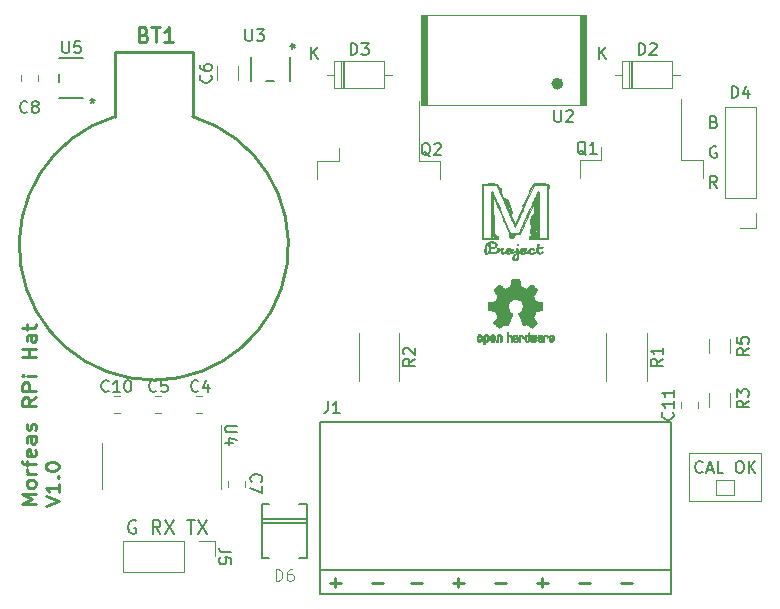
<source format=gbr>
G04 #@! TF.GenerationSoftware,KiCad,Pcbnew,(5.1.5)-3*
G04 #@! TF.CreationDate,2020-01-02T15:05:40+02:00*
G04 #@! TF.ProjectId,Morfeas_Rpi_Hat,4d6f7266-6561-4735-9f52-70695f486174,V1.0*
G04 #@! TF.SameCoordinates,Original*
G04 #@! TF.FileFunction,Legend,Top*
G04 #@! TF.FilePolarity,Positive*
%FSLAX46Y46*%
G04 Gerber Fmt 4.6, Leading zero omitted, Abs format (unit mm)*
G04 Created by KiCad (PCBNEW (5.1.5)-3) date 2020-01-02 15:05:40*
%MOMM*%
%LPD*%
G04 APERTURE LIST*
%ADD10C,0.120000*%
%ADD11C,0.150000*%
%ADD12C,0.254000*%
%ADD13C,0.203200*%
%ADD14C,0.250000*%
%ADD15C,0.100000*%
%ADD16C,0.010000*%
%ADD17C,0.508000*%
%ADD18C,0.152400*%
%ADD19C,0.127000*%
%ADD20C,0.119380*%
G04 APERTURE END LIST*
D10*
X185674000Y-107442000D02*
X179578000Y-107442000D01*
X185674000Y-111506000D02*
X185674000Y-107442000D01*
X179578000Y-111506000D02*
X185674000Y-111506000D01*
X179578000Y-107442000D02*
X179578000Y-111506000D01*
X181864000Y-110998000D02*
X181864000Y-109728000D01*
X183388000Y-110998000D02*
X181864000Y-110998000D01*
X183388000Y-109728000D02*
X183388000Y-110998000D01*
X181864000Y-109728000D02*
X183388000Y-109728000D01*
D11*
X180697428Y-109069142D02*
X180649809Y-109116761D01*
X180506952Y-109164380D01*
X180411714Y-109164380D01*
X180268857Y-109116761D01*
X180173619Y-109021523D01*
X180126000Y-108926285D01*
X180078380Y-108735809D01*
X180078380Y-108592952D01*
X180126000Y-108402476D01*
X180173619Y-108307238D01*
X180268857Y-108212000D01*
X180411714Y-108164380D01*
X180506952Y-108164380D01*
X180649809Y-108212000D01*
X180697428Y-108259619D01*
X181078380Y-108878666D02*
X181554571Y-108878666D01*
X180983142Y-109164380D02*
X181316476Y-108164380D01*
X181649809Y-109164380D01*
X182459333Y-109164380D02*
X181983142Y-109164380D01*
X181983142Y-108164380D01*
X183745047Y-108164380D02*
X183935523Y-108164380D01*
X184030761Y-108212000D01*
X184126000Y-108307238D01*
X184173619Y-108497714D01*
X184173619Y-108831047D01*
X184126000Y-109021523D01*
X184030761Y-109116761D01*
X183935523Y-109164380D01*
X183745047Y-109164380D01*
X183649809Y-109116761D01*
X183554571Y-109021523D01*
X183506952Y-108831047D01*
X183506952Y-108497714D01*
X183554571Y-108307238D01*
X183649809Y-108212000D01*
X183745047Y-108164380D01*
X184602190Y-109164380D02*
X184602190Y-108164380D01*
X185173619Y-109164380D02*
X184745047Y-108592952D01*
X185173619Y-108164380D02*
X184602190Y-108735809D01*
X181681428Y-79430571D02*
X181824285Y-79478190D01*
X181871904Y-79525809D01*
X181919523Y-79621047D01*
X181919523Y-79763904D01*
X181871904Y-79859142D01*
X181824285Y-79906761D01*
X181729047Y-79954380D01*
X181348095Y-79954380D01*
X181348095Y-78954380D01*
X181681428Y-78954380D01*
X181776666Y-79002000D01*
X181824285Y-79049619D01*
X181871904Y-79144857D01*
X181871904Y-79240095D01*
X181824285Y-79335333D01*
X181776666Y-79382952D01*
X181681428Y-79430571D01*
X181348095Y-79430571D01*
X181871904Y-81542000D02*
X181776666Y-81494380D01*
X181633809Y-81494380D01*
X181490952Y-81542000D01*
X181395714Y-81637238D01*
X181348095Y-81732476D01*
X181300476Y-81922952D01*
X181300476Y-82065809D01*
X181348095Y-82256285D01*
X181395714Y-82351523D01*
X181490952Y-82446761D01*
X181633809Y-82494380D01*
X181729047Y-82494380D01*
X181871904Y-82446761D01*
X181919523Y-82399142D01*
X181919523Y-82065809D01*
X181729047Y-82065809D01*
X181919523Y-85034380D02*
X181586190Y-84558190D01*
X181348095Y-85034380D02*
X181348095Y-84034380D01*
X181729047Y-84034380D01*
X181824285Y-84082000D01*
X181871904Y-84129619D01*
X181919523Y-84224857D01*
X181919523Y-84367714D01*
X181871904Y-84462952D01*
X181824285Y-84510571D01*
X181729047Y-84558190D01*
X181348095Y-84558190D01*
D12*
X149122190Y-118436571D02*
X150089809Y-118436571D01*
X149606000Y-118823619D02*
X149606000Y-118049523D01*
X159536190Y-118436571D02*
X160503809Y-118436571D01*
X160020000Y-118823619D02*
X160020000Y-118049523D01*
X152678190Y-118436571D02*
X153645809Y-118436571D01*
X155980190Y-118436571D02*
X156947809Y-118436571D01*
X163092190Y-118436571D02*
X164059809Y-118436571D01*
X170204190Y-118436571D02*
X171171809Y-118436571D01*
X173760190Y-118436571D02*
X174727809Y-118436571D01*
D13*
X132715000Y-113220500D02*
X132606142Y-113166071D01*
X132442857Y-113166071D01*
X132279571Y-113220500D01*
X132170714Y-113329357D01*
X132116285Y-113438214D01*
X132061857Y-113655928D01*
X132061857Y-113819214D01*
X132116285Y-114036928D01*
X132170714Y-114145785D01*
X132279571Y-114254642D01*
X132442857Y-114309071D01*
X132551714Y-114309071D01*
X132715000Y-114254642D01*
X132769428Y-114200214D01*
X132769428Y-113819214D01*
X132551714Y-113819214D01*
X134783285Y-114309071D02*
X134402285Y-113764785D01*
X134130142Y-114309071D02*
X134130142Y-113166071D01*
X134565571Y-113166071D01*
X134674428Y-113220500D01*
X134728857Y-113274928D01*
X134783285Y-113383785D01*
X134783285Y-113547071D01*
X134728857Y-113655928D01*
X134674428Y-113710357D01*
X134565571Y-113764785D01*
X134130142Y-113764785D01*
X135164285Y-113166071D02*
X135926285Y-114309071D01*
X135926285Y-113166071D02*
X135164285Y-114309071D01*
X137069285Y-113166071D02*
X137722428Y-113166071D01*
X137395857Y-114309071D02*
X137395857Y-113166071D01*
X137994571Y-113166071D02*
X138756571Y-114309071D01*
X138756571Y-113166071D02*
X137994571Y-114309071D01*
D14*
X124248821Y-111803119D02*
X123105821Y-111803119D01*
X123922250Y-111379785D01*
X123105821Y-110956452D01*
X124248821Y-110956452D01*
X124248821Y-110170261D02*
X124194392Y-110291214D01*
X124139964Y-110351690D01*
X124031107Y-110412166D01*
X123704535Y-110412166D01*
X123595678Y-110351690D01*
X123541250Y-110291214D01*
X123486821Y-110170261D01*
X123486821Y-109988833D01*
X123541250Y-109867880D01*
X123595678Y-109807404D01*
X123704535Y-109746928D01*
X124031107Y-109746928D01*
X124139964Y-109807404D01*
X124194392Y-109867880D01*
X124248821Y-109988833D01*
X124248821Y-110170261D01*
X124248821Y-109202642D02*
X123486821Y-109202642D01*
X123704535Y-109202642D02*
X123595678Y-109142166D01*
X123541250Y-109081690D01*
X123486821Y-108960738D01*
X123486821Y-108839785D01*
X123486821Y-108597880D02*
X123486821Y-108114071D01*
X124248821Y-108416452D02*
X123269107Y-108416452D01*
X123160250Y-108355976D01*
X123105821Y-108235023D01*
X123105821Y-108114071D01*
X124194392Y-107206928D02*
X124248821Y-107327880D01*
X124248821Y-107569785D01*
X124194392Y-107690738D01*
X124085535Y-107751214D01*
X123650107Y-107751214D01*
X123541250Y-107690738D01*
X123486821Y-107569785D01*
X123486821Y-107327880D01*
X123541250Y-107206928D01*
X123650107Y-107146452D01*
X123758964Y-107146452D01*
X123867821Y-107751214D01*
X124248821Y-106057880D02*
X123650107Y-106057880D01*
X123541250Y-106118357D01*
X123486821Y-106239309D01*
X123486821Y-106481214D01*
X123541250Y-106602166D01*
X124194392Y-106057880D02*
X124248821Y-106178833D01*
X124248821Y-106481214D01*
X124194392Y-106602166D01*
X124085535Y-106662642D01*
X123976678Y-106662642D01*
X123867821Y-106602166D01*
X123813392Y-106481214D01*
X123813392Y-106178833D01*
X123758964Y-106057880D01*
X124194392Y-105513595D02*
X124248821Y-105392642D01*
X124248821Y-105150738D01*
X124194392Y-105029785D01*
X124085535Y-104969309D01*
X124031107Y-104969309D01*
X123922250Y-105029785D01*
X123867821Y-105150738D01*
X123867821Y-105332166D01*
X123813392Y-105453119D01*
X123704535Y-105513595D01*
X123650107Y-105513595D01*
X123541250Y-105453119D01*
X123486821Y-105332166D01*
X123486821Y-105150738D01*
X123541250Y-105029785D01*
X124248821Y-102731690D02*
X123704535Y-103155023D01*
X124248821Y-103457404D02*
X123105821Y-103457404D01*
X123105821Y-102973595D01*
X123160250Y-102852642D01*
X123214678Y-102792166D01*
X123323535Y-102731690D01*
X123486821Y-102731690D01*
X123595678Y-102792166D01*
X123650107Y-102852642D01*
X123704535Y-102973595D01*
X123704535Y-103457404D01*
X124248821Y-102187404D02*
X123105821Y-102187404D01*
X123105821Y-101703595D01*
X123160250Y-101582642D01*
X123214678Y-101522166D01*
X123323535Y-101461690D01*
X123486821Y-101461690D01*
X123595678Y-101522166D01*
X123650107Y-101582642D01*
X123704535Y-101703595D01*
X123704535Y-102187404D01*
X124248821Y-100917404D02*
X123486821Y-100917404D01*
X123105821Y-100917404D02*
X123160250Y-100977880D01*
X123214678Y-100917404D01*
X123160250Y-100856928D01*
X123105821Y-100917404D01*
X123214678Y-100917404D01*
X124248821Y-99345023D02*
X123105821Y-99345023D01*
X123650107Y-99345023D02*
X123650107Y-98619309D01*
X124248821Y-98619309D02*
X123105821Y-98619309D01*
X124248821Y-97470261D02*
X123650107Y-97470261D01*
X123541250Y-97530738D01*
X123486821Y-97651690D01*
X123486821Y-97893595D01*
X123541250Y-98014547D01*
X124194392Y-97470261D02*
X124248821Y-97591214D01*
X124248821Y-97893595D01*
X124194392Y-98014547D01*
X124085535Y-98075023D01*
X123976678Y-98075023D01*
X123867821Y-98014547D01*
X123813392Y-97893595D01*
X123813392Y-97591214D01*
X123758964Y-97470261D01*
X123486821Y-97046928D02*
X123486821Y-96563119D01*
X123105821Y-96865500D02*
X124085535Y-96865500D01*
X124194392Y-96805023D01*
X124248821Y-96684071D01*
X124248821Y-96563119D01*
X125070321Y-111984547D02*
X126213321Y-111561214D01*
X125070321Y-111137880D01*
X126213321Y-110049309D02*
X126213321Y-110775023D01*
X126213321Y-110412166D02*
X125070321Y-110412166D01*
X125233607Y-110533119D01*
X125342464Y-110654071D01*
X125396892Y-110775023D01*
X126104464Y-109505023D02*
X126158892Y-109444547D01*
X126213321Y-109505023D01*
X126158892Y-109565500D01*
X126104464Y-109505023D01*
X126213321Y-109505023D01*
X125070321Y-108658357D02*
X125070321Y-108537404D01*
X125124750Y-108416452D01*
X125179178Y-108355976D01*
X125288035Y-108295500D01*
X125505750Y-108235023D01*
X125777892Y-108235023D01*
X125995607Y-108295500D01*
X126104464Y-108355976D01*
X126158892Y-108416452D01*
X126213321Y-108537404D01*
X126213321Y-108658357D01*
X126158892Y-108779309D01*
X126104464Y-108839785D01*
X125995607Y-108900261D01*
X125777892Y-108960738D01*
X125505750Y-108960738D01*
X125288035Y-108900261D01*
X125179178Y-108839785D01*
X125124750Y-108779309D01*
X125070321Y-108658357D01*
D12*
X166648190Y-118436571D02*
X167615809Y-118436571D01*
X167132000Y-118823619D02*
X167132000Y-118049523D01*
D15*
G04 #@! TO.C,BT1*
X145639000Y-89885000D02*
X145639000Y-89885000D01*
X122839000Y-89885000D02*
X122839000Y-89885000D01*
D12*
X137539000Y-78985000D02*
X137539000Y-73485000D01*
X137539000Y-73485000D02*
X130939000Y-73485000D01*
X130939000Y-73485000D02*
X130939000Y-78985000D01*
D15*
X145639000Y-89885000D02*
G75*
G02X122839000Y-89885000I-11400000J0D01*
G01*
D12*
X137539000Y-78985000D02*
G75*
G02X130939000Y-78985000I-3300000J-10908999D01*
G01*
D16*
G04 #@! TO.C,Morfeas_project_Logo1*
G36*
X164244132Y-86505249D02*
G01*
X164263548Y-86522726D01*
X164265781Y-86525903D01*
X164273934Y-86539952D01*
X164274215Y-86550550D01*
X164265120Y-86563437D01*
X164252459Y-86576803D01*
X164226169Y-86598614D01*
X164204696Y-86605591D01*
X164189161Y-86597718D01*
X164181188Y-86577929D01*
X164180434Y-86549409D01*
X164186953Y-86521975D01*
X164198863Y-86502542D01*
X164202492Y-86499726D01*
X164221713Y-86496728D01*
X164244132Y-86505249D01*
G37*
X164244132Y-86505249D02*
X164263548Y-86522726D01*
X164265781Y-86525903D01*
X164273934Y-86539952D01*
X164274215Y-86550550D01*
X164265120Y-86563437D01*
X164252459Y-86576803D01*
X164226169Y-86598614D01*
X164204696Y-86605591D01*
X164189161Y-86597718D01*
X164181188Y-86577929D01*
X164180434Y-86549409D01*
X164186953Y-86521975D01*
X164198863Y-86502542D01*
X164202492Y-86499726D01*
X164221713Y-86496728D01*
X164244132Y-86505249D01*
G36*
X162883604Y-84618556D02*
G01*
X162901120Y-84626451D01*
X162913819Y-84632689D01*
X162927217Y-84637491D01*
X162943798Y-84641113D01*
X162966048Y-84643811D01*
X162996451Y-84645842D01*
X163037493Y-84647462D01*
X163091659Y-84648928D01*
X163126701Y-84649734D01*
X163316635Y-84653967D01*
X163444767Y-84946611D01*
X163542736Y-85010367D01*
X163588826Y-85040797D01*
X163622565Y-85065503D01*
X163645859Y-85087894D01*
X163660616Y-85111377D01*
X163668745Y-85139361D01*
X163672154Y-85175253D01*
X163672751Y-85222462D01*
X163672648Y-85242401D01*
X163671711Y-85288274D01*
X163669668Y-85331290D01*
X163666810Y-85366934D01*
X163663426Y-85390692D01*
X163663006Y-85392501D01*
X163660594Y-85403532D01*
X163659683Y-85414385D01*
X163660949Y-85427047D01*
X163665066Y-85443508D01*
X163672709Y-85465756D01*
X163684553Y-85495779D01*
X163701273Y-85535567D01*
X163723545Y-85587108D01*
X163748372Y-85643995D01*
X163842661Y-85859687D01*
X163876547Y-85865267D01*
X163929410Y-85879418D01*
X163987817Y-85904070D01*
X164047334Y-85936535D01*
X164103528Y-85974127D01*
X164151966Y-86014159D01*
X164188214Y-86053942D01*
X164188527Y-86054366D01*
X164199983Y-86070429D01*
X164210649Y-86086839D01*
X164221125Y-86105073D01*
X164232013Y-86126613D01*
X164243915Y-86152937D01*
X164257431Y-86185525D01*
X164273164Y-86225856D01*
X164291715Y-86275409D01*
X164313686Y-86335664D01*
X164339677Y-86408100D01*
X164370290Y-86494196D01*
X164390233Y-86550500D01*
X164407805Y-86597970D01*
X164426486Y-86644774D01*
X164444285Y-86686143D01*
X164459214Y-86717312D01*
X164462057Y-86722580D01*
X164477519Y-86751558D01*
X164485238Y-86770871D01*
X164486435Y-86785221D01*
X164482328Y-86799310D01*
X164482097Y-86799871D01*
X164478049Y-86812727D01*
X164476857Y-86827463D01*
X164479049Y-86846730D01*
X164485150Y-86873179D01*
X164495685Y-86909462D01*
X164511181Y-86958230D01*
X164517110Y-86976409D01*
X164528495Y-87013756D01*
X164537495Y-87048145D01*
X164542812Y-87074381D01*
X164543687Y-87082872D01*
X164538030Y-87112510D01*
X164521830Y-87141190D01*
X164498706Y-87165419D01*
X164472273Y-87181707D01*
X164446152Y-87186562D01*
X164437896Y-87184960D01*
X164433523Y-87183091D01*
X164429612Y-87181068D01*
X164426615Y-87180024D01*
X164424984Y-87181092D01*
X164425171Y-87185406D01*
X164427626Y-87194098D01*
X164432802Y-87208303D01*
X164441151Y-87229153D01*
X164453123Y-87257781D01*
X164469172Y-87295321D01*
X164489747Y-87342906D01*
X164515302Y-87401670D01*
X164546287Y-87472745D01*
X164583155Y-87557266D01*
X164619529Y-87640695D01*
X164654510Y-87720574D01*
X164687608Y-87795393D01*
X164718192Y-87863780D01*
X164745634Y-87924366D01*
X164769303Y-87975779D01*
X164788572Y-88016648D01*
X164802812Y-88045603D01*
X164811392Y-88061272D01*
X164813641Y-88063679D01*
X164817958Y-88055101D01*
X164828580Y-88032100D01*
X164845024Y-87995766D01*
X164866804Y-87947188D01*
X164893438Y-87887457D01*
X164924440Y-87817662D01*
X164959329Y-87738894D01*
X164997618Y-87652241D01*
X165038825Y-87558794D01*
X165082465Y-87459642D01*
X165128055Y-87355876D01*
X165137316Y-87334776D01*
X165454182Y-86612682D01*
X165438143Y-86577358D01*
X165427932Y-86545701D01*
X165422294Y-86510464D01*
X165421919Y-86501454D01*
X165423002Y-86478102D01*
X165428334Y-86460114D01*
X165440654Y-86441702D01*
X165460992Y-86418904D01*
X165486105Y-86395021D01*
X165507405Y-86380341D01*
X165518402Y-86376934D01*
X165527114Y-86374553D01*
X165536056Y-86365826D01*
X165546673Y-86348381D01*
X165560412Y-86319841D01*
X165578626Y-86278052D01*
X165598755Y-86233031D01*
X165624250Y-86179369D01*
X165652136Y-86123162D01*
X165679438Y-86070505D01*
X165685053Y-86060035D01*
X165698557Y-86033538D01*
X165718143Y-85992946D01*
X165743154Y-85939698D01*
X165772939Y-85875236D01*
X165806843Y-85801001D01*
X165844211Y-85718434D01*
X165884391Y-85628976D01*
X165926728Y-85534066D01*
X165970569Y-85435147D01*
X166015260Y-85333659D01*
X166031562Y-85296470D01*
X166313718Y-84652040D01*
X166449809Y-84645623D01*
X166500310Y-84643438D01*
X166548743Y-84641696D01*
X166590843Y-84640525D01*
X166622347Y-84640053D01*
X166632467Y-84640114D01*
X166649600Y-84640373D01*
X166681943Y-84640788D01*
X166727769Y-84641339D01*
X166785355Y-84642007D01*
X166852978Y-84642772D01*
X166928911Y-84643615D01*
X167011433Y-84644515D01*
X167098817Y-84645454D01*
X167151050Y-84646008D01*
X167623067Y-84650994D01*
X167623067Y-84699851D01*
X167624497Y-84730869D01*
X167629784Y-84750569D01*
X167640425Y-84764404D01*
X167640901Y-84764838D01*
X167667542Y-84799032D01*
X167685038Y-84842501D01*
X167690800Y-84885571D01*
X167687153Y-84922362D01*
X167677360Y-84967843D01*
X167663146Y-85015713D01*
X167646234Y-85059667D01*
X167639046Y-85074847D01*
X167637366Y-85078500D01*
X167635808Y-85083025D01*
X167634368Y-85089046D01*
X167633040Y-85097187D01*
X167631821Y-85108071D01*
X167630705Y-85122322D01*
X167629688Y-85140563D01*
X167628765Y-85163418D01*
X167627933Y-85191512D01*
X167627185Y-85225467D01*
X167626518Y-85265908D01*
X167625927Y-85313457D01*
X167625408Y-85368739D01*
X167624955Y-85432378D01*
X167624565Y-85504997D01*
X167624232Y-85587219D01*
X167623953Y-85679669D01*
X167623722Y-85782969D01*
X167623535Y-85897745D01*
X167623387Y-86024619D01*
X167623274Y-86164216D01*
X167623191Y-86317158D01*
X167623133Y-86484069D01*
X167623097Y-86665574D01*
X167623076Y-86862296D01*
X167623068Y-87074858D01*
X167623067Y-87245538D01*
X167623067Y-89384816D01*
X167591317Y-89379568D01*
X167576699Y-89378528D01*
X167546920Y-89377553D01*
X167503753Y-89376663D01*
X167448971Y-89375880D01*
X167384346Y-89375224D01*
X167311649Y-89374717D01*
X167232655Y-89374379D01*
X167149136Y-89374231D01*
X167138350Y-89374227D01*
X166717133Y-89374134D01*
X166717133Y-89348734D01*
X166715074Y-89330808D01*
X166705652Y-89324500D01*
X166693850Y-89324178D01*
X166656409Y-89329061D01*
X166633373Y-89340862D01*
X166623962Y-89357509D01*
X166612683Y-89375947D01*
X166600369Y-89381073D01*
X166587850Y-89380652D01*
X166582614Y-89371504D01*
X166581667Y-89353556D01*
X166579920Y-89335133D01*
X166572795Y-89325433D01*
X166557468Y-89323831D01*
X166531111Y-89329701D01*
X166507226Y-89337066D01*
X166481151Y-89344671D01*
X166464893Y-89346259D01*
X166452486Y-89341936D01*
X166446658Y-89338155D01*
X166438321Y-89334008D01*
X166425436Y-89331017D01*
X166405838Y-89329095D01*
X166377362Y-89328156D01*
X166337842Y-89328115D01*
X166285114Y-89328885D01*
X166238174Y-89329884D01*
X166176716Y-89331259D01*
X166129900Y-89332079D01*
X166095439Y-89332178D01*
X166071045Y-89331393D01*
X166054432Y-89329557D01*
X166043313Y-89326505D01*
X166035400Y-89322072D01*
X166028407Y-89316092D01*
X166026823Y-89314607D01*
X166008242Y-89288104D01*
X165997305Y-89257928D01*
X166438665Y-89257928D01*
X166444538Y-89260692D01*
X166446200Y-89259834D01*
X166452963Y-89248040D01*
X166454537Y-89236051D01*
X166453849Y-89229871D01*
X166503709Y-89229871D01*
X166506354Y-89251339D01*
X166521728Y-89262074D01*
X166549217Y-89261772D01*
X166562031Y-89258884D01*
X166581366Y-89246968D01*
X166586397Y-89228387D01*
X166624299Y-89228387D01*
X166628525Y-89244645D01*
X166634583Y-89250091D01*
X166656050Y-89252864D01*
X166670129Y-89242668D01*
X166673092Y-89233606D01*
X166669360Y-89214466D01*
X166656039Y-89201098D01*
X166638674Y-89198737D01*
X166636808Y-89199354D01*
X166627183Y-89210485D01*
X166624299Y-89228387D01*
X166586397Y-89228387D01*
X166587329Y-89224946D01*
X166584663Y-89207119D01*
X166579208Y-89185384D01*
X166567467Y-89207792D01*
X166555018Y-89225986D01*
X166543335Y-89228416D01*
X166530867Y-89217501D01*
X166517630Y-89206054D01*
X166508915Y-89210351D01*
X166503709Y-89229871D01*
X166453849Y-89229871D01*
X166453191Y-89223973D01*
X166448120Y-89227352D01*
X166446200Y-89230201D01*
X166439219Y-89245934D01*
X166438665Y-89257928D01*
X165997305Y-89257928D01*
X165996430Y-89255516D01*
X166162566Y-89255516D01*
X166198823Y-89255558D01*
X166223100Y-89253926D01*
X166236087Y-89247359D01*
X166242160Y-89236551D01*
X166246211Y-89217465D01*
X166245274Y-89207072D01*
X166239076Y-89201500D01*
X166226641Y-89205401D01*
X166205835Y-89219790D01*
X166187966Y-89234278D01*
X166162566Y-89255516D01*
X165996430Y-89255516D01*
X165995196Y-89252114D01*
X165990614Y-89223880D01*
X166079296Y-89223880D01*
X166082729Y-89231314D01*
X166095652Y-89245106D01*
X166112106Y-89243250D01*
X166132933Y-89225967D01*
X166152818Y-89204801D01*
X166118887Y-89204801D01*
X166091804Y-89206401D01*
X166079315Y-89212241D01*
X166079296Y-89223880D01*
X165990614Y-89223880D01*
X165988818Y-89212815D01*
X165990244Y-89176384D01*
X165997370Y-89154181D01*
X166013459Y-89139264D01*
X166044241Y-89124961D01*
X166087480Y-89112116D01*
X166132933Y-89102881D01*
X166170956Y-89093570D01*
X166205298Y-89079955D01*
X166232351Y-89063999D01*
X166248505Y-89047666D01*
X166251467Y-89038371D01*
X166245678Y-89026771D01*
X166230627Y-89007669D01*
X166362392Y-89007669D01*
X166370875Y-89005892D01*
X166372482Y-89005289D01*
X166382849Y-88998582D01*
X166382924Y-88994769D01*
X166373967Y-88995719D01*
X166367742Y-89000550D01*
X166362392Y-89007669D01*
X166230627Y-89007669D01*
X166230146Y-89007059D01*
X166207619Y-88982550D01*
X166193671Y-88968641D01*
X166135876Y-88912701D01*
X166145767Y-88879400D01*
X166354046Y-88879400D01*
X166356951Y-88882415D01*
X166366977Y-88882798D01*
X166383641Y-88877781D01*
X166389995Y-88870367D01*
X166390177Y-88867752D01*
X166691733Y-88867752D01*
X166696249Y-88874601D01*
X166705456Y-88870855D01*
X166711994Y-88861208D01*
X166716863Y-88842926D01*
X166714373Y-88835989D01*
X166705582Y-88842660D01*
X166704164Y-88844469D01*
X166694510Y-88859779D01*
X166691733Y-88867752D01*
X166390177Y-88867752D01*
X166390767Y-88859288D01*
X166380817Y-88860197D01*
X166365268Y-88870098D01*
X166354046Y-88879400D01*
X166145767Y-88879400D01*
X166146684Y-88876313D01*
X166153377Y-88845744D01*
X166151198Y-88832267D01*
X166581667Y-88832267D01*
X166584764Y-88839236D01*
X166587311Y-88837912D01*
X166588324Y-88827864D01*
X166587311Y-88826623D01*
X166582278Y-88827785D01*
X166581667Y-88832267D01*
X166151198Y-88832267D01*
X166150029Y-88825038D01*
X166134633Y-88809153D01*
X166115571Y-88798182D01*
X166088571Y-88779573D01*
X166077303Y-88757997D01*
X166080573Y-88730857D01*
X166082312Y-88725964D01*
X166086655Y-88702317D01*
X166087603Y-88664852D01*
X166087539Y-88663508D01*
X166163413Y-88663508D01*
X166165734Y-88680198D01*
X166172248Y-88698858D01*
X166184743Y-88710900D01*
X166206424Y-88717755D01*
X166240494Y-88720856D01*
X166257817Y-88721357D01*
X166283974Y-88721057D01*
X166297328Y-88717912D01*
X166301950Y-88710486D01*
X166302267Y-88705684D01*
X166300531Y-88688006D01*
X166300336Y-88686829D01*
X166342396Y-88686829D01*
X166344920Y-88711952D01*
X166352203Y-88721959D01*
X166354054Y-88722200D01*
X166358799Y-88714703D01*
X166361378Y-88696040D01*
X166361533Y-88689392D01*
X166360208Y-88666473D01*
X166395894Y-88666473D01*
X166396460Y-88687657D01*
X166400061Y-88702246D01*
X166403867Y-88705267D01*
X166408574Y-88697632D01*
X166411590Y-88678021D01*
X166412204Y-88660817D01*
X166412126Y-88658805D01*
X166454799Y-88658805D01*
X166454966Y-88685993D01*
X166457015Y-88707327D01*
X166460311Y-88716556D01*
X166472657Y-88721282D01*
X166482702Y-88722200D01*
X166491490Y-88720875D01*
X166495916Y-88714428D01*
X166496734Y-88699153D01*
X166494694Y-88671345D01*
X166494168Y-88665651D01*
X166489032Y-88627253D01*
X166481985Y-88604575D01*
X166472501Y-88596458D01*
X166463871Y-88598978D01*
X166459424Y-88609611D01*
X166456342Y-88631449D01*
X166454799Y-88658805D01*
X166412126Y-88658805D01*
X166411212Y-88635536D01*
X166408219Y-88625889D01*
X166403867Y-88629067D01*
X166398363Y-88644882D01*
X166395894Y-88666473D01*
X166360208Y-88666473D01*
X166359760Y-88658728D01*
X166355464Y-88629306D01*
X166355183Y-88628009D01*
X166351494Y-88613014D01*
X166349044Y-88610493D01*
X166346942Y-88621956D01*
X166344561Y-88646000D01*
X166342396Y-88686829D01*
X166300336Y-88686829D01*
X166296113Y-88661444D01*
X166292987Y-88645899D01*
X166281070Y-88612347D01*
X166263618Y-88595200D01*
X166530867Y-88595200D01*
X166530867Y-88712661D01*
X166558383Y-88716076D01*
X166580474Y-88717933D01*
X166612805Y-88719616D01*
X166648684Y-88720784D01*
X166651517Y-88720846D01*
X166717133Y-88722200D01*
X166717133Y-88595200D01*
X166530867Y-88595200D01*
X166263618Y-88595200D01*
X166262237Y-88593844D01*
X166235242Y-88589483D01*
X166219129Y-88592121D01*
X166186573Y-88606407D01*
X166167956Y-88630277D01*
X166163413Y-88663508D01*
X166087539Y-88663508D01*
X166085636Y-88623720D01*
X166079883Y-88545348D01*
X166102908Y-88523234D01*
X166607067Y-88523234D01*
X166611300Y-88527467D01*
X166611406Y-88527361D01*
X166676015Y-88527361D01*
X166684714Y-88527450D01*
X166701322Y-88513905D01*
X166703801Y-88511232D01*
X166714123Y-88492416D01*
X166715697Y-88477868D01*
X166712681Y-88469546D01*
X166706322Y-88472111D01*
X166694153Y-88487068D01*
X166689067Y-88494103D01*
X166676905Y-88515594D01*
X166676015Y-88527361D01*
X166611406Y-88527361D01*
X166615533Y-88523234D01*
X166611300Y-88519000D01*
X166607067Y-88523234D01*
X166102908Y-88523234D01*
X166104619Y-88521591D01*
X166121485Y-88506699D01*
X166285333Y-88506699D01*
X166290807Y-88510559D01*
X166297639Y-88507704D01*
X166362832Y-88507704D01*
X166365332Y-88517312D01*
X166374233Y-88519000D01*
X166384319Y-88511570D01*
X166386664Y-88495717D01*
X166385771Y-88479953D01*
X166381609Y-88479474D01*
X166373964Y-88488869D01*
X166362832Y-88507704D01*
X166297639Y-88507704D01*
X166302785Y-88505554D01*
X166309040Y-88500374D01*
X166316796Y-88486598D01*
X166318615Y-88473590D01*
X166649695Y-88473590D01*
X166652552Y-88476667D01*
X166652602Y-88476667D01*
X166658647Y-88470258D01*
X166671349Y-88453489D01*
X166687261Y-88430993D01*
X166703079Y-88405067D01*
X166713231Y-88382606D01*
X166715516Y-88369610D01*
X166711095Y-88365994D01*
X166701515Y-88376058D01*
X166686072Y-88400615D01*
X166680856Y-88409747D01*
X166662884Y-88442411D01*
X166652818Y-88462931D01*
X166649695Y-88473590D01*
X166318615Y-88473590D01*
X166318992Y-88470898D01*
X166315072Y-88460660D01*
X166312092Y-88459734D01*
X166304664Y-88466396D01*
X166295056Y-88481581D01*
X166287371Y-88498086D01*
X166285333Y-88506699D01*
X166121485Y-88506699D01*
X166124742Y-88503824D01*
X166142676Y-88490446D01*
X166145305Y-88488859D01*
X166156827Y-88472960D01*
X166158761Y-88463967D01*
X166251467Y-88463967D01*
X166255700Y-88468200D01*
X166259933Y-88463967D01*
X166255700Y-88459734D01*
X166251467Y-88463967D01*
X166158761Y-88463967D01*
X166162320Y-88447424D01*
X166262950Y-88447424D01*
X166263571Y-88451267D01*
X166270371Y-88444777D01*
X166276867Y-88434334D01*
X166279079Y-88429020D01*
X166357288Y-88429020D01*
X166358414Y-88434334D01*
X166598600Y-88434334D01*
X166601698Y-88441303D01*
X166604244Y-88439978D01*
X166605258Y-88429930D01*
X166604244Y-88428689D01*
X166599211Y-88429852D01*
X166598600Y-88434334D01*
X166358414Y-88434334D01*
X166363902Y-88427353D01*
X166372477Y-88410064D01*
X166374665Y-88404972D01*
X166383626Y-88380220D01*
X166386768Y-88364119D01*
X166383797Y-88359375D01*
X166379253Y-88362791D01*
X166372966Y-88374164D01*
X166366043Y-88392997D01*
X166360234Y-88413285D01*
X166357288Y-88429020D01*
X166279079Y-88429020D01*
X166282317Y-88421243D01*
X166281696Y-88417400D01*
X166274896Y-88423891D01*
X166268400Y-88434334D01*
X166262950Y-88447424D01*
X166162320Y-88447424D01*
X166163707Y-88440978D01*
X166165392Y-88404700D01*
X166285333Y-88404700D01*
X166289567Y-88408934D01*
X166293800Y-88404700D01*
X166289567Y-88400467D01*
X166285333Y-88404700D01*
X166165392Y-88404700D01*
X166165931Y-88393115D01*
X166165087Y-88371166D01*
X166261151Y-88371166D01*
X166262952Y-88372310D01*
X166264256Y-88370834D01*
X166275220Y-88355101D01*
X166644248Y-88355101D01*
X166644556Y-88365139D01*
X166645650Y-88367382D01*
X166649727Y-88372817D01*
X166654328Y-88372596D01*
X166661884Y-88364384D01*
X166674826Y-88345849D01*
X166686792Y-88327891D01*
X166706079Y-88295259D01*
X166714838Y-88270131D01*
X166715507Y-88253808D01*
X166713802Y-88240293D01*
X166710757Y-88236119D01*
X166704339Y-88242781D01*
X166692512Y-88261776D01*
X166683267Y-88277506D01*
X166662481Y-88313965D01*
X166649849Y-88338936D01*
X166644248Y-88355101D01*
X166275220Y-88355101D01*
X166277159Y-88352320D01*
X166291732Y-88327577D01*
X166295053Y-88321330D01*
X166304573Y-88300770D01*
X166308686Y-88287359D01*
X166308351Y-88285196D01*
X166303082Y-88290309D01*
X166292538Y-88307110D01*
X166278901Y-88332085D01*
X166277553Y-88334699D01*
X166266301Y-88357861D01*
X166261151Y-88371166D01*
X166165087Y-88371166D01*
X166163487Y-88329575D01*
X166160590Y-88294967D01*
X166241833Y-88294967D01*
X166246031Y-88297051D01*
X166256415Y-88286167D01*
X166266774Y-88269906D01*
X166274221Y-88256534D01*
X166556267Y-88256534D01*
X166559364Y-88263503D01*
X166561911Y-88262178D01*
X166562924Y-88252130D01*
X166561911Y-88250889D01*
X166556878Y-88252052D01*
X166556267Y-88256534D01*
X166274221Y-88256534D01*
X166281109Y-88244169D01*
X166281319Y-88243759D01*
X166640933Y-88243759D01*
X166645347Y-88245693D01*
X166656968Y-88236155D01*
X166673369Y-88217595D01*
X166692122Y-88192465D01*
X166692971Y-88191234D01*
X166710901Y-88158808D01*
X166715772Y-88131401D01*
X166715540Y-88128226D01*
X166713756Y-88116876D01*
X166710372Y-88114033D01*
X166703818Y-88121378D01*
X166692529Y-88140590D01*
X166676917Y-88169617D01*
X166661000Y-88200252D01*
X166648688Y-88225210D01*
X166641790Y-88240762D01*
X166640933Y-88243759D01*
X166281319Y-88243759D01*
X166294955Y-88217237D01*
X166301766Y-88201500D01*
X166361533Y-88201500D01*
X166365767Y-88205734D01*
X166370000Y-88201500D01*
X166365767Y-88197267D01*
X166361533Y-88201500D01*
X166301766Y-88201500D01*
X166307695Y-88187803D01*
X166311596Y-88175395D01*
X166370668Y-88175395D01*
X166372225Y-88186376D01*
X166375115Y-88186507D01*
X166377136Y-88175176D01*
X166375784Y-88170280D01*
X166372024Y-88167073D01*
X166370668Y-88175395D01*
X166311596Y-88175395D01*
X166315900Y-88161710D01*
X166317793Y-88145454D01*
X166314875Y-88139160D01*
X166308579Y-88143742D01*
X166297774Y-88160671D01*
X166281330Y-88191419D01*
X166278983Y-88195992D01*
X166262673Y-88230063D01*
X166250688Y-88259338D01*
X166243563Y-88281684D01*
X166241833Y-88294967D01*
X166160590Y-88294967D01*
X166158991Y-88275881D01*
X166152051Y-88206977D01*
X166146454Y-88156518D01*
X166226067Y-88156518D01*
X166227463Y-88168610D01*
X166232833Y-88169410D01*
X166243952Y-88157878D01*
X166259939Y-88136649D01*
X166261258Y-88134650D01*
X166640338Y-88134650D01*
X166642046Y-88145514D01*
X166644553Y-88146467D01*
X166650388Y-88139794D01*
X166662353Y-88122224D01*
X166677956Y-88097434D01*
X166679335Y-88095171D01*
X166696997Y-88064054D01*
X166704429Y-88045089D01*
X166701807Y-88037071D01*
X166689307Y-88038793D01*
X166687509Y-88039459D01*
X166676552Y-88049236D01*
X166664585Y-88068057D01*
X166653379Y-88091509D01*
X166644706Y-88115178D01*
X166640338Y-88134650D01*
X166261258Y-88134650D01*
X166273483Y-88116128D01*
X166556935Y-88116128D01*
X166558492Y-88127110D01*
X166561382Y-88127241D01*
X166563403Y-88115909D01*
X166562050Y-88111013D01*
X166558291Y-88107806D01*
X166556935Y-88116128D01*
X166273483Y-88116128D01*
X166273588Y-88115969D01*
X166277336Y-88108367D01*
X166353067Y-88108367D01*
X166357300Y-88112600D01*
X166361533Y-88108367D01*
X166357300Y-88104134D01*
X166353067Y-88108367D01*
X166277336Y-88108367D01*
X166280859Y-88101222D01*
X166281071Y-88097049D01*
X166272437Y-88098732D01*
X166258480Y-88109982D01*
X166243340Y-88126324D01*
X166231156Y-88143282D01*
X166226068Y-88156381D01*
X166226067Y-88156518D01*
X166146454Y-88156518D01*
X166146038Y-88152773D01*
X166140480Y-88111093D01*
X166135352Y-88082262D01*
X166362202Y-88082262D01*
X166363758Y-88093243D01*
X166366648Y-88093374D01*
X166368670Y-88082042D01*
X166367317Y-88077146D01*
X166363557Y-88073939D01*
X166362202Y-88082262D01*
X166135352Y-88082262D01*
X166134907Y-88079761D01*
X166128845Y-88056601D01*
X166121825Y-88039436D01*
X166113373Y-88026092D01*
X166103018Y-88014393D01*
X166102111Y-88013480D01*
X166073666Y-87985036D01*
X166071806Y-87890068D01*
X166071704Y-87884443D01*
X166150673Y-87884443D01*
X166152462Y-87900952D01*
X166158576Y-87909792D01*
X166170624Y-87915577D01*
X166172767Y-87916366D01*
X166197252Y-87922028D01*
X166228111Y-87924943D01*
X166258991Y-87924990D01*
X166283540Y-87922047D01*
X166292808Y-87918659D01*
X166299744Y-87908141D01*
X166301779Y-87886551D01*
X166300579Y-87863765D01*
X166299568Y-87855073D01*
X166336391Y-87855073D01*
X166337118Y-87883231D01*
X166339267Y-87904147D01*
X166341778Y-87912223D01*
X166352700Y-87918005D01*
X166357945Y-87907925D01*
X166357743Y-87896886D01*
X166379667Y-87896886D01*
X166380060Y-87913052D01*
X166388381Y-87917805D01*
X166405672Y-87913385D01*
X166407407Y-87912728D01*
X166415940Y-87904154D01*
X166419790Y-87884703D01*
X166420205Y-87864045D01*
X166419615Y-87853855D01*
X166447987Y-87853855D01*
X166450574Y-87884833D01*
X166455288Y-87906419D01*
X166462575Y-87915590D01*
X166476983Y-87916747D01*
X166483008Y-87916225D01*
X166499442Y-87913626D01*
X166506726Y-87906795D01*
X166507821Y-87890778D01*
X166506861Y-87876302D01*
X166503310Y-87848018D01*
X166502510Y-87844368D01*
X166539333Y-87844368D01*
X166540903Y-87874932D01*
X166545038Y-87898149D01*
X166549493Y-87907707D01*
X166563956Y-87913136D01*
X166593435Y-87916592D01*
X166636105Y-87917865D01*
X166638393Y-87917867D01*
X166717133Y-87917867D01*
X166717133Y-87677204D01*
X166676917Y-87716192D01*
X166635575Y-87751578D01*
X166596392Y-87774350D01*
X166562617Y-87785607D01*
X166549912Y-87789682D01*
X166542941Y-87797053D01*
X166539988Y-87812044D01*
X166539338Y-87838985D01*
X166539333Y-87844368D01*
X166502510Y-87844368D01*
X166497973Y-87823684D01*
X166496358Y-87818811D01*
X166488403Y-87804927D01*
X166477232Y-87805032D01*
X166472253Y-87807451D01*
X166454477Y-87825150D01*
X166447987Y-87853855D01*
X166419615Y-87853855D01*
X166418539Y-87835301D01*
X166414977Y-87811417D01*
X166412708Y-87803567D01*
X166407545Y-87793707D01*
X166403662Y-87797622D01*
X166399782Y-87812034D01*
X166393251Y-87838855D01*
X166386159Y-87867067D01*
X166379667Y-87896886D01*
X166357743Y-87896886D01*
X166357471Y-87882088D01*
X166356485Y-87873417D01*
X166351131Y-87839740D01*
X166345802Y-87820442D01*
X166341141Y-87816110D01*
X166337790Y-87827330D01*
X166336393Y-87854689D01*
X166336391Y-87855073D01*
X166299568Y-87855073D01*
X166297429Y-87836688D01*
X166293458Y-87816902D01*
X166290690Y-87810336D01*
X166279916Y-87807451D01*
X166256801Y-87805218D01*
X166225935Y-87804046D01*
X166219419Y-87803976D01*
X166154100Y-87803567D01*
X166151601Y-87855651D01*
X166150673Y-87884443D01*
X166071704Y-87884443D01*
X166070803Y-87834986D01*
X166070452Y-87794210D01*
X166071028Y-87765116D01*
X166072808Y-87745081D01*
X166076066Y-87731482D01*
X166078173Y-87727367D01*
X166268400Y-87727367D01*
X166272633Y-87731601D01*
X166276867Y-87727367D01*
X166272633Y-87723134D01*
X166268400Y-87727367D01*
X166078173Y-87727367D01*
X166081078Y-87721695D01*
X166087943Y-87713314D01*
X166271417Y-87713314D01*
X166278411Y-87713413D01*
X166290490Y-87705214D01*
X166295734Y-87699851D01*
X166300268Y-87693501D01*
X166353067Y-87693501D01*
X166357300Y-87697734D01*
X166361533Y-87693501D01*
X166357300Y-87689267D01*
X166353067Y-87693501D01*
X166300268Y-87693501D01*
X166305605Y-87686029D01*
X166309504Y-87679485D01*
X166573200Y-87679485D01*
X166575398Y-87686705D01*
X166583899Y-87681941D01*
X166591779Y-87674451D01*
X166603063Y-87659980D01*
X166604894Y-87650434D01*
X166604684Y-87650196D01*
X166594640Y-87649707D01*
X166582623Y-87659108D01*
X166574266Y-87673160D01*
X166573200Y-87679485D01*
X166309504Y-87679485D01*
X166317649Y-87665817D01*
X166329377Y-87643952D01*
X166338302Y-87625169D01*
X166341936Y-87614203D01*
X166341333Y-87613067D01*
X166335177Y-87619322D01*
X166322535Y-87635257D01*
X166306559Y-87656626D01*
X166290396Y-87679184D01*
X166277196Y-87698686D01*
X166273811Y-87704084D01*
X166271417Y-87713314D01*
X166087943Y-87713314D01*
X166088121Y-87713097D01*
X166090697Y-87710330D01*
X166108212Y-87695841D01*
X166123828Y-87689298D01*
X166124630Y-87689267D01*
X166141083Y-87685685D01*
X166153968Y-87673636D01*
X166163352Y-87652743D01*
X166251467Y-87652743D01*
X166255638Y-87655946D01*
X166268003Y-87644722D01*
X166288332Y-87619337D01*
X166316399Y-87580057D01*
X166327027Y-87564524D01*
X166343987Y-87537037D01*
X166355642Y-87513296D01*
X166359762Y-87497936D01*
X166359626Y-87496791D01*
X166354324Y-87497524D01*
X166342413Y-87509672D01*
X166326033Y-87530153D01*
X166307321Y-87555883D01*
X166288416Y-87583778D01*
X166271458Y-87610755D01*
X166258583Y-87633731D01*
X166251932Y-87649622D01*
X166251467Y-87652743D01*
X166163352Y-87652743D01*
X166164059Y-87651170D01*
X166172134Y-87616334D01*
X166178966Y-87567176D01*
X166179946Y-87558034D01*
X166250927Y-87558034D01*
X166270247Y-87533372D01*
X166282528Y-87516862D01*
X166301748Y-87490059D01*
X166325290Y-87456648D01*
X166350538Y-87420314D01*
X166350925Y-87419753D01*
X166379856Y-87376697D01*
X166398346Y-87346567D01*
X166400421Y-87342134D01*
X166474223Y-87342134D01*
X166481603Y-87336603D01*
X166492767Y-87325201D01*
X166500854Y-87313095D01*
X166500722Y-87312810D01*
X166636700Y-87312810D01*
X166639260Y-87366851D01*
X166644925Y-87414421D01*
X166657858Y-87450059D01*
X166679770Y-87477831D01*
X166689447Y-87486108D01*
X166712900Y-87504577D01*
X166715295Y-87405290D01*
X166716040Y-87366314D01*
X166716283Y-87334168D01*
X166716025Y-87312251D01*
X166715295Y-87303978D01*
X166706274Y-87303851D01*
X166686220Y-87305863D01*
X166674800Y-87307383D01*
X166636700Y-87312810D01*
X166500722Y-87312810D01*
X166498610Y-87308267D01*
X166487538Y-87314910D01*
X166480067Y-87325201D01*
X166474235Y-87338318D01*
X166474223Y-87342134D01*
X166400421Y-87342134D01*
X166406367Y-87329433D01*
X166403885Y-87325368D01*
X166390872Y-87334443D01*
X166386142Y-87338617D01*
X166370673Y-87356022D01*
X166349783Y-87383991D01*
X166326257Y-87418278D01*
X166302879Y-87454634D01*
X166282434Y-87488812D01*
X166267705Y-87516563D01*
X166264053Y-87524875D01*
X166250927Y-87558034D01*
X166179946Y-87558034D01*
X166181127Y-87547019D01*
X166187881Y-87484116D01*
X166194225Y-87435422D01*
X166200886Y-87398249D01*
X166208592Y-87369911D01*
X166218071Y-87347721D01*
X166230048Y-87328992D01*
X166244928Y-87311390D01*
X166268712Y-87290253D01*
X166301259Y-87267409D01*
X166321175Y-87255475D01*
X166652846Y-87255475D01*
X166653538Y-87257313D01*
X166664867Y-87263145D01*
X166685424Y-87265901D01*
X166688000Y-87265934D01*
X166717133Y-87265934D01*
X166717133Y-87213822D01*
X166716903Y-87185474D01*
X166715346Y-87171302D01*
X166711165Y-87168551D01*
X166703061Y-87174462D01*
X166699926Y-87177281D01*
X166682142Y-87196776D01*
X166666455Y-87219605D01*
X166655734Y-87240821D01*
X166652846Y-87255475D01*
X166321175Y-87255475D01*
X166338246Y-87245246D01*
X166375350Y-87226152D01*
X166408248Y-87212514D01*
X166432617Y-87206723D01*
X166434480Y-87206667D01*
X166454667Y-87206667D01*
X166454767Y-87094484D01*
X166454295Y-87054546D01*
X166452917Y-87001492D01*
X166450771Y-86939108D01*
X166447999Y-86871178D01*
X166444739Y-86801488D01*
X166442010Y-86749467D01*
X166438260Y-86680576D01*
X166434526Y-86610196D01*
X166431006Y-86542203D01*
X166427899Y-86480474D01*
X166425405Y-86428882D01*
X166424060Y-86399297D01*
X166418967Y-86281959D01*
X165841630Y-87601563D01*
X165264294Y-88921167D01*
X165079238Y-88923453D01*
X164894182Y-88925738D01*
X164835809Y-88969012D01*
X164805554Y-88992312D01*
X164781647Y-89013595D01*
X164761209Y-89036417D01*
X164741360Y-89064332D01*
X164719220Y-89100898D01*
X164697068Y-89140315D01*
X164664679Y-89194928D01*
X164635369Y-89235071D01*
X164607403Y-89262510D01*
X164579048Y-89279011D01*
X164554383Y-89285604D01*
X164523734Y-89288262D01*
X164486314Y-89288890D01*
X164462172Y-89288025D01*
X164423538Y-89282771D01*
X164393012Y-89270741D01*
X164365840Y-89249073D01*
X164337266Y-89214908D01*
X164334557Y-89211249D01*
X164321859Y-89192101D01*
X164529847Y-89192101D01*
X164557780Y-89166701D01*
X164581071Y-89143026D01*
X164604536Y-89115474D01*
X164610023Y-89108280D01*
X164627228Y-89083059D01*
X164633452Y-89068197D01*
X164629249Y-89061656D01*
X164622945Y-89060867D01*
X164610187Y-89065423D01*
X164595395Y-89080339D01*
X164577047Y-89107491D01*
X164557678Y-89141301D01*
X164529847Y-89192101D01*
X164321859Y-89192101D01*
X164319947Y-89189218D01*
X164314414Y-89175167D01*
X164490400Y-89175167D01*
X164494633Y-89179401D01*
X164498867Y-89175167D01*
X164494633Y-89170934D01*
X164490400Y-89175167D01*
X164314414Y-89175167D01*
X164312037Y-89169134D01*
X164308855Y-89144060D01*
X164308383Y-89119242D01*
X164309386Y-89088898D01*
X164311103Y-89078510D01*
X164402783Y-89078510D01*
X164402790Y-89097709D01*
X164413012Y-89120184D01*
X164423615Y-89135692D01*
X164439555Y-89154749D01*
X164452369Y-89165456D01*
X164457161Y-89166312D01*
X164464784Y-89157249D01*
X164478290Y-89137347D01*
X164495109Y-89110440D01*
X164499869Y-89102500D01*
X164515720Y-89074878D01*
X164526992Y-89053399D01*
X164531837Y-89041657D01*
X164531748Y-89040560D01*
X164519191Y-89031676D01*
X164499237Y-89019328D01*
X164477355Y-89006679D01*
X164459014Y-88996894D01*
X164449794Y-88993134D01*
X164441335Y-89000173D01*
X164429502Y-89017905D01*
X164417088Y-89041255D01*
X164406888Y-89065148D01*
X164402783Y-89078510D01*
X164311103Y-89078510D01*
X164313546Y-89063743D01*
X164322564Y-89037666D01*
X164338137Y-89004558D01*
X164342861Y-88995235D01*
X164359727Y-88960538D01*
X164368457Y-88937861D01*
X164369816Y-88924816D01*
X164366858Y-88920185D01*
X164362469Y-88911793D01*
X164351639Y-88888622D01*
X164334695Y-88851415D01*
X164311967Y-88800914D01*
X164283782Y-88737863D01*
X164250468Y-88663003D01*
X164212354Y-88577077D01*
X164169767Y-88480829D01*
X164123036Y-88375000D01*
X164072488Y-88260333D01*
X164018453Y-88137571D01*
X163961257Y-88007457D01*
X163901230Y-87870732D01*
X163838699Y-87728141D01*
X163773992Y-87580424D01*
X163707438Y-87428326D01*
X163683572Y-87373743D01*
X163599643Y-87181841D01*
X163522239Y-87005024D01*
X163451154Y-86842838D01*
X163386188Y-86694827D01*
X163327135Y-86560536D01*
X163273794Y-86439511D01*
X163225962Y-86331297D01*
X163183434Y-86235438D01*
X163146009Y-86151480D01*
X163113483Y-86078968D01*
X163085653Y-86017446D01*
X163062316Y-85966461D01*
X163043269Y-85925557D01*
X163028310Y-85894280D01*
X163017234Y-85872173D01*
X163009839Y-85858783D01*
X163005922Y-85853655D01*
X163005223Y-85853976D01*
X162996048Y-85885849D01*
X162988329Y-85913972D01*
X162981928Y-85940141D01*
X162976705Y-85966152D01*
X162972524Y-85993802D01*
X162969245Y-86024887D01*
X162966730Y-86061204D01*
X162964841Y-86104549D01*
X162963438Y-86156718D01*
X162962384Y-86219507D01*
X162961540Y-86294713D01*
X162960768Y-86384133D01*
X162960354Y-86436200D01*
X162959621Y-86570934D01*
X162959605Y-86696127D01*
X162960286Y-86810967D01*
X162961641Y-86914640D01*
X162963646Y-87006333D01*
X162966281Y-87085232D01*
X162969521Y-87150525D01*
X162973346Y-87201396D01*
X162977731Y-87237034D01*
X162982655Y-87256624D01*
X162983069Y-87257467D01*
X162997180Y-87277344D01*
X163016987Y-87297955D01*
X163019536Y-87300178D01*
X163044890Y-87321722D01*
X163035278Y-87403221D01*
X163032168Y-87440519D01*
X163029712Y-87492925D01*
X163027907Y-87558627D01*
X163026755Y-87635812D01*
X163026254Y-87722667D01*
X163026403Y-87817380D01*
X163027203Y-87918137D01*
X163028651Y-88023128D01*
X163030749Y-88130538D01*
X163033494Y-88238555D01*
X163035596Y-88307334D01*
X163037947Y-88379487D01*
X163040205Y-88449240D01*
X163042288Y-88514023D01*
X163044113Y-88571264D01*
X163045599Y-88618390D01*
X163046664Y-88652831D01*
X163047089Y-88667167D01*
X163049826Y-88707315D01*
X163055156Y-88748091D01*
X163061939Y-88780824D01*
X163062118Y-88781467D01*
X163069848Y-88814085D01*
X163077505Y-88854730D01*
X163083400Y-88894362D01*
X163088871Y-88930894D01*
X163095593Y-88955665D01*
X163105385Y-88973837D01*
X163115781Y-88986179D01*
X163145041Y-89010099D01*
X163186628Y-89034686D01*
X163236200Y-89057624D01*
X163279667Y-89073549D01*
X163326355Y-89090120D01*
X163359440Y-89105950D01*
X163382030Y-89123042D01*
X163397231Y-89143400D01*
X163401624Y-89152207D01*
X163408812Y-89169858D01*
X163412167Y-89185689D01*
X163411779Y-89204779D01*
X163407736Y-89232209D01*
X163403439Y-89255601D01*
X163396812Y-89288250D01*
X163390677Y-89314145D01*
X163386073Y-89329043D01*
X163385041Y-89330849D01*
X163375538Y-89332265D01*
X163351327Y-89333657D01*
X163314633Y-89334961D01*
X163267678Y-89336113D01*
X163212690Y-89337047D01*
X163151891Y-89337700D01*
X163146728Y-89337739D01*
X163085587Y-89338348D01*
X163030104Y-89339208D01*
X162982498Y-89340261D01*
X162944987Y-89341448D01*
X162919788Y-89342708D01*
X162909119Y-89343984D01*
X162908955Y-89344089D01*
X162899535Y-89345285D01*
X162875204Y-89346293D01*
X162837982Y-89347115D01*
X162789891Y-89347754D01*
X162732952Y-89348211D01*
X162669186Y-89348490D01*
X162600614Y-89348593D01*
X162529257Y-89348521D01*
X162457135Y-89348278D01*
X162386271Y-89347866D01*
X162318685Y-89347287D01*
X162256397Y-89346544D01*
X162201430Y-89345638D01*
X162155804Y-89344573D01*
X162121540Y-89343351D01*
X162117616Y-89343160D01*
X162009667Y-89337654D01*
X162009667Y-89244828D01*
X162111235Y-89244828D01*
X162150533Y-89250214D01*
X162168019Y-89251461D01*
X162200226Y-89252607D01*
X162244939Y-89253615D01*
X162299945Y-89254453D01*
X162363032Y-89255086D01*
X162431986Y-89255480D01*
X162497682Y-89255601D01*
X162805533Y-89255601D01*
X162805533Y-89034056D01*
X162907133Y-89034056D01*
X162907133Y-89264067D01*
X162999361Y-89264067D01*
X163041226Y-89263671D01*
X163069077Y-89262217D01*
X163085819Y-89259305D01*
X163094356Y-89254535D01*
X163096727Y-89250675D01*
X163100329Y-89233058D01*
X163101866Y-89209208D01*
X163101867Y-89208738D01*
X163100028Y-89190190D01*
X163091676Y-89178083D01*
X163082667Y-89172926D01*
X163171368Y-89172926D01*
X163204234Y-89216350D01*
X163225399Y-89241951D01*
X163244026Y-89257100D01*
X163266009Y-89266029D01*
X163277433Y-89268891D01*
X163302351Y-89273047D01*
X163320364Y-89273366D01*
X163324998Y-89271850D01*
X163328266Y-89260328D01*
X163327554Y-89239145D01*
X163326498Y-89231766D01*
X163314714Y-89198384D01*
X163292156Y-89176842D01*
X163258021Y-89166717D01*
X163211507Y-89167587D01*
X163206128Y-89168264D01*
X163171368Y-89172926D01*
X163082667Y-89172926D01*
X163072550Y-89167135D01*
X163065883Y-89164093D01*
X163040645Y-89150716D01*
X163020377Y-89136421D01*
X163015752Y-89131946D01*
X163000837Y-89108950D01*
X162985040Y-89072415D01*
X162968024Y-89021390D01*
X162949451Y-88954923D01*
X162940771Y-88920832D01*
X162930484Y-88880113D01*
X162923342Y-88852806D01*
X162967790Y-88852806D01*
X162968029Y-88882092D01*
X162969180Y-88896727D01*
X162975584Y-88933105D01*
X162987584Y-88975659D01*
X163003184Y-89018975D01*
X163020389Y-89057643D01*
X163037203Y-89086250D01*
X163040740Y-89090761D01*
X163072224Y-89119631D01*
X163107688Y-89134072D01*
X163139734Y-89136914D01*
X163182300Y-89136760D01*
X163135733Y-89111107D01*
X163084274Y-89078313D01*
X163046187Y-89042522D01*
X163019072Y-89000198D01*
X163000527Y-88947809D01*
X162990385Y-88897156D01*
X162983379Y-88861889D01*
X162976553Y-88842727D01*
X162970994Y-88839692D01*
X162967790Y-88852806D01*
X162923342Y-88852806D01*
X162921480Y-88845690D01*
X162914602Y-88820707D01*
X162910698Y-88808311D01*
X162910312Y-88807573D01*
X162909478Y-88814725D01*
X162908726Y-88836680D01*
X162908086Y-88871307D01*
X162907587Y-88916475D01*
X162907260Y-88970055D01*
X162907134Y-89029916D01*
X162907133Y-89034056D01*
X162805533Y-89034056D01*
X162805533Y-88311837D01*
X162917028Y-88311837D01*
X162917265Y-88326927D01*
X162918342Y-88333627D01*
X162921494Y-88353248D01*
X162926270Y-88385162D01*
X162932011Y-88424883D01*
X162937810Y-88466132D01*
X162943520Y-88505267D01*
X162948712Y-88537100D01*
X162952846Y-88558570D01*
X162955382Y-88566614D01*
X162955526Y-88566563D01*
X162955963Y-88557755D01*
X162956137Y-88533396D01*
X162956061Y-88494867D01*
X162955746Y-88443548D01*
X162955207Y-88380819D01*
X162954456Y-88308061D01*
X162953504Y-88226654D01*
X162952366Y-88137979D01*
X162951053Y-88043415D01*
X162950177Y-87983720D01*
X162948603Y-87885693D01*
X162946898Y-87792291D01*
X162945103Y-87704949D01*
X162943256Y-87625103D01*
X162941397Y-87554188D01*
X162939564Y-87493639D01*
X162937796Y-87444891D01*
X162936134Y-87409379D01*
X162934615Y-87388538D01*
X162933822Y-87383756D01*
X162929019Y-87378141D01*
X162925033Y-87388219D01*
X162921896Y-87412764D01*
X162919639Y-87450555D01*
X162918295Y-87500366D01*
X162917894Y-87560976D01*
X162918469Y-87631160D01*
X162920051Y-87709694D01*
X162922672Y-87795357D01*
X162922967Y-87803567D01*
X162927085Y-87924208D01*
X162930053Y-88028139D01*
X162931870Y-88115543D01*
X162932537Y-88186606D01*
X162932055Y-88241511D01*
X162930421Y-88280441D01*
X162927638Y-88303582D01*
X162923704Y-88311117D01*
X162922895Y-88310843D01*
X162917028Y-88311837D01*
X162805533Y-88311837D01*
X162805533Y-88265000D01*
X162909097Y-88265000D01*
X162909980Y-88280404D01*
X162912178Y-88282219D01*
X162912969Y-88279817D01*
X162914286Y-88258344D01*
X162912969Y-88250184D01*
X162910515Y-88247549D01*
X162909179Y-88259256D01*
X162909097Y-88265000D01*
X162805533Y-88265000D01*
X162805533Y-85336301D01*
X162837283Y-85331196D01*
X162863109Y-85326927D01*
X162884190Y-85323251D01*
X162885966Y-85322922D01*
X162888390Y-85323783D01*
X162891901Y-85327488D01*
X162896758Y-85334614D01*
X162903219Y-85345739D01*
X162911543Y-85361442D01*
X162921990Y-85382299D01*
X162934816Y-85408890D01*
X162950282Y-85441791D01*
X162968646Y-85481582D01*
X162990167Y-85528839D01*
X163015103Y-85584140D01*
X163043713Y-85648064D01*
X163076255Y-85721188D01*
X163112989Y-85804090D01*
X163154173Y-85897349D01*
X163200066Y-86001541D01*
X163250927Y-86117245D01*
X163307013Y-86245039D01*
X163368584Y-86385500D01*
X163435899Y-86539207D01*
X163509216Y-86706738D01*
X163588794Y-86888669D01*
X163669782Y-87073893D01*
X164436663Y-88828034D01*
X164812782Y-88830005D01*
X165188900Y-88831977D01*
X165954913Y-87078850D01*
X166026511Y-86915019D01*
X166096338Y-86755306D01*
X166164090Y-86600405D01*
X166229461Y-86451007D01*
X166292149Y-86307806D01*
X166351850Y-86171493D01*
X166377306Y-86113398D01*
X166494738Y-86113398D01*
X166504683Y-86357349D01*
X166509075Y-86460210D01*
X166513797Y-86561935D01*
X166518747Y-86660884D01*
X166523826Y-86755416D01*
X166528932Y-86843892D01*
X166533965Y-86924669D01*
X166538824Y-86996107D01*
X166543408Y-87056565D01*
X166547617Y-87104404D01*
X166551350Y-87137981D01*
X166553385Y-87150938D01*
X166557660Y-87166586D01*
X166562469Y-87167140D01*
X166565834Y-87162066D01*
X166571816Y-87146038D01*
X166578442Y-87120635D01*
X166581454Y-87106187D01*
X166584675Y-87074066D01*
X166584819Y-87058501D01*
X166683267Y-87058501D01*
X166687500Y-87062734D01*
X166691733Y-87058501D01*
X166687500Y-87054267D01*
X166683267Y-87058501D01*
X166584819Y-87058501D01*
X166585096Y-87028752D01*
X166582710Y-86973754D01*
X166581726Y-86959592D01*
X166579911Y-86929249D01*
X166577828Y-86884258D01*
X166575553Y-86826903D01*
X166573166Y-86759466D01*
X166570743Y-86684229D01*
X166568363Y-86603476D01*
X166566105Y-86519488D01*
X166564575Y-86457367D01*
X166562536Y-86375673D01*
X166560396Y-86298211D01*
X166558219Y-86226825D01*
X166556072Y-86163355D01*
X166554019Y-86109646D01*
X166552126Y-86067538D01*
X166550460Y-86038874D01*
X166549218Y-86026149D01*
X166543261Y-85992864D01*
X166519000Y-86053131D01*
X166494738Y-86113398D01*
X166377306Y-86113398D01*
X166408259Y-86042762D01*
X166439927Y-85970534D01*
X166593335Y-85970534D01*
X166593559Y-86003474D01*
X166594172Y-86023980D01*
X166595084Y-86030626D01*
X166596205Y-86021985D01*
X166596390Y-86019217D01*
X166597606Y-85980459D01*
X166597159Y-85938533D01*
X166596390Y-85921851D01*
X166595244Y-85910739D01*
X166594295Y-85915133D01*
X166593630Y-85933607D01*
X166593341Y-85964732D01*
X166593335Y-85970534D01*
X166439927Y-85970534D01*
X166461073Y-85922305D01*
X166509988Y-85810815D01*
X166523503Y-85780034D01*
X166636700Y-85780034D01*
X166637974Y-86173734D01*
X166638468Y-86253014D01*
X166639413Y-86335231D01*
X166640752Y-86418668D01*
X166642432Y-86501610D01*
X166644397Y-86582341D01*
X166646591Y-86659144D01*
X166648959Y-86730305D01*
X166651446Y-86794107D01*
X166653997Y-86848834D01*
X166656556Y-86892771D01*
X166659068Y-86924203D01*
X166661478Y-86941412D01*
X166662806Y-86944201D01*
X166667842Y-86937480D01*
X166678684Y-86919975D01*
X166691112Y-86898720D01*
X166717133Y-86853239D01*
X166717133Y-86566028D01*
X166716807Y-86481259D01*
X166715874Y-86391169D01*
X166714403Y-86298120D01*
X166712462Y-86204474D01*
X166710120Y-86112592D01*
X166707444Y-86024836D01*
X166704505Y-85943568D01*
X166701370Y-85871148D01*
X166698107Y-85809938D01*
X166694785Y-85762300D01*
X166693377Y-85746792D01*
X166687500Y-85688150D01*
X166636700Y-85780034D01*
X166523503Y-85780034D01*
X166554700Y-85708983D01*
X166594904Y-85617504D01*
X166630298Y-85537068D01*
X166660577Y-85468369D01*
X166685438Y-85412100D01*
X166704576Y-85368952D01*
X166717688Y-85339619D01*
X166724469Y-85324793D01*
X166725379Y-85323034D01*
X166735476Y-85322922D01*
X166757028Y-85325400D01*
X166778517Y-85328781D01*
X166827200Y-85337217D01*
X166827200Y-89281001D01*
X167513000Y-89281001D01*
X167513000Y-84742867D01*
X166390220Y-84742867D01*
X165604411Y-86535684D01*
X165531773Y-86701381D01*
X165460901Y-86862992D01*
X165392099Y-87019831D01*
X165325667Y-87171213D01*
X165261907Y-87316452D01*
X165201121Y-87454862D01*
X165143611Y-87585757D01*
X165089679Y-87708452D01*
X165039625Y-87822260D01*
X164993752Y-87926496D01*
X164952362Y-88020473D01*
X164915755Y-88103507D01*
X164884235Y-88174911D01*
X164858101Y-88234000D01*
X164837657Y-88280087D01*
X164823204Y-88312487D01*
X164815043Y-88330515D01*
X164813251Y-88334206D01*
X164809424Y-88327088D01*
X164799140Y-88305123D01*
X164782700Y-88268992D01*
X164760403Y-88219375D01*
X164732550Y-88156952D01*
X164699438Y-88082404D01*
X164661369Y-87996411D01*
X164618642Y-87899654D01*
X164571557Y-87792813D01*
X164520413Y-87676568D01*
X164465510Y-87551600D01*
X164407148Y-87418590D01*
X164345626Y-87278217D01*
X164281244Y-87131162D01*
X164259394Y-87081204D01*
X164456533Y-87081204D01*
X164458534Y-87093041D01*
X164466718Y-87090169D01*
X164468730Y-87088552D01*
X164476874Y-87074417D01*
X164476309Y-87066397D01*
X164468704Y-87058163D01*
X164460789Y-87063279D01*
X164456595Y-87078725D01*
X164456533Y-87081204D01*
X164259394Y-87081204D01*
X164230948Y-87016167D01*
X164422667Y-87016167D01*
X164426900Y-87020401D01*
X164431133Y-87016167D01*
X164426900Y-87011934D01*
X164422667Y-87016167D01*
X164230948Y-87016167D01*
X164214301Y-86978106D01*
X164145098Y-86819728D01*
X164073935Y-86656710D01*
X164024555Y-86543506D01*
X163945325Y-86361808D01*
X164060216Y-86361808D01*
X164100768Y-86448900D01*
X164100850Y-86392688D01*
X164102460Y-86356621D01*
X164107835Y-86332473D01*
X164116872Y-86316793D01*
X164130386Y-86303564D01*
X164143847Y-86302797D01*
X164154515Y-86306999D01*
X164174384Y-86324367D01*
X164183444Y-86350281D01*
X164180927Y-86379655D01*
X164169080Y-86403585D01*
X164153093Y-86428501D01*
X164137666Y-86457476D01*
X164135294Y-86462603D01*
X164120175Y-86496372D01*
X164210037Y-86703215D01*
X164233916Y-86758088D01*
X164255493Y-86807500D01*
X164273882Y-86849435D01*
X164288195Y-86881874D01*
X164297546Y-86902800D01*
X164301045Y-86910196D01*
X164305615Y-86903568D01*
X164316774Y-86885806D01*
X164332406Y-86860300D01*
X164338068Y-86850955D01*
X164356096Y-86819973D01*
X164366444Y-86797633D01*
X164370801Y-86778468D01*
X164370855Y-86757015D01*
X164370109Y-86747238D01*
X164366059Y-86724586D01*
X164357210Y-86690346D01*
X164344312Y-86646603D01*
X164328117Y-86595439D01*
X164309377Y-86538938D01*
X164288843Y-86479185D01*
X164267268Y-86418262D01*
X164245402Y-86358254D01*
X164223998Y-86301244D01*
X164203806Y-86249315D01*
X164185580Y-86204552D01*
X164170070Y-86169038D01*
X164158028Y-86144857D01*
X164150206Y-86134093D01*
X164148810Y-86133786D01*
X164143053Y-86142385D01*
X164133080Y-86164052D01*
X164120134Y-86195829D01*
X164105462Y-86234756D01*
X164100258Y-86249216D01*
X164060216Y-86361808D01*
X163945325Y-86361808D01*
X163919640Y-86302907D01*
X164036727Y-86302907D01*
X164038226Y-86311184D01*
X164042402Y-86320147D01*
X164046591Y-86317230D01*
X164052228Y-86300522D01*
X164055609Y-86288034D01*
X164061986Y-86262749D01*
X164066092Y-86244502D01*
X164066903Y-86239350D01*
X164060677Y-86233107D01*
X164059256Y-86233001D01*
X164050780Y-86240435D01*
X164043100Y-86258651D01*
X164037866Y-86281518D01*
X164036727Y-86302907D01*
X163919640Y-86302907D01*
X163881772Y-86216067D01*
X163999333Y-86216067D01*
X164002431Y-86223036D01*
X164004978Y-86221712D01*
X164005991Y-86211664D01*
X164004978Y-86210423D01*
X163999944Y-86211585D01*
X163999333Y-86216067D01*
X163881772Y-86216067D01*
X163768975Y-85957396D01*
X163891115Y-85957396D01*
X163892519Y-85966446D01*
X163899730Y-85987522D01*
X163911509Y-86017252D01*
X163923156Y-86044477D01*
X163939779Y-86082271D01*
X163955213Y-86117474D01*
X163967320Y-86145203D01*
X163972347Y-86156801D01*
X163985107Y-86186434D01*
X164006236Y-86102488D01*
X164006491Y-86101472D01*
X164045801Y-86101472D01*
X164048485Y-86112767D01*
X164051692Y-86115431D01*
X164068348Y-86116734D01*
X164088383Y-86105993D01*
X164099556Y-86094960D01*
X164104133Y-86083340D01*
X164097569Y-86068337D01*
X164091420Y-86060027D01*
X164078069Y-86045985D01*
X164068147Y-86045086D01*
X164059178Y-86058562D01*
X164051187Y-86080038D01*
X164045801Y-86101472D01*
X164006491Y-86101472D01*
X164027366Y-86018541D01*
X164008769Y-86003483D01*
X163992091Y-85993055D01*
X163967818Y-85981297D01*
X163940750Y-85970087D01*
X163915685Y-85961306D01*
X163897423Y-85956833D01*
X163891115Y-85957396D01*
X163768975Y-85957396D01*
X163484882Y-85305901D01*
X163601400Y-85305901D01*
X163605633Y-85310134D01*
X163609867Y-85305901D01*
X163605633Y-85301667D01*
X163601400Y-85305901D01*
X163484882Y-85305901D01*
X163423964Y-85166201D01*
X163542133Y-85166201D01*
X163545231Y-85173170D01*
X163547778Y-85171845D01*
X163548791Y-85161797D01*
X163547778Y-85160556D01*
X163542744Y-85161718D01*
X163542133Y-85166201D01*
X163423964Y-85166201D01*
X163241210Y-84747101D01*
X162115500Y-84747101D01*
X162113367Y-86995964D01*
X162111235Y-89244828D01*
X162009667Y-89244828D01*
X162009667Y-84649734D01*
X162322611Y-84649734D01*
X162403717Y-84649710D01*
X162469843Y-84649568D01*
X162522941Y-84649197D01*
X162564962Y-84648491D01*
X162597860Y-84647339D01*
X162623587Y-84645634D01*
X162644095Y-84643268D01*
X162661336Y-84640131D01*
X162677264Y-84636115D01*
X162693831Y-84631112D01*
X162701494Y-84628675D01*
X162771887Y-84611521D01*
X162832554Y-84608148D01*
X162883604Y-84618556D01*
G37*
X162883604Y-84618556D02*
X162901120Y-84626451D01*
X162913819Y-84632689D01*
X162927217Y-84637491D01*
X162943798Y-84641113D01*
X162966048Y-84643811D01*
X162996451Y-84645842D01*
X163037493Y-84647462D01*
X163091659Y-84648928D01*
X163126701Y-84649734D01*
X163316635Y-84653967D01*
X163444767Y-84946611D01*
X163542736Y-85010367D01*
X163588826Y-85040797D01*
X163622565Y-85065503D01*
X163645859Y-85087894D01*
X163660616Y-85111377D01*
X163668745Y-85139361D01*
X163672154Y-85175253D01*
X163672751Y-85222462D01*
X163672648Y-85242401D01*
X163671711Y-85288274D01*
X163669668Y-85331290D01*
X163666810Y-85366934D01*
X163663426Y-85390692D01*
X163663006Y-85392501D01*
X163660594Y-85403532D01*
X163659683Y-85414385D01*
X163660949Y-85427047D01*
X163665066Y-85443508D01*
X163672709Y-85465756D01*
X163684553Y-85495779D01*
X163701273Y-85535567D01*
X163723545Y-85587108D01*
X163748372Y-85643995D01*
X163842661Y-85859687D01*
X163876547Y-85865267D01*
X163929410Y-85879418D01*
X163987817Y-85904070D01*
X164047334Y-85936535D01*
X164103528Y-85974127D01*
X164151966Y-86014159D01*
X164188214Y-86053942D01*
X164188527Y-86054366D01*
X164199983Y-86070429D01*
X164210649Y-86086839D01*
X164221125Y-86105073D01*
X164232013Y-86126613D01*
X164243915Y-86152937D01*
X164257431Y-86185525D01*
X164273164Y-86225856D01*
X164291715Y-86275409D01*
X164313686Y-86335664D01*
X164339677Y-86408100D01*
X164370290Y-86494196D01*
X164390233Y-86550500D01*
X164407805Y-86597970D01*
X164426486Y-86644774D01*
X164444285Y-86686143D01*
X164459214Y-86717312D01*
X164462057Y-86722580D01*
X164477519Y-86751558D01*
X164485238Y-86770871D01*
X164486435Y-86785221D01*
X164482328Y-86799310D01*
X164482097Y-86799871D01*
X164478049Y-86812727D01*
X164476857Y-86827463D01*
X164479049Y-86846730D01*
X164485150Y-86873179D01*
X164495685Y-86909462D01*
X164511181Y-86958230D01*
X164517110Y-86976409D01*
X164528495Y-87013756D01*
X164537495Y-87048145D01*
X164542812Y-87074381D01*
X164543687Y-87082872D01*
X164538030Y-87112510D01*
X164521830Y-87141190D01*
X164498706Y-87165419D01*
X164472273Y-87181707D01*
X164446152Y-87186562D01*
X164437896Y-87184960D01*
X164433523Y-87183091D01*
X164429612Y-87181068D01*
X164426615Y-87180024D01*
X164424984Y-87181092D01*
X164425171Y-87185406D01*
X164427626Y-87194098D01*
X164432802Y-87208303D01*
X164441151Y-87229153D01*
X164453123Y-87257781D01*
X164469172Y-87295321D01*
X164489747Y-87342906D01*
X164515302Y-87401670D01*
X164546287Y-87472745D01*
X164583155Y-87557266D01*
X164619529Y-87640695D01*
X164654510Y-87720574D01*
X164687608Y-87795393D01*
X164718192Y-87863780D01*
X164745634Y-87924366D01*
X164769303Y-87975779D01*
X164788572Y-88016648D01*
X164802812Y-88045603D01*
X164811392Y-88061272D01*
X164813641Y-88063679D01*
X164817958Y-88055101D01*
X164828580Y-88032100D01*
X164845024Y-87995766D01*
X164866804Y-87947188D01*
X164893438Y-87887457D01*
X164924440Y-87817662D01*
X164959329Y-87738894D01*
X164997618Y-87652241D01*
X165038825Y-87558794D01*
X165082465Y-87459642D01*
X165128055Y-87355876D01*
X165137316Y-87334776D01*
X165454182Y-86612682D01*
X165438143Y-86577358D01*
X165427932Y-86545701D01*
X165422294Y-86510464D01*
X165421919Y-86501454D01*
X165423002Y-86478102D01*
X165428334Y-86460114D01*
X165440654Y-86441702D01*
X165460992Y-86418904D01*
X165486105Y-86395021D01*
X165507405Y-86380341D01*
X165518402Y-86376934D01*
X165527114Y-86374553D01*
X165536056Y-86365826D01*
X165546673Y-86348381D01*
X165560412Y-86319841D01*
X165578626Y-86278052D01*
X165598755Y-86233031D01*
X165624250Y-86179369D01*
X165652136Y-86123162D01*
X165679438Y-86070505D01*
X165685053Y-86060035D01*
X165698557Y-86033538D01*
X165718143Y-85992946D01*
X165743154Y-85939698D01*
X165772939Y-85875236D01*
X165806843Y-85801001D01*
X165844211Y-85718434D01*
X165884391Y-85628976D01*
X165926728Y-85534066D01*
X165970569Y-85435147D01*
X166015260Y-85333659D01*
X166031562Y-85296470D01*
X166313718Y-84652040D01*
X166449809Y-84645623D01*
X166500310Y-84643438D01*
X166548743Y-84641696D01*
X166590843Y-84640525D01*
X166622347Y-84640053D01*
X166632467Y-84640114D01*
X166649600Y-84640373D01*
X166681943Y-84640788D01*
X166727769Y-84641339D01*
X166785355Y-84642007D01*
X166852978Y-84642772D01*
X166928911Y-84643615D01*
X167011433Y-84644515D01*
X167098817Y-84645454D01*
X167151050Y-84646008D01*
X167623067Y-84650994D01*
X167623067Y-84699851D01*
X167624497Y-84730869D01*
X167629784Y-84750569D01*
X167640425Y-84764404D01*
X167640901Y-84764838D01*
X167667542Y-84799032D01*
X167685038Y-84842501D01*
X167690800Y-84885571D01*
X167687153Y-84922362D01*
X167677360Y-84967843D01*
X167663146Y-85015713D01*
X167646234Y-85059667D01*
X167639046Y-85074847D01*
X167637366Y-85078500D01*
X167635808Y-85083025D01*
X167634368Y-85089046D01*
X167633040Y-85097187D01*
X167631821Y-85108071D01*
X167630705Y-85122322D01*
X167629688Y-85140563D01*
X167628765Y-85163418D01*
X167627933Y-85191512D01*
X167627185Y-85225467D01*
X167626518Y-85265908D01*
X167625927Y-85313457D01*
X167625408Y-85368739D01*
X167624955Y-85432378D01*
X167624565Y-85504997D01*
X167624232Y-85587219D01*
X167623953Y-85679669D01*
X167623722Y-85782969D01*
X167623535Y-85897745D01*
X167623387Y-86024619D01*
X167623274Y-86164216D01*
X167623191Y-86317158D01*
X167623133Y-86484069D01*
X167623097Y-86665574D01*
X167623076Y-86862296D01*
X167623068Y-87074858D01*
X167623067Y-87245538D01*
X167623067Y-89384816D01*
X167591317Y-89379568D01*
X167576699Y-89378528D01*
X167546920Y-89377553D01*
X167503753Y-89376663D01*
X167448971Y-89375880D01*
X167384346Y-89375224D01*
X167311649Y-89374717D01*
X167232655Y-89374379D01*
X167149136Y-89374231D01*
X167138350Y-89374227D01*
X166717133Y-89374134D01*
X166717133Y-89348734D01*
X166715074Y-89330808D01*
X166705652Y-89324500D01*
X166693850Y-89324178D01*
X166656409Y-89329061D01*
X166633373Y-89340862D01*
X166623962Y-89357509D01*
X166612683Y-89375947D01*
X166600369Y-89381073D01*
X166587850Y-89380652D01*
X166582614Y-89371504D01*
X166581667Y-89353556D01*
X166579920Y-89335133D01*
X166572795Y-89325433D01*
X166557468Y-89323831D01*
X166531111Y-89329701D01*
X166507226Y-89337066D01*
X166481151Y-89344671D01*
X166464893Y-89346259D01*
X166452486Y-89341936D01*
X166446658Y-89338155D01*
X166438321Y-89334008D01*
X166425436Y-89331017D01*
X166405838Y-89329095D01*
X166377362Y-89328156D01*
X166337842Y-89328115D01*
X166285114Y-89328885D01*
X166238174Y-89329884D01*
X166176716Y-89331259D01*
X166129900Y-89332079D01*
X166095439Y-89332178D01*
X166071045Y-89331393D01*
X166054432Y-89329557D01*
X166043313Y-89326505D01*
X166035400Y-89322072D01*
X166028407Y-89316092D01*
X166026823Y-89314607D01*
X166008242Y-89288104D01*
X165997305Y-89257928D01*
X166438665Y-89257928D01*
X166444538Y-89260692D01*
X166446200Y-89259834D01*
X166452963Y-89248040D01*
X166454537Y-89236051D01*
X166453849Y-89229871D01*
X166503709Y-89229871D01*
X166506354Y-89251339D01*
X166521728Y-89262074D01*
X166549217Y-89261772D01*
X166562031Y-89258884D01*
X166581366Y-89246968D01*
X166586397Y-89228387D01*
X166624299Y-89228387D01*
X166628525Y-89244645D01*
X166634583Y-89250091D01*
X166656050Y-89252864D01*
X166670129Y-89242668D01*
X166673092Y-89233606D01*
X166669360Y-89214466D01*
X166656039Y-89201098D01*
X166638674Y-89198737D01*
X166636808Y-89199354D01*
X166627183Y-89210485D01*
X166624299Y-89228387D01*
X166586397Y-89228387D01*
X166587329Y-89224946D01*
X166584663Y-89207119D01*
X166579208Y-89185384D01*
X166567467Y-89207792D01*
X166555018Y-89225986D01*
X166543335Y-89228416D01*
X166530867Y-89217501D01*
X166517630Y-89206054D01*
X166508915Y-89210351D01*
X166503709Y-89229871D01*
X166453849Y-89229871D01*
X166453191Y-89223973D01*
X166448120Y-89227352D01*
X166446200Y-89230201D01*
X166439219Y-89245934D01*
X166438665Y-89257928D01*
X165997305Y-89257928D01*
X165996430Y-89255516D01*
X166162566Y-89255516D01*
X166198823Y-89255558D01*
X166223100Y-89253926D01*
X166236087Y-89247359D01*
X166242160Y-89236551D01*
X166246211Y-89217465D01*
X166245274Y-89207072D01*
X166239076Y-89201500D01*
X166226641Y-89205401D01*
X166205835Y-89219790D01*
X166187966Y-89234278D01*
X166162566Y-89255516D01*
X165996430Y-89255516D01*
X165995196Y-89252114D01*
X165990614Y-89223880D01*
X166079296Y-89223880D01*
X166082729Y-89231314D01*
X166095652Y-89245106D01*
X166112106Y-89243250D01*
X166132933Y-89225967D01*
X166152818Y-89204801D01*
X166118887Y-89204801D01*
X166091804Y-89206401D01*
X166079315Y-89212241D01*
X166079296Y-89223880D01*
X165990614Y-89223880D01*
X165988818Y-89212815D01*
X165990244Y-89176384D01*
X165997370Y-89154181D01*
X166013459Y-89139264D01*
X166044241Y-89124961D01*
X166087480Y-89112116D01*
X166132933Y-89102881D01*
X166170956Y-89093570D01*
X166205298Y-89079955D01*
X166232351Y-89063999D01*
X166248505Y-89047666D01*
X166251467Y-89038371D01*
X166245678Y-89026771D01*
X166230627Y-89007669D01*
X166362392Y-89007669D01*
X166370875Y-89005892D01*
X166372482Y-89005289D01*
X166382849Y-88998582D01*
X166382924Y-88994769D01*
X166373967Y-88995719D01*
X166367742Y-89000550D01*
X166362392Y-89007669D01*
X166230627Y-89007669D01*
X166230146Y-89007059D01*
X166207619Y-88982550D01*
X166193671Y-88968641D01*
X166135876Y-88912701D01*
X166145767Y-88879400D01*
X166354046Y-88879400D01*
X166356951Y-88882415D01*
X166366977Y-88882798D01*
X166383641Y-88877781D01*
X166389995Y-88870367D01*
X166390177Y-88867752D01*
X166691733Y-88867752D01*
X166696249Y-88874601D01*
X166705456Y-88870855D01*
X166711994Y-88861208D01*
X166716863Y-88842926D01*
X166714373Y-88835989D01*
X166705582Y-88842660D01*
X166704164Y-88844469D01*
X166694510Y-88859779D01*
X166691733Y-88867752D01*
X166390177Y-88867752D01*
X166390767Y-88859288D01*
X166380817Y-88860197D01*
X166365268Y-88870098D01*
X166354046Y-88879400D01*
X166145767Y-88879400D01*
X166146684Y-88876313D01*
X166153377Y-88845744D01*
X166151198Y-88832267D01*
X166581667Y-88832267D01*
X166584764Y-88839236D01*
X166587311Y-88837912D01*
X166588324Y-88827864D01*
X166587311Y-88826623D01*
X166582278Y-88827785D01*
X166581667Y-88832267D01*
X166151198Y-88832267D01*
X166150029Y-88825038D01*
X166134633Y-88809153D01*
X166115571Y-88798182D01*
X166088571Y-88779573D01*
X166077303Y-88757997D01*
X166080573Y-88730857D01*
X166082312Y-88725964D01*
X166086655Y-88702317D01*
X166087603Y-88664852D01*
X166087539Y-88663508D01*
X166163413Y-88663508D01*
X166165734Y-88680198D01*
X166172248Y-88698858D01*
X166184743Y-88710900D01*
X166206424Y-88717755D01*
X166240494Y-88720856D01*
X166257817Y-88721357D01*
X166283974Y-88721057D01*
X166297328Y-88717912D01*
X166301950Y-88710486D01*
X166302267Y-88705684D01*
X166300531Y-88688006D01*
X166300336Y-88686829D01*
X166342396Y-88686829D01*
X166344920Y-88711952D01*
X166352203Y-88721959D01*
X166354054Y-88722200D01*
X166358799Y-88714703D01*
X166361378Y-88696040D01*
X166361533Y-88689392D01*
X166360208Y-88666473D01*
X166395894Y-88666473D01*
X166396460Y-88687657D01*
X166400061Y-88702246D01*
X166403867Y-88705267D01*
X166408574Y-88697632D01*
X166411590Y-88678021D01*
X166412204Y-88660817D01*
X166412126Y-88658805D01*
X166454799Y-88658805D01*
X166454966Y-88685993D01*
X166457015Y-88707327D01*
X166460311Y-88716556D01*
X166472657Y-88721282D01*
X166482702Y-88722200D01*
X166491490Y-88720875D01*
X166495916Y-88714428D01*
X166496734Y-88699153D01*
X166494694Y-88671345D01*
X166494168Y-88665651D01*
X166489032Y-88627253D01*
X166481985Y-88604575D01*
X166472501Y-88596458D01*
X166463871Y-88598978D01*
X166459424Y-88609611D01*
X166456342Y-88631449D01*
X166454799Y-88658805D01*
X166412126Y-88658805D01*
X166411212Y-88635536D01*
X166408219Y-88625889D01*
X166403867Y-88629067D01*
X166398363Y-88644882D01*
X166395894Y-88666473D01*
X166360208Y-88666473D01*
X166359760Y-88658728D01*
X166355464Y-88629306D01*
X166355183Y-88628009D01*
X166351494Y-88613014D01*
X166349044Y-88610493D01*
X166346942Y-88621956D01*
X166344561Y-88646000D01*
X166342396Y-88686829D01*
X166300336Y-88686829D01*
X166296113Y-88661444D01*
X166292987Y-88645899D01*
X166281070Y-88612347D01*
X166263618Y-88595200D01*
X166530867Y-88595200D01*
X166530867Y-88712661D01*
X166558383Y-88716076D01*
X166580474Y-88717933D01*
X166612805Y-88719616D01*
X166648684Y-88720784D01*
X166651517Y-88720846D01*
X166717133Y-88722200D01*
X166717133Y-88595200D01*
X166530867Y-88595200D01*
X166263618Y-88595200D01*
X166262237Y-88593844D01*
X166235242Y-88589483D01*
X166219129Y-88592121D01*
X166186573Y-88606407D01*
X166167956Y-88630277D01*
X166163413Y-88663508D01*
X166087539Y-88663508D01*
X166085636Y-88623720D01*
X166079883Y-88545348D01*
X166102908Y-88523234D01*
X166607067Y-88523234D01*
X166611300Y-88527467D01*
X166611406Y-88527361D01*
X166676015Y-88527361D01*
X166684714Y-88527450D01*
X166701322Y-88513905D01*
X166703801Y-88511232D01*
X166714123Y-88492416D01*
X166715697Y-88477868D01*
X166712681Y-88469546D01*
X166706322Y-88472111D01*
X166694153Y-88487068D01*
X166689067Y-88494103D01*
X166676905Y-88515594D01*
X166676015Y-88527361D01*
X166611406Y-88527361D01*
X166615533Y-88523234D01*
X166611300Y-88519000D01*
X166607067Y-88523234D01*
X166102908Y-88523234D01*
X166104619Y-88521591D01*
X166121485Y-88506699D01*
X166285333Y-88506699D01*
X166290807Y-88510559D01*
X166297639Y-88507704D01*
X166362832Y-88507704D01*
X166365332Y-88517312D01*
X166374233Y-88519000D01*
X166384319Y-88511570D01*
X166386664Y-88495717D01*
X166385771Y-88479953D01*
X166381609Y-88479474D01*
X166373964Y-88488869D01*
X166362832Y-88507704D01*
X166297639Y-88507704D01*
X166302785Y-88505554D01*
X166309040Y-88500374D01*
X166316796Y-88486598D01*
X166318615Y-88473590D01*
X166649695Y-88473590D01*
X166652552Y-88476667D01*
X166652602Y-88476667D01*
X166658647Y-88470258D01*
X166671349Y-88453489D01*
X166687261Y-88430993D01*
X166703079Y-88405067D01*
X166713231Y-88382606D01*
X166715516Y-88369610D01*
X166711095Y-88365994D01*
X166701515Y-88376058D01*
X166686072Y-88400615D01*
X166680856Y-88409747D01*
X166662884Y-88442411D01*
X166652818Y-88462931D01*
X166649695Y-88473590D01*
X166318615Y-88473590D01*
X166318992Y-88470898D01*
X166315072Y-88460660D01*
X166312092Y-88459734D01*
X166304664Y-88466396D01*
X166295056Y-88481581D01*
X166287371Y-88498086D01*
X166285333Y-88506699D01*
X166121485Y-88506699D01*
X166124742Y-88503824D01*
X166142676Y-88490446D01*
X166145305Y-88488859D01*
X166156827Y-88472960D01*
X166158761Y-88463967D01*
X166251467Y-88463967D01*
X166255700Y-88468200D01*
X166259933Y-88463967D01*
X166255700Y-88459734D01*
X166251467Y-88463967D01*
X166158761Y-88463967D01*
X166162320Y-88447424D01*
X166262950Y-88447424D01*
X166263571Y-88451267D01*
X166270371Y-88444777D01*
X166276867Y-88434334D01*
X166279079Y-88429020D01*
X166357288Y-88429020D01*
X166358414Y-88434334D01*
X166598600Y-88434334D01*
X166601698Y-88441303D01*
X166604244Y-88439978D01*
X166605258Y-88429930D01*
X166604244Y-88428689D01*
X166599211Y-88429852D01*
X166598600Y-88434334D01*
X166358414Y-88434334D01*
X166363902Y-88427353D01*
X166372477Y-88410064D01*
X166374665Y-88404972D01*
X166383626Y-88380220D01*
X166386768Y-88364119D01*
X166383797Y-88359375D01*
X166379253Y-88362791D01*
X166372966Y-88374164D01*
X166366043Y-88392997D01*
X166360234Y-88413285D01*
X166357288Y-88429020D01*
X166279079Y-88429020D01*
X166282317Y-88421243D01*
X166281696Y-88417400D01*
X166274896Y-88423891D01*
X166268400Y-88434334D01*
X166262950Y-88447424D01*
X166162320Y-88447424D01*
X166163707Y-88440978D01*
X166165392Y-88404700D01*
X166285333Y-88404700D01*
X166289567Y-88408934D01*
X166293800Y-88404700D01*
X166289567Y-88400467D01*
X166285333Y-88404700D01*
X166165392Y-88404700D01*
X166165931Y-88393115D01*
X166165087Y-88371166D01*
X166261151Y-88371166D01*
X166262952Y-88372310D01*
X166264256Y-88370834D01*
X166275220Y-88355101D01*
X166644248Y-88355101D01*
X166644556Y-88365139D01*
X166645650Y-88367382D01*
X166649727Y-88372817D01*
X166654328Y-88372596D01*
X166661884Y-88364384D01*
X166674826Y-88345849D01*
X166686792Y-88327891D01*
X166706079Y-88295259D01*
X166714838Y-88270131D01*
X166715507Y-88253808D01*
X166713802Y-88240293D01*
X166710757Y-88236119D01*
X166704339Y-88242781D01*
X166692512Y-88261776D01*
X166683267Y-88277506D01*
X166662481Y-88313965D01*
X166649849Y-88338936D01*
X166644248Y-88355101D01*
X166275220Y-88355101D01*
X166277159Y-88352320D01*
X166291732Y-88327577D01*
X166295053Y-88321330D01*
X166304573Y-88300770D01*
X166308686Y-88287359D01*
X166308351Y-88285196D01*
X166303082Y-88290309D01*
X166292538Y-88307110D01*
X166278901Y-88332085D01*
X166277553Y-88334699D01*
X166266301Y-88357861D01*
X166261151Y-88371166D01*
X166165087Y-88371166D01*
X166163487Y-88329575D01*
X166160590Y-88294967D01*
X166241833Y-88294967D01*
X166246031Y-88297051D01*
X166256415Y-88286167D01*
X166266774Y-88269906D01*
X166274221Y-88256534D01*
X166556267Y-88256534D01*
X166559364Y-88263503D01*
X166561911Y-88262178D01*
X166562924Y-88252130D01*
X166561911Y-88250889D01*
X166556878Y-88252052D01*
X166556267Y-88256534D01*
X166274221Y-88256534D01*
X166281109Y-88244169D01*
X166281319Y-88243759D01*
X166640933Y-88243759D01*
X166645347Y-88245693D01*
X166656968Y-88236155D01*
X166673369Y-88217595D01*
X166692122Y-88192465D01*
X166692971Y-88191234D01*
X166710901Y-88158808D01*
X166715772Y-88131401D01*
X166715540Y-88128226D01*
X166713756Y-88116876D01*
X166710372Y-88114033D01*
X166703818Y-88121378D01*
X166692529Y-88140590D01*
X166676917Y-88169617D01*
X166661000Y-88200252D01*
X166648688Y-88225210D01*
X166641790Y-88240762D01*
X166640933Y-88243759D01*
X166281319Y-88243759D01*
X166294955Y-88217237D01*
X166301766Y-88201500D01*
X166361533Y-88201500D01*
X166365767Y-88205734D01*
X166370000Y-88201500D01*
X166365767Y-88197267D01*
X166361533Y-88201500D01*
X166301766Y-88201500D01*
X166307695Y-88187803D01*
X166311596Y-88175395D01*
X166370668Y-88175395D01*
X166372225Y-88186376D01*
X166375115Y-88186507D01*
X166377136Y-88175176D01*
X166375784Y-88170280D01*
X166372024Y-88167073D01*
X166370668Y-88175395D01*
X166311596Y-88175395D01*
X166315900Y-88161710D01*
X166317793Y-88145454D01*
X166314875Y-88139160D01*
X166308579Y-88143742D01*
X166297774Y-88160671D01*
X166281330Y-88191419D01*
X166278983Y-88195992D01*
X166262673Y-88230063D01*
X166250688Y-88259338D01*
X166243563Y-88281684D01*
X166241833Y-88294967D01*
X166160590Y-88294967D01*
X166158991Y-88275881D01*
X166152051Y-88206977D01*
X166146454Y-88156518D01*
X166226067Y-88156518D01*
X166227463Y-88168610D01*
X166232833Y-88169410D01*
X166243952Y-88157878D01*
X166259939Y-88136649D01*
X166261258Y-88134650D01*
X166640338Y-88134650D01*
X166642046Y-88145514D01*
X166644553Y-88146467D01*
X166650388Y-88139794D01*
X166662353Y-88122224D01*
X166677956Y-88097434D01*
X166679335Y-88095171D01*
X166696997Y-88064054D01*
X166704429Y-88045089D01*
X166701807Y-88037071D01*
X166689307Y-88038793D01*
X166687509Y-88039459D01*
X166676552Y-88049236D01*
X166664585Y-88068057D01*
X166653379Y-88091509D01*
X166644706Y-88115178D01*
X166640338Y-88134650D01*
X166261258Y-88134650D01*
X166273483Y-88116128D01*
X166556935Y-88116128D01*
X166558492Y-88127110D01*
X166561382Y-88127241D01*
X166563403Y-88115909D01*
X166562050Y-88111013D01*
X166558291Y-88107806D01*
X166556935Y-88116128D01*
X166273483Y-88116128D01*
X166273588Y-88115969D01*
X166277336Y-88108367D01*
X166353067Y-88108367D01*
X166357300Y-88112600D01*
X166361533Y-88108367D01*
X166357300Y-88104134D01*
X166353067Y-88108367D01*
X166277336Y-88108367D01*
X166280859Y-88101222D01*
X166281071Y-88097049D01*
X166272437Y-88098732D01*
X166258480Y-88109982D01*
X166243340Y-88126324D01*
X166231156Y-88143282D01*
X166226068Y-88156381D01*
X166226067Y-88156518D01*
X166146454Y-88156518D01*
X166146038Y-88152773D01*
X166140480Y-88111093D01*
X166135352Y-88082262D01*
X166362202Y-88082262D01*
X166363758Y-88093243D01*
X166366648Y-88093374D01*
X166368670Y-88082042D01*
X166367317Y-88077146D01*
X166363557Y-88073939D01*
X166362202Y-88082262D01*
X166135352Y-88082262D01*
X166134907Y-88079761D01*
X166128845Y-88056601D01*
X166121825Y-88039436D01*
X166113373Y-88026092D01*
X166103018Y-88014393D01*
X166102111Y-88013480D01*
X166073666Y-87985036D01*
X166071806Y-87890068D01*
X166071704Y-87884443D01*
X166150673Y-87884443D01*
X166152462Y-87900952D01*
X166158576Y-87909792D01*
X166170624Y-87915577D01*
X166172767Y-87916366D01*
X166197252Y-87922028D01*
X166228111Y-87924943D01*
X166258991Y-87924990D01*
X166283540Y-87922047D01*
X166292808Y-87918659D01*
X166299744Y-87908141D01*
X166301779Y-87886551D01*
X166300579Y-87863765D01*
X166299568Y-87855073D01*
X166336391Y-87855073D01*
X166337118Y-87883231D01*
X166339267Y-87904147D01*
X166341778Y-87912223D01*
X166352700Y-87918005D01*
X166357945Y-87907925D01*
X166357743Y-87896886D01*
X166379667Y-87896886D01*
X166380060Y-87913052D01*
X166388381Y-87917805D01*
X166405672Y-87913385D01*
X166407407Y-87912728D01*
X166415940Y-87904154D01*
X166419790Y-87884703D01*
X166420205Y-87864045D01*
X166419615Y-87853855D01*
X166447987Y-87853855D01*
X166450574Y-87884833D01*
X166455288Y-87906419D01*
X166462575Y-87915590D01*
X166476983Y-87916747D01*
X166483008Y-87916225D01*
X166499442Y-87913626D01*
X166506726Y-87906795D01*
X166507821Y-87890778D01*
X166506861Y-87876302D01*
X166503310Y-87848018D01*
X166502510Y-87844368D01*
X166539333Y-87844368D01*
X166540903Y-87874932D01*
X166545038Y-87898149D01*
X166549493Y-87907707D01*
X166563956Y-87913136D01*
X166593435Y-87916592D01*
X166636105Y-87917865D01*
X166638393Y-87917867D01*
X166717133Y-87917867D01*
X166717133Y-87677204D01*
X166676917Y-87716192D01*
X166635575Y-87751578D01*
X166596392Y-87774350D01*
X166562617Y-87785607D01*
X166549912Y-87789682D01*
X166542941Y-87797053D01*
X166539988Y-87812044D01*
X166539338Y-87838985D01*
X166539333Y-87844368D01*
X166502510Y-87844368D01*
X166497973Y-87823684D01*
X166496358Y-87818811D01*
X166488403Y-87804927D01*
X166477232Y-87805032D01*
X166472253Y-87807451D01*
X166454477Y-87825150D01*
X166447987Y-87853855D01*
X166419615Y-87853855D01*
X166418539Y-87835301D01*
X166414977Y-87811417D01*
X166412708Y-87803567D01*
X166407545Y-87793707D01*
X166403662Y-87797622D01*
X166399782Y-87812034D01*
X166393251Y-87838855D01*
X166386159Y-87867067D01*
X166379667Y-87896886D01*
X166357743Y-87896886D01*
X166357471Y-87882088D01*
X166356485Y-87873417D01*
X166351131Y-87839740D01*
X166345802Y-87820442D01*
X166341141Y-87816110D01*
X166337790Y-87827330D01*
X166336393Y-87854689D01*
X166336391Y-87855073D01*
X166299568Y-87855073D01*
X166297429Y-87836688D01*
X166293458Y-87816902D01*
X166290690Y-87810336D01*
X166279916Y-87807451D01*
X166256801Y-87805218D01*
X166225935Y-87804046D01*
X166219419Y-87803976D01*
X166154100Y-87803567D01*
X166151601Y-87855651D01*
X166150673Y-87884443D01*
X166071704Y-87884443D01*
X166070803Y-87834986D01*
X166070452Y-87794210D01*
X166071028Y-87765116D01*
X166072808Y-87745081D01*
X166076066Y-87731482D01*
X166078173Y-87727367D01*
X166268400Y-87727367D01*
X166272633Y-87731601D01*
X166276867Y-87727367D01*
X166272633Y-87723134D01*
X166268400Y-87727367D01*
X166078173Y-87727367D01*
X166081078Y-87721695D01*
X166087943Y-87713314D01*
X166271417Y-87713314D01*
X166278411Y-87713413D01*
X166290490Y-87705214D01*
X166295734Y-87699851D01*
X166300268Y-87693501D01*
X166353067Y-87693501D01*
X166357300Y-87697734D01*
X166361533Y-87693501D01*
X166357300Y-87689267D01*
X166353067Y-87693501D01*
X166300268Y-87693501D01*
X166305605Y-87686029D01*
X166309504Y-87679485D01*
X166573200Y-87679485D01*
X166575398Y-87686705D01*
X166583899Y-87681941D01*
X166591779Y-87674451D01*
X166603063Y-87659980D01*
X166604894Y-87650434D01*
X166604684Y-87650196D01*
X166594640Y-87649707D01*
X166582623Y-87659108D01*
X166574266Y-87673160D01*
X166573200Y-87679485D01*
X166309504Y-87679485D01*
X166317649Y-87665817D01*
X166329377Y-87643952D01*
X166338302Y-87625169D01*
X166341936Y-87614203D01*
X166341333Y-87613067D01*
X166335177Y-87619322D01*
X166322535Y-87635257D01*
X166306559Y-87656626D01*
X166290396Y-87679184D01*
X166277196Y-87698686D01*
X166273811Y-87704084D01*
X166271417Y-87713314D01*
X166087943Y-87713314D01*
X166088121Y-87713097D01*
X166090697Y-87710330D01*
X166108212Y-87695841D01*
X166123828Y-87689298D01*
X166124630Y-87689267D01*
X166141083Y-87685685D01*
X166153968Y-87673636D01*
X166163352Y-87652743D01*
X166251467Y-87652743D01*
X166255638Y-87655946D01*
X166268003Y-87644722D01*
X166288332Y-87619337D01*
X166316399Y-87580057D01*
X166327027Y-87564524D01*
X166343987Y-87537037D01*
X166355642Y-87513296D01*
X166359762Y-87497936D01*
X166359626Y-87496791D01*
X166354324Y-87497524D01*
X166342413Y-87509672D01*
X166326033Y-87530153D01*
X166307321Y-87555883D01*
X166288416Y-87583778D01*
X166271458Y-87610755D01*
X166258583Y-87633731D01*
X166251932Y-87649622D01*
X166251467Y-87652743D01*
X166163352Y-87652743D01*
X166164059Y-87651170D01*
X166172134Y-87616334D01*
X166178966Y-87567176D01*
X166179946Y-87558034D01*
X166250927Y-87558034D01*
X166270247Y-87533372D01*
X166282528Y-87516862D01*
X166301748Y-87490059D01*
X166325290Y-87456648D01*
X166350538Y-87420314D01*
X166350925Y-87419753D01*
X166379856Y-87376697D01*
X166398346Y-87346567D01*
X166400421Y-87342134D01*
X166474223Y-87342134D01*
X166481603Y-87336603D01*
X166492767Y-87325201D01*
X166500854Y-87313095D01*
X166500722Y-87312810D01*
X166636700Y-87312810D01*
X166639260Y-87366851D01*
X166644925Y-87414421D01*
X166657858Y-87450059D01*
X166679770Y-87477831D01*
X166689447Y-87486108D01*
X166712900Y-87504577D01*
X166715295Y-87405290D01*
X166716040Y-87366314D01*
X166716283Y-87334168D01*
X166716025Y-87312251D01*
X166715295Y-87303978D01*
X166706274Y-87303851D01*
X166686220Y-87305863D01*
X166674800Y-87307383D01*
X166636700Y-87312810D01*
X166500722Y-87312810D01*
X166498610Y-87308267D01*
X166487538Y-87314910D01*
X166480067Y-87325201D01*
X166474235Y-87338318D01*
X166474223Y-87342134D01*
X166400421Y-87342134D01*
X166406367Y-87329433D01*
X166403885Y-87325368D01*
X166390872Y-87334443D01*
X166386142Y-87338617D01*
X166370673Y-87356022D01*
X166349783Y-87383991D01*
X166326257Y-87418278D01*
X166302879Y-87454634D01*
X166282434Y-87488812D01*
X166267705Y-87516563D01*
X166264053Y-87524875D01*
X166250927Y-87558034D01*
X166179946Y-87558034D01*
X166181127Y-87547019D01*
X166187881Y-87484116D01*
X166194225Y-87435422D01*
X166200886Y-87398249D01*
X166208592Y-87369911D01*
X166218071Y-87347721D01*
X166230048Y-87328992D01*
X166244928Y-87311390D01*
X166268712Y-87290253D01*
X166301259Y-87267409D01*
X166321175Y-87255475D01*
X166652846Y-87255475D01*
X166653538Y-87257313D01*
X166664867Y-87263145D01*
X166685424Y-87265901D01*
X166688000Y-87265934D01*
X166717133Y-87265934D01*
X166717133Y-87213822D01*
X166716903Y-87185474D01*
X166715346Y-87171302D01*
X166711165Y-87168551D01*
X166703061Y-87174462D01*
X166699926Y-87177281D01*
X166682142Y-87196776D01*
X166666455Y-87219605D01*
X166655734Y-87240821D01*
X166652846Y-87255475D01*
X166321175Y-87255475D01*
X166338246Y-87245246D01*
X166375350Y-87226152D01*
X166408248Y-87212514D01*
X166432617Y-87206723D01*
X166434480Y-87206667D01*
X166454667Y-87206667D01*
X166454767Y-87094484D01*
X166454295Y-87054546D01*
X166452917Y-87001492D01*
X166450771Y-86939108D01*
X166447999Y-86871178D01*
X166444739Y-86801488D01*
X166442010Y-86749467D01*
X166438260Y-86680576D01*
X166434526Y-86610196D01*
X166431006Y-86542203D01*
X166427899Y-86480474D01*
X166425405Y-86428882D01*
X166424060Y-86399297D01*
X166418967Y-86281959D01*
X165841630Y-87601563D01*
X165264294Y-88921167D01*
X165079238Y-88923453D01*
X164894182Y-88925738D01*
X164835809Y-88969012D01*
X164805554Y-88992312D01*
X164781647Y-89013595D01*
X164761209Y-89036417D01*
X164741360Y-89064332D01*
X164719220Y-89100898D01*
X164697068Y-89140315D01*
X164664679Y-89194928D01*
X164635369Y-89235071D01*
X164607403Y-89262510D01*
X164579048Y-89279011D01*
X164554383Y-89285604D01*
X164523734Y-89288262D01*
X164486314Y-89288890D01*
X164462172Y-89288025D01*
X164423538Y-89282771D01*
X164393012Y-89270741D01*
X164365840Y-89249073D01*
X164337266Y-89214908D01*
X164334557Y-89211249D01*
X164321859Y-89192101D01*
X164529847Y-89192101D01*
X164557780Y-89166701D01*
X164581071Y-89143026D01*
X164604536Y-89115474D01*
X164610023Y-89108280D01*
X164627228Y-89083059D01*
X164633452Y-89068197D01*
X164629249Y-89061656D01*
X164622945Y-89060867D01*
X164610187Y-89065423D01*
X164595395Y-89080339D01*
X164577047Y-89107491D01*
X164557678Y-89141301D01*
X164529847Y-89192101D01*
X164321859Y-89192101D01*
X164319947Y-89189218D01*
X164314414Y-89175167D01*
X164490400Y-89175167D01*
X164494633Y-89179401D01*
X164498867Y-89175167D01*
X164494633Y-89170934D01*
X164490400Y-89175167D01*
X164314414Y-89175167D01*
X164312037Y-89169134D01*
X164308855Y-89144060D01*
X164308383Y-89119242D01*
X164309386Y-89088898D01*
X164311103Y-89078510D01*
X164402783Y-89078510D01*
X164402790Y-89097709D01*
X164413012Y-89120184D01*
X164423615Y-89135692D01*
X164439555Y-89154749D01*
X164452369Y-89165456D01*
X164457161Y-89166312D01*
X164464784Y-89157249D01*
X164478290Y-89137347D01*
X164495109Y-89110440D01*
X164499869Y-89102500D01*
X164515720Y-89074878D01*
X164526992Y-89053399D01*
X164531837Y-89041657D01*
X164531748Y-89040560D01*
X164519191Y-89031676D01*
X164499237Y-89019328D01*
X164477355Y-89006679D01*
X164459014Y-88996894D01*
X164449794Y-88993134D01*
X164441335Y-89000173D01*
X164429502Y-89017905D01*
X164417088Y-89041255D01*
X164406888Y-89065148D01*
X164402783Y-89078510D01*
X164311103Y-89078510D01*
X164313546Y-89063743D01*
X164322564Y-89037666D01*
X164338137Y-89004558D01*
X164342861Y-88995235D01*
X164359727Y-88960538D01*
X164368457Y-88937861D01*
X164369816Y-88924816D01*
X164366858Y-88920185D01*
X164362469Y-88911793D01*
X164351639Y-88888622D01*
X164334695Y-88851415D01*
X164311967Y-88800914D01*
X164283782Y-88737863D01*
X164250468Y-88663003D01*
X164212354Y-88577077D01*
X164169767Y-88480829D01*
X164123036Y-88375000D01*
X164072488Y-88260333D01*
X164018453Y-88137571D01*
X163961257Y-88007457D01*
X163901230Y-87870732D01*
X163838699Y-87728141D01*
X163773992Y-87580424D01*
X163707438Y-87428326D01*
X163683572Y-87373743D01*
X163599643Y-87181841D01*
X163522239Y-87005024D01*
X163451154Y-86842838D01*
X163386188Y-86694827D01*
X163327135Y-86560536D01*
X163273794Y-86439511D01*
X163225962Y-86331297D01*
X163183434Y-86235438D01*
X163146009Y-86151480D01*
X163113483Y-86078968D01*
X163085653Y-86017446D01*
X163062316Y-85966461D01*
X163043269Y-85925557D01*
X163028310Y-85894280D01*
X163017234Y-85872173D01*
X163009839Y-85858783D01*
X163005922Y-85853655D01*
X163005223Y-85853976D01*
X162996048Y-85885849D01*
X162988329Y-85913972D01*
X162981928Y-85940141D01*
X162976705Y-85966152D01*
X162972524Y-85993802D01*
X162969245Y-86024887D01*
X162966730Y-86061204D01*
X162964841Y-86104549D01*
X162963438Y-86156718D01*
X162962384Y-86219507D01*
X162961540Y-86294713D01*
X162960768Y-86384133D01*
X162960354Y-86436200D01*
X162959621Y-86570934D01*
X162959605Y-86696127D01*
X162960286Y-86810967D01*
X162961641Y-86914640D01*
X162963646Y-87006333D01*
X162966281Y-87085232D01*
X162969521Y-87150525D01*
X162973346Y-87201396D01*
X162977731Y-87237034D01*
X162982655Y-87256624D01*
X162983069Y-87257467D01*
X162997180Y-87277344D01*
X163016987Y-87297955D01*
X163019536Y-87300178D01*
X163044890Y-87321722D01*
X163035278Y-87403221D01*
X163032168Y-87440519D01*
X163029712Y-87492925D01*
X163027907Y-87558627D01*
X163026755Y-87635812D01*
X163026254Y-87722667D01*
X163026403Y-87817380D01*
X163027203Y-87918137D01*
X163028651Y-88023128D01*
X163030749Y-88130538D01*
X163033494Y-88238555D01*
X163035596Y-88307334D01*
X163037947Y-88379487D01*
X163040205Y-88449240D01*
X163042288Y-88514023D01*
X163044113Y-88571264D01*
X163045599Y-88618390D01*
X163046664Y-88652831D01*
X163047089Y-88667167D01*
X163049826Y-88707315D01*
X163055156Y-88748091D01*
X163061939Y-88780824D01*
X163062118Y-88781467D01*
X163069848Y-88814085D01*
X163077505Y-88854730D01*
X163083400Y-88894362D01*
X163088871Y-88930894D01*
X163095593Y-88955665D01*
X163105385Y-88973837D01*
X163115781Y-88986179D01*
X163145041Y-89010099D01*
X163186628Y-89034686D01*
X163236200Y-89057624D01*
X163279667Y-89073549D01*
X163326355Y-89090120D01*
X163359440Y-89105950D01*
X163382030Y-89123042D01*
X163397231Y-89143400D01*
X163401624Y-89152207D01*
X163408812Y-89169858D01*
X163412167Y-89185689D01*
X163411779Y-89204779D01*
X163407736Y-89232209D01*
X163403439Y-89255601D01*
X163396812Y-89288250D01*
X163390677Y-89314145D01*
X163386073Y-89329043D01*
X163385041Y-89330849D01*
X163375538Y-89332265D01*
X163351327Y-89333657D01*
X163314633Y-89334961D01*
X163267678Y-89336113D01*
X163212690Y-89337047D01*
X163151891Y-89337700D01*
X163146728Y-89337739D01*
X163085587Y-89338348D01*
X163030104Y-89339208D01*
X162982498Y-89340261D01*
X162944987Y-89341448D01*
X162919788Y-89342708D01*
X162909119Y-89343984D01*
X162908955Y-89344089D01*
X162899535Y-89345285D01*
X162875204Y-89346293D01*
X162837982Y-89347115D01*
X162789891Y-89347754D01*
X162732952Y-89348211D01*
X162669186Y-89348490D01*
X162600614Y-89348593D01*
X162529257Y-89348521D01*
X162457135Y-89348278D01*
X162386271Y-89347866D01*
X162318685Y-89347287D01*
X162256397Y-89346544D01*
X162201430Y-89345638D01*
X162155804Y-89344573D01*
X162121540Y-89343351D01*
X162117616Y-89343160D01*
X162009667Y-89337654D01*
X162009667Y-89244828D01*
X162111235Y-89244828D01*
X162150533Y-89250214D01*
X162168019Y-89251461D01*
X162200226Y-89252607D01*
X162244939Y-89253615D01*
X162299945Y-89254453D01*
X162363032Y-89255086D01*
X162431986Y-89255480D01*
X162497682Y-89255601D01*
X162805533Y-89255601D01*
X162805533Y-89034056D01*
X162907133Y-89034056D01*
X162907133Y-89264067D01*
X162999361Y-89264067D01*
X163041226Y-89263671D01*
X163069077Y-89262217D01*
X163085819Y-89259305D01*
X163094356Y-89254535D01*
X163096727Y-89250675D01*
X163100329Y-89233058D01*
X163101866Y-89209208D01*
X163101867Y-89208738D01*
X163100028Y-89190190D01*
X163091676Y-89178083D01*
X163082667Y-89172926D01*
X163171368Y-89172926D01*
X163204234Y-89216350D01*
X163225399Y-89241951D01*
X163244026Y-89257100D01*
X163266009Y-89266029D01*
X163277433Y-89268891D01*
X163302351Y-89273047D01*
X163320364Y-89273366D01*
X163324998Y-89271850D01*
X163328266Y-89260328D01*
X163327554Y-89239145D01*
X163326498Y-89231766D01*
X163314714Y-89198384D01*
X163292156Y-89176842D01*
X163258021Y-89166717D01*
X163211507Y-89167587D01*
X163206128Y-89168264D01*
X163171368Y-89172926D01*
X163082667Y-89172926D01*
X163072550Y-89167135D01*
X163065883Y-89164093D01*
X163040645Y-89150716D01*
X163020377Y-89136421D01*
X163015752Y-89131946D01*
X163000837Y-89108950D01*
X162985040Y-89072415D01*
X162968024Y-89021390D01*
X162949451Y-88954923D01*
X162940771Y-88920832D01*
X162930484Y-88880113D01*
X162923342Y-88852806D01*
X162967790Y-88852806D01*
X162968029Y-88882092D01*
X162969180Y-88896727D01*
X162975584Y-88933105D01*
X162987584Y-88975659D01*
X163003184Y-89018975D01*
X163020389Y-89057643D01*
X163037203Y-89086250D01*
X163040740Y-89090761D01*
X163072224Y-89119631D01*
X163107688Y-89134072D01*
X163139734Y-89136914D01*
X163182300Y-89136760D01*
X163135733Y-89111107D01*
X163084274Y-89078313D01*
X163046187Y-89042522D01*
X163019072Y-89000198D01*
X163000527Y-88947809D01*
X162990385Y-88897156D01*
X162983379Y-88861889D01*
X162976553Y-88842727D01*
X162970994Y-88839692D01*
X162967790Y-88852806D01*
X162923342Y-88852806D01*
X162921480Y-88845690D01*
X162914602Y-88820707D01*
X162910698Y-88808311D01*
X162910312Y-88807573D01*
X162909478Y-88814725D01*
X162908726Y-88836680D01*
X162908086Y-88871307D01*
X162907587Y-88916475D01*
X162907260Y-88970055D01*
X162907134Y-89029916D01*
X162907133Y-89034056D01*
X162805533Y-89034056D01*
X162805533Y-88311837D01*
X162917028Y-88311837D01*
X162917265Y-88326927D01*
X162918342Y-88333627D01*
X162921494Y-88353248D01*
X162926270Y-88385162D01*
X162932011Y-88424883D01*
X162937810Y-88466132D01*
X162943520Y-88505267D01*
X162948712Y-88537100D01*
X162952846Y-88558570D01*
X162955382Y-88566614D01*
X162955526Y-88566563D01*
X162955963Y-88557755D01*
X162956137Y-88533396D01*
X162956061Y-88494867D01*
X162955746Y-88443548D01*
X162955207Y-88380819D01*
X162954456Y-88308061D01*
X162953504Y-88226654D01*
X162952366Y-88137979D01*
X162951053Y-88043415D01*
X162950177Y-87983720D01*
X162948603Y-87885693D01*
X162946898Y-87792291D01*
X162945103Y-87704949D01*
X162943256Y-87625103D01*
X162941397Y-87554188D01*
X162939564Y-87493639D01*
X162937796Y-87444891D01*
X162936134Y-87409379D01*
X162934615Y-87388538D01*
X162933822Y-87383756D01*
X162929019Y-87378141D01*
X162925033Y-87388219D01*
X162921896Y-87412764D01*
X162919639Y-87450555D01*
X162918295Y-87500366D01*
X162917894Y-87560976D01*
X162918469Y-87631160D01*
X162920051Y-87709694D01*
X162922672Y-87795357D01*
X162922967Y-87803567D01*
X162927085Y-87924208D01*
X162930053Y-88028139D01*
X162931870Y-88115543D01*
X162932537Y-88186606D01*
X162932055Y-88241511D01*
X162930421Y-88280441D01*
X162927638Y-88303582D01*
X162923704Y-88311117D01*
X162922895Y-88310843D01*
X162917028Y-88311837D01*
X162805533Y-88311837D01*
X162805533Y-88265000D01*
X162909097Y-88265000D01*
X162909980Y-88280404D01*
X162912178Y-88282219D01*
X162912969Y-88279817D01*
X162914286Y-88258344D01*
X162912969Y-88250184D01*
X162910515Y-88247549D01*
X162909179Y-88259256D01*
X162909097Y-88265000D01*
X162805533Y-88265000D01*
X162805533Y-85336301D01*
X162837283Y-85331196D01*
X162863109Y-85326927D01*
X162884190Y-85323251D01*
X162885966Y-85322922D01*
X162888390Y-85323783D01*
X162891901Y-85327488D01*
X162896758Y-85334614D01*
X162903219Y-85345739D01*
X162911543Y-85361442D01*
X162921990Y-85382299D01*
X162934816Y-85408890D01*
X162950282Y-85441791D01*
X162968646Y-85481582D01*
X162990167Y-85528839D01*
X163015103Y-85584140D01*
X163043713Y-85648064D01*
X163076255Y-85721188D01*
X163112989Y-85804090D01*
X163154173Y-85897349D01*
X163200066Y-86001541D01*
X163250927Y-86117245D01*
X163307013Y-86245039D01*
X163368584Y-86385500D01*
X163435899Y-86539207D01*
X163509216Y-86706738D01*
X163588794Y-86888669D01*
X163669782Y-87073893D01*
X164436663Y-88828034D01*
X164812782Y-88830005D01*
X165188900Y-88831977D01*
X165954913Y-87078850D01*
X166026511Y-86915019D01*
X166096338Y-86755306D01*
X166164090Y-86600405D01*
X166229461Y-86451007D01*
X166292149Y-86307806D01*
X166351850Y-86171493D01*
X166377306Y-86113398D01*
X166494738Y-86113398D01*
X166504683Y-86357349D01*
X166509075Y-86460210D01*
X166513797Y-86561935D01*
X166518747Y-86660884D01*
X166523826Y-86755416D01*
X166528932Y-86843892D01*
X166533965Y-86924669D01*
X166538824Y-86996107D01*
X166543408Y-87056565D01*
X166547617Y-87104404D01*
X166551350Y-87137981D01*
X166553385Y-87150938D01*
X166557660Y-87166586D01*
X166562469Y-87167140D01*
X166565834Y-87162066D01*
X166571816Y-87146038D01*
X166578442Y-87120635D01*
X166581454Y-87106187D01*
X166584675Y-87074066D01*
X166584819Y-87058501D01*
X166683267Y-87058501D01*
X166687500Y-87062734D01*
X166691733Y-87058501D01*
X166687500Y-87054267D01*
X166683267Y-87058501D01*
X166584819Y-87058501D01*
X166585096Y-87028752D01*
X166582710Y-86973754D01*
X166581726Y-86959592D01*
X166579911Y-86929249D01*
X166577828Y-86884258D01*
X166575553Y-86826903D01*
X166573166Y-86759466D01*
X166570743Y-86684229D01*
X166568363Y-86603476D01*
X166566105Y-86519488D01*
X166564575Y-86457367D01*
X166562536Y-86375673D01*
X166560396Y-86298211D01*
X166558219Y-86226825D01*
X166556072Y-86163355D01*
X166554019Y-86109646D01*
X166552126Y-86067538D01*
X166550460Y-86038874D01*
X166549218Y-86026149D01*
X166543261Y-85992864D01*
X166519000Y-86053131D01*
X166494738Y-86113398D01*
X166377306Y-86113398D01*
X166408259Y-86042762D01*
X166439927Y-85970534D01*
X166593335Y-85970534D01*
X166593559Y-86003474D01*
X166594172Y-86023980D01*
X166595084Y-86030626D01*
X166596205Y-86021985D01*
X166596390Y-86019217D01*
X166597606Y-85980459D01*
X166597159Y-85938533D01*
X166596390Y-85921851D01*
X166595244Y-85910739D01*
X166594295Y-85915133D01*
X166593630Y-85933607D01*
X166593341Y-85964732D01*
X166593335Y-85970534D01*
X166439927Y-85970534D01*
X166461073Y-85922305D01*
X166509988Y-85810815D01*
X166523503Y-85780034D01*
X166636700Y-85780034D01*
X166637974Y-86173734D01*
X166638468Y-86253014D01*
X166639413Y-86335231D01*
X166640752Y-86418668D01*
X166642432Y-86501610D01*
X166644397Y-86582341D01*
X166646591Y-86659144D01*
X166648959Y-86730305D01*
X166651446Y-86794107D01*
X166653997Y-86848834D01*
X166656556Y-86892771D01*
X166659068Y-86924203D01*
X166661478Y-86941412D01*
X166662806Y-86944201D01*
X166667842Y-86937480D01*
X166678684Y-86919975D01*
X166691112Y-86898720D01*
X166717133Y-86853239D01*
X166717133Y-86566028D01*
X166716807Y-86481259D01*
X166715874Y-86391169D01*
X166714403Y-86298120D01*
X166712462Y-86204474D01*
X166710120Y-86112592D01*
X166707444Y-86024836D01*
X166704505Y-85943568D01*
X166701370Y-85871148D01*
X166698107Y-85809938D01*
X166694785Y-85762300D01*
X166693377Y-85746792D01*
X166687500Y-85688150D01*
X166636700Y-85780034D01*
X166523503Y-85780034D01*
X166554700Y-85708983D01*
X166594904Y-85617504D01*
X166630298Y-85537068D01*
X166660577Y-85468369D01*
X166685438Y-85412100D01*
X166704576Y-85368952D01*
X166717688Y-85339619D01*
X166724469Y-85324793D01*
X166725379Y-85323034D01*
X166735476Y-85322922D01*
X166757028Y-85325400D01*
X166778517Y-85328781D01*
X166827200Y-85337217D01*
X166827200Y-89281001D01*
X167513000Y-89281001D01*
X167513000Y-84742867D01*
X166390220Y-84742867D01*
X165604411Y-86535684D01*
X165531773Y-86701381D01*
X165460901Y-86862992D01*
X165392099Y-87019831D01*
X165325667Y-87171213D01*
X165261907Y-87316452D01*
X165201121Y-87454862D01*
X165143611Y-87585757D01*
X165089679Y-87708452D01*
X165039625Y-87822260D01*
X164993752Y-87926496D01*
X164952362Y-88020473D01*
X164915755Y-88103507D01*
X164884235Y-88174911D01*
X164858101Y-88234000D01*
X164837657Y-88280087D01*
X164823204Y-88312487D01*
X164815043Y-88330515D01*
X164813251Y-88334206D01*
X164809424Y-88327088D01*
X164799140Y-88305123D01*
X164782700Y-88268992D01*
X164760403Y-88219375D01*
X164732550Y-88156952D01*
X164699438Y-88082404D01*
X164661369Y-87996411D01*
X164618642Y-87899654D01*
X164571557Y-87792813D01*
X164520413Y-87676568D01*
X164465510Y-87551600D01*
X164407148Y-87418590D01*
X164345626Y-87278217D01*
X164281244Y-87131162D01*
X164259394Y-87081204D01*
X164456533Y-87081204D01*
X164458534Y-87093041D01*
X164466718Y-87090169D01*
X164468730Y-87088552D01*
X164476874Y-87074417D01*
X164476309Y-87066397D01*
X164468704Y-87058163D01*
X164460789Y-87063279D01*
X164456595Y-87078725D01*
X164456533Y-87081204D01*
X164259394Y-87081204D01*
X164230948Y-87016167D01*
X164422667Y-87016167D01*
X164426900Y-87020401D01*
X164431133Y-87016167D01*
X164426900Y-87011934D01*
X164422667Y-87016167D01*
X164230948Y-87016167D01*
X164214301Y-86978106D01*
X164145098Y-86819728D01*
X164073935Y-86656710D01*
X164024555Y-86543506D01*
X163945325Y-86361808D01*
X164060216Y-86361808D01*
X164100768Y-86448900D01*
X164100850Y-86392688D01*
X164102460Y-86356621D01*
X164107835Y-86332473D01*
X164116872Y-86316793D01*
X164130386Y-86303564D01*
X164143847Y-86302797D01*
X164154515Y-86306999D01*
X164174384Y-86324367D01*
X164183444Y-86350281D01*
X164180927Y-86379655D01*
X164169080Y-86403585D01*
X164153093Y-86428501D01*
X164137666Y-86457476D01*
X164135294Y-86462603D01*
X164120175Y-86496372D01*
X164210037Y-86703215D01*
X164233916Y-86758088D01*
X164255493Y-86807500D01*
X164273882Y-86849435D01*
X164288195Y-86881874D01*
X164297546Y-86902800D01*
X164301045Y-86910196D01*
X164305615Y-86903568D01*
X164316774Y-86885806D01*
X164332406Y-86860300D01*
X164338068Y-86850955D01*
X164356096Y-86819973D01*
X164366444Y-86797633D01*
X164370801Y-86778468D01*
X164370855Y-86757015D01*
X164370109Y-86747238D01*
X164366059Y-86724586D01*
X164357210Y-86690346D01*
X164344312Y-86646603D01*
X164328117Y-86595439D01*
X164309377Y-86538938D01*
X164288843Y-86479185D01*
X164267268Y-86418262D01*
X164245402Y-86358254D01*
X164223998Y-86301244D01*
X164203806Y-86249315D01*
X164185580Y-86204552D01*
X164170070Y-86169038D01*
X164158028Y-86144857D01*
X164150206Y-86134093D01*
X164148810Y-86133786D01*
X164143053Y-86142385D01*
X164133080Y-86164052D01*
X164120134Y-86195829D01*
X164105462Y-86234756D01*
X164100258Y-86249216D01*
X164060216Y-86361808D01*
X163945325Y-86361808D01*
X163919640Y-86302907D01*
X164036727Y-86302907D01*
X164038226Y-86311184D01*
X164042402Y-86320147D01*
X164046591Y-86317230D01*
X164052228Y-86300522D01*
X164055609Y-86288034D01*
X164061986Y-86262749D01*
X164066092Y-86244502D01*
X164066903Y-86239350D01*
X164060677Y-86233107D01*
X164059256Y-86233001D01*
X164050780Y-86240435D01*
X164043100Y-86258651D01*
X164037866Y-86281518D01*
X164036727Y-86302907D01*
X163919640Y-86302907D01*
X163881772Y-86216067D01*
X163999333Y-86216067D01*
X164002431Y-86223036D01*
X164004978Y-86221712D01*
X164005991Y-86211664D01*
X164004978Y-86210423D01*
X163999944Y-86211585D01*
X163999333Y-86216067D01*
X163881772Y-86216067D01*
X163768975Y-85957396D01*
X163891115Y-85957396D01*
X163892519Y-85966446D01*
X163899730Y-85987522D01*
X163911509Y-86017252D01*
X163923156Y-86044477D01*
X163939779Y-86082271D01*
X163955213Y-86117474D01*
X163967320Y-86145203D01*
X163972347Y-86156801D01*
X163985107Y-86186434D01*
X164006236Y-86102488D01*
X164006491Y-86101472D01*
X164045801Y-86101472D01*
X164048485Y-86112767D01*
X164051692Y-86115431D01*
X164068348Y-86116734D01*
X164088383Y-86105993D01*
X164099556Y-86094960D01*
X164104133Y-86083340D01*
X164097569Y-86068337D01*
X164091420Y-86060027D01*
X164078069Y-86045985D01*
X164068147Y-86045086D01*
X164059178Y-86058562D01*
X164051187Y-86080038D01*
X164045801Y-86101472D01*
X164006491Y-86101472D01*
X164027366Y-86018541D01*
X164008769Y-86003483D01*
X163992091Y-85993055D01*
X163967818Y-85981297D01*
X163940750Y-85970087D01*
X163915685Y-85961306D01*
X163897423Y-85956833D01*
X163891115Y-85957396D01*
X163768975Y-85957396D01*
X163484882Y-85305901D01*
X163601400Y-85305901D01*
X163605633Y-85310134D01*
X163609867Y-85305901D01*
X163605633Y-85301667D01*
X163601400Y-85305901D01*
X163484882Y-85305901D01*
X163423964Y-85166201D01*
X163542133Y-85166201D01*
X163545231Y-85173170D01*
X163547778Y-85171845D01*
X163548791Y-85161797D01*
X163547778Y-85160556D01*
X163542744Y-85161718D01*
X163542133Y-85166201D01*
X163423964Y-85166201D01*
X163241210Y-84747101D01*
X162115500Y-84747101D01*
X162113367Y-86995964D01*
X162111235Y-89244828D01*
X162009667Y-89244828D01*
X162009667Y-84649734D01*
X162322611Y-84649734D01*
X162403717Y-84649710D01*
X162469843Y-84649568D01*
X162522941Y-84649197D01*
X162564962Y-84648491D01*
X162597860Y-84647339D01*
X162623587Y-84645634D01*
X162644095Y-84643268D01*
X162661336Y-84640131D01*
X162677264Y-84636115D01*
X162693831Y-84631112D01*
X162701494Y-84628675D01*
X162771887Y-84611521D01*
X162832554Y-84608148D01*
X162883604Y-84618556D01*
G36*
X165066288Y-89777102D02*
G01*
X165068841Y-89779479D01*
X165079854Y-89792290D01*
X165080162Y-89803103D01*
X165071041Y-89818793D01*
X165052820Y-89837683D01*
X165028835Y-89852698D01*
X165027647Y-89853208D01*
X165005144Y-89861781D01*
X164990733Y-89863899D01*
X164977239Y-89860433D01*
X164975117Y-89859593D01*
X164965723Y-89848032D01*
X164965945Y-89828745D01*
X164974867Y-89807264D01*
X164986037Y-89793663D01*
X165015859Y-89772876D01*
X165043176Y-89767259D01*
X165066288Y-89777102D01*
G37*
X165066288Y-89777102D02*
X165068841Y-89779479D01*
X165079854Y-89792290D01*
X165080162Y-89803103D01*
X165071041Y-89818793D01*
X165052820Y-89837683D01*
X165028835Y-89852698D01*
X165027647Y-89853208D01*
X165005144Y-89861781D01*
X164990733Y-89863899D01*
X164977239Y-89860433D01*
X164975117Y-89859593D01*
X164965723Y-89848032D01*
X164965945Y-89828745D01*
X164974867Y-89807264D01*
X164986037Y-89793663D01*
X165015859Y-89772876D01*
X165043176Y-89767259D01*
X165066288Y-89777102D01*
G36*
X162872765Y-89548363D02*
G01*
X162922886Y-89550561D01*
X162964140Y-89554605D01*
X163000538Y-89560808D01*
X163012714Y-89563509D01*
X163093289Y-89587895D01*
X163158737Y-89619800D01*
X163209147Y-89659311D01*
X163244609Y-89706517D01*
X163265209Y-89761503D01*
X163271117Y-89818025D01*
X163262704Y-89872398D01*
X163238292Y-89925486D01*
X163198802Y-89975431D01*
X163187508Y-89986443D01*
X163137862Y-90024809D01*
X163078644Y-90055776D01*
X163008263Y-90079877D01*
X162925124Y-90097642D01*
X162827637Y-90109606D01*
X162816320Y-90110562D01*
X162775836Y-90113831D01*
X162741949Y-90116533D01*
X162717962Y-90118407D01*
X162707178Y-90119192D01*
X162706937Y-90119201D01*
X162705675Y-90127091D01*
X162704579Y-90148457D01*
X162703781Y-90179843D01*
X162703445Y-90210217D01*
X162699838Y-90286200D01*
X162690085Y-90349555D01*
X162687414Y-90360501D01*
X162680111Y-90389657D01*
X162675282Y-90411516D01*
X162673863Y-90421805D01*
X162673962Y-90422054D01*
X162686391Y-90427367D01*
X162712213Y-90433040D01*
X162747904Y-90438641D01*
X162789943Y-90443739D01*
X162834805Y-90447901D01*
X162878970Y-90450696D01*
X162915600Y-90451686D01*
X162990075Y-90449043D01*
X163062955Y-90440980D01*
X163131741Y-90428187D01*
X163193938Y-90411354D01*
X163247047Y-90391173D01*
X163288572Y-90368333D01*
X163316016Y-90343526D01*
X163318336Y-90340314D01*
X163335374Y-90301097D01*
X163338453Y-90257803D01*
X163327443Y-90216132D01*
X163321506Y-90205019D01*
X163308170Y-90176011D01*
X163309211Y-90153445D01*
X163325537Y-90134503D01*
X163348641Y-90120841D01*
X163387981Y-90101315D01*
X163437654Y-90122222D01*
X163495847Y-90142158D01*
X163555798Y-90154711D01*
X163611502Y-90158840D01*
X163638706Y-90157071D01*
X163668649Y-90150912D01*
X163706080Y-90140176D01*
X163743014Y-90127158D01*
X163743809Y-90126844D01*
X163778489Y-90114116D01*
X163801685Y-90108403D01*
X163816976Y-90108985D01*
X163822125Y-90111051D01*
X163834038Y-90120161D01*
X163836881Y-90132077D01*
X163829967Y-90149713D01*
X163812611Y-90175985D01*
X163804121Y-90187521D01*
X163780934Y-90221530D01*
X163757374Y-90260719D01*
X163743848Y-90286101D01*
X163729506Y-90317628D01*
X163722251Y-90342763D01*
X163720402Y-90369598D01*
X163721439Y-90393959D01*
X163727043Y-90436555D01*
X163738027Y-90466035D01*
X163742345Y-90472593D01*
X163760373Y-90491538D01*
X163778946Y-90497975D01*
X163800747Y-90491530D01*
X163828462Y-90471828D01*
X163843647Y-90458475D01*
X163869782Y-90436595D01*
X163894352Y-90419419D01*
X163912324Y-90410437D01*
X163913247Y-90410196D01*
X163946657Y-90398364D01*
X163964692Y-90387898D01*
X164126333Y-90387898D01*
X164131818Y-90406780D01*
X164145619Y-90431139D01*
X164163751Y-90454809D01*
X164178896Y-90469257D01*
X164207013Y-90485848D01*
X164239935Y-90498410D01*
X164270787Y-90504720D01*
X164287200Y-90504279D01*
X164304700Y-90500616D01*
X164324033Y-90496380D01*
X164358827Y-90481573D01*
X164389385Y-90456021D01*
X164411845Y-90424135D01*
X164422342Y-90390327D01*
X164422667Y-90383750D01*
X164421854Y-90375844D01*
X164417207Y-90371765D01*
X164405409Y-90371309D01*
X164383142Y-90374271D01*
X164352817Y-90379445D01*
X164301128Y-90385834D01*
X164243549Y-90388772D01*
X164204650Y-90388391D01*
X164170604Y-90387246D01*
X164144036Y-90386882D01*
X164128667Y-90387323D01*
X164126333Y-90387898D01*
X163964692Y-90387898D01*
X163976978Y-90380769D01*
X163999055Y-90360819D01*
X164006387Y-90348638D01*
X164014159Y-90327159D01*
X164024301Y-90298852D01*
X164028452Y-90287201D01*
X164037292Y-90270969D01*
X164196087Y-90270969D01*
X164196987Y-90284650D01*
X164213128Y-90293077D01*
X164245009Y-90296705D01*
X164259417Y-90296927D01*
X164297678Y-90296033D01*
X164336903Y-90293799D01*
X164360970Y-90291551D01*
X164386522Y-90287156D01*
X164398168Y-90280228D01*
X164396171Y-90268407D01*
X164380790Y-90249334D01*
X164367188Y-90235365D01*
X164344275Y-90218656D01*
X164316011Y-90206682D01*
X164286345Y-90199900D01*
X164259221Y-90198768D01*
X164238587Y-90203746D01*
X164228390Y-90215290D01*
X164227933Y-90219196D01*
X164222474Y-90234463D01*
X164209929Y-90251574D01*
X164196087Y-90270969D01*
X164037292Y-90270969D01*
X164049577Y-90248415D01*
X164083869Y-90209591D01*
X164127884Y-90173986D01*
X164178180Y-90144854D01*
X164179789Y-90144096D01*
X164249008Y-90118226D01*
X164313774Y-90106984D01*
X164372951Y-90110146D01*
X164425406Y-90127492D01*
X164470003Y-90158800D01*
X164505608Y-90203848D01*
X164508114Y-90208179D01*
X164523416Y-90233558D01*
X164536643Y-90247076D01*
X164552634Y-90250242D01*
X164576229Y-90244566D01*
X164598901Y-90236494D01*
X164621590Y-90231320D01*
X164647014Y-90229267D01*
X164668726Y-90232244D01*
X164679615Y-90243103D01*
X164681414Y-90247821D01*
X164679420Y-90267994D01*
X164661622Y-90288335D01*
X164629111Y-90307856D01*
X164603198Y-90318690D01*
X164572587Y-90330795D01*
X164554212Y-90341390D01*
X164544164Y-90354072D01*
X164538532Y-90372438D01*
X164537145Y-90379458D01*
X164518746Y-90432969D01*
X164485562Y-90481513D01*
X164439362Y-90523689D01*
X164381914Y-90558095D01*
X164314988Y-90583329D01*
X164266033Y-90594354D01*
X164230631Y-90599335D01*
X164203670Y-90599765D01*
X164177194Y-90595328D01*
X164157733Y-90590052D01*
X164108715Y-90568776D01*
X164066622Y-90537092D01*
X164035659Y-90498439D01*
X164028402Y-90484293D01*
X164014546Y-90452887D01*
X163967698Y-90476518D01*
X163934392Y-90496035D01*
X163900798Y-90519925D01*
X163884860Y-90533323D01*
X163845174Y-90565765D01*
X163808917Y-90585348D01*
X163771526Y-90594145D01*
X163748803Y-90595136D01*
X163697633Y-90587539D01*
X163656088Y-90566139D01*
X163624861Y-90531520D01*
X163604648Y-90484267D01*
X163601539Y-90471237D01*
X163597190Y-90414591D01*
X163605293Y-90353339D01*
X163624926Y-90293264D01*
X163632440Y-90277291D01*
X163643865Y-90253776D01*
X163647576Y-90242258D01*
X163644028Y-90239903D01*
X163638130Y-90241908D01*
X163623066Y-90245009D01*
X163595809Y-90247801D01*
X163561098Y-90249856D01*
X163543326Y-90250452D01*
X163464086Y-90252437D01*
X163449896Y-90294353D01*
X163437572Y-90324309D01*
X163422816Y-90351598D01*
X163416561Y-90360608D01*
X163383273Y-90396089D01*
X163341959Y-90429942D01*
X163297014Y-90459353D01*
X163252830Y-90481508D01*
X163213802Y-90493591D01*
X163207576Y-90494489D01*
X163181252Y-90499093D01*
X163147026Y-90507238D01*
X163117714Y-90515546D01*
X163014936Y-90538937D01*
X162902204Y-90548716D01*
X162779642Y-90544881D01*
X162666971Y-90530771D01*
X162633484Y-90525545D01*
X162611004Y-90523756D01*
X162593829Y-90526072D01*
X162576262Y-90533163D01*
X162556167Y-90543767D01*
X162491518Y-90573581D01*
X162429516Y-90592163D01*
X162372721Y-90599031D01*
X162323694Y-90593703D01*
X162311395Y-90589844D01*
X162268666Y-90566821D01*
X162238391Y-90533537D01*
X162220057Y-90489118D01*
X162213147Y-90432689D01*
X162213064Y-90423018D01*
X162213980Y-90401502D01*
X162215568Y-90378705D01*
X162334975Y-90378705D01*
X162336537Y-90423097D01*
X162343849Y-90455748D01*
X162357434Y-90478216D01*
X162377819Y-90492056D01*
X162405528Y-90498826D01*
X162431923Y-90500201D01*
X162461572Y-90499351D01*
X162485633Y-90497154D01*
X162496123Y-90494940D01*
X162508889Y-90484033D01*
X162521274Y-90464694D01*
X162521982Y-90463190D01*
X162536689Y-90436643D01*
X162552413Y-90414141D01*
X162562968Y-90397403D01*
X162571242Y-90375135D01*
X162577305Y-90345861D01*
X162581226Y-90308104D01*
X162583077Y-90260389D01*
X162582929Y-90201239D01*
X162580850Y-90129179D01*
X162576913Y-90042733D01*
X162573301Y-89976573D01*
X162568948Y-89898195D01*
X162565788Y-89835070D01*
X162563792Y-89785563D01*
X162562932Y-89748038D01*
X162563178Y-89720861D01*
X162564502Y-89702396D01*
X162566876Y-89691006D01*
X162568210Y-89687880D01*
X162578554Y-89668553D01*
X162551046Y-89684327D01*
X162495777Y-89725637D01*
X162449568Y-89780409D01*
X162413037Y-89847429D01*
X162386801Y-89925481D01*
X162371475Y-90013351D01*
X162368998Y-90043001D01*
X162366197Y-90077811D01*
X162361609Y-90124148D01*
X162355794Y-90176768D01*
X162349314Y-90230429D01*
X162346994Y-90248472D01*
X162338635Y-90321016D01*
X162334975Y-90378705D01*
X162215568Y-90378705D01*
X162216439Y-90366210D01*
X162220185Y-90320205D01*
X162224962Y-90266550D01*
X162230512Y-90208307D01*
X162233663Y-90176796D01*
X162243108Y-90091447D01*
X162252880Y-90020532D01*
X162263625Y-89961553D01*
X162275991Y-89912012D01*
X162290623Y-89869413D01*
X162308167Y-89831259D01*
X162329271Y-89795051D01*
X162334589Y-89786898D01*
X162387447Y-89721061D01*
X162453376Y-89661400D01*
X162466515Y-89652559D01*
X162677497Y-89652559D01*
X162677713Y-89653534D01*
X162679300Y-89666013D01*
X162681461Y-89692213D01*
X162683972Y-89728940D01*
X162686607Y-89773000D01*
X162688158Y-89801701D01*
X162690937Y-89851928D01*
X162693900Y-89899920D01*
X162696766Y-89941451D01*
X162699252Y-89972300D01*
X162700219Y-89982005D01*
X162705249Y-90026844D01*
X162778674Y-90021806D01*
X162824351Y-90018203D01*
X162874774Y-90013513D01*
X162919358Y-90008722D01*
X162921089Y-90008517D01*
X162988864Y-89997925D01*
X163042024Y-89983827D01*
X163082646Y-89965552D01*
X163106101Y-89948730D01*
X163133746Y-89914051D01*
X163147846Y-89872791D01*
X163148551Y-89828328D01*
X163136012Y-89784039D01*
X163110379Y-89743300D01*
X163096272Y-89728549D01*
X163046624Y-89693539D01*
X162982643Y-89667491D01*
X162904369Y-89650416D01*
X162811844Y-89642324D01*
X162780133Y-89641641D01*
X162735727Y-89641565D01*
X162705752Y-89642329D01*
X162687718Y-89644223D01*
X162679130Y-89647537D01*
X162677497Y-89652559D01*
X162466515Y-89652559D01*
X162528879Y-89610598D01*
X162610458Y-89571339D01*
X162620530Y-89567516D01*
X162642890Y-89559880D01*
X162664176Y-89554481D01*
X162688003Y-89550942D01*
X162717983Y-89548885D01*
X162757731Y-89547930D01*
X162809767Y-89547701D01*
X162872765Y-89548363D01*
G37*
X162872765Y-89548363D02*
X162922886Y-89550561D01*
X162964140Y-89554605D01*
X163000538Y-89560808D01*
X163012714Y-89563509D01*
X163093289Y-89587895D01*
X163158737Y-89619800D01*
X163209147Y-89659311D01*
X163244609Y-89706517D01*
X163265209Y-89761503D01*
X163271117Y-89818025D01*
X163262704Y-89872398D01*
X163238292Y-89925486D01*
X163198802Y-89975431D01*
X163187508Y-89986443D01*
X163137862Y-90024809D01*
X163078644Y-90055776D01*
X163008263Y-90079877D01*
X162925124Y-90097642D01*
X162827637Y-90109606D01*
X162816320Y-90110562D01*
X162775836Y-90113831D01*
X162741949Y-90116533D01*
X162717962Y-90118407D01*
X162707178Y-90119192D01*
X162706937Y-90119201D01*
X162705675Y-90127091D01*
X162704579Y-90148457D01*
X162703781Y-90179843D01*
X162703445Y-90210217D01*
X162699838Y-90286200D01*
X162690085Y-90349555D01*
X162687414Y-90360501D01*
X162680111Y-90389657D01*
X162675282Y-90411516D01*
X162673863Y-90421805D01*
X162673962Y-90422054D01*
X162686391Y-90427367D01*
X162712213Y-90433040D01*
X162747904Y-90438641D01*
X162789943Y-90443739D01*
X162834805Y-90447901D01*
X162878970Y-90450696D01*
X162915600Y-90451686D01*
X162990075Y-90449043D01*
X163062955Y-90440980D01*
X163131741Y-90428187D01*
X163193938Y-90411354D01*
X163247047Y-90391173D01*
X163288572Y-90368333D01*
X163316016Y-90343526D01*
X163318336Y-90340314D01*
X163335374Y-90301097D01*
X163338453Y-90257803D01*
X163327443Y-90216132D01*
X163321506Y-90205019D01*
X163308170Y-90176011D01*
X163309211Y-90153445D01*
X163325537Y-90134503D01*
X163348641Y-90120841D01*
X163387981Y-90101315D01*
X163437654Y-90122222D01*
X163495847Y-90142158D01*
X163555798Y-90154711D01*
X163611502Y-90158840D01*
X163638706Y-90157071D01*
X163668649Y-90150912D01*
X163706080Y-90140176D01*
X163743014Y-90127158D01*
X163743809Y-90126844D01*
X163778489Y-90114116D01*
X163801685Y-90108403D01*
X163816976Y-90108985D01*
X163822125Y-90111051D01*
X163834038Y-90120161D01*
X163836881Y-90132077D01*
X163829967Y-90149713D01*
X163812611Y-90175985D01*
X163804121Y-90187521D01*
X163780934Y-90221530D01*
X163757374Y-90260719D01*
X163743848Y-90286101D01*
X163729506Y-90317628D01*
X163722251Y-90342763D01*
X163720402Y-90369598D01*
X163721439Y-90393959D01*
X163727043Y-90436555D01*
X163738027Y-90466035D01*
X163742345Y-90472593D01*
X163760373Y-90491538D01*
X163778946Y-90497975D01*
X163800747Y-90491530D01*
X163828462Y-90471828D01*
X163843647Y-90458475D01*
X163869782Y-90436595D01*
X163894352Y-90419419D01*
X163912324Y-90410437D01*
X163913247Y-90410196D01*
X163946657Y-90398364D01*
X163964692Y-90387898D01*
X164126333Y-90387898D01*
X164131818Y-90406780D01*
X164145619Y-90431139D01*
X164163751Y-90454809D01*
X164178896Y-90469257D01*
X164207013Y-90485848D01*
X164239935Y-90498410D01*
X164270787Y-90504720D01*
X164287200Y-90504279D01*
X164304700Y-90500616D01*
X164324033Y-90496380D01*
X164358827Y-90481573D01*
X164389385Y-90456021D01*
X164411845Y-90424135D01*
X164422342Y-90390327D01*
X164422667Y-90383750D01*
X164421854Y-90375844D01*
X164417207Y-90371765D01*
X164405409Y-90371309D01*
X164383142Y-90374271D01*
X164352817Y-90379445D01*
X164301128Y-90385834D01*
X164243549Y-90388772D01*
X164204650Y-90388391D01*
X164170604Y-90387246D01*
X164144036Y-90386882D01*
X164128667Y-90387323D01*
X164126333Y-90387898D01*
X163964692Y-90387898D01*
X163976978Y-90380769D01*
X163999055Y-90360819D01*
X164006387Y-90348638D01*
X164014159Y-90327159D01*
X164024301Y-90298852D01*
X164028452Y-90287201D01*
X164037292Y-90270969D01*
X164196087Y-90270969D01*
X164196987Y-90284650D01*
X164213128Y-90293077D01*
X164245009Y-90296705D01*
X164259417Y-90296927D01*
X164297678Y-90296033D01*
X164336903Y-90293799D01*
X164360970Y-90291551D01*
X164386522Y-90287156D01*
X164398168Y-90280228D01*
X164396171Y-90268407D01*
X164380790Y-90249334D01*
X164367188Y-90235365D01*
X164344275Y-90218656D01*
X164316011Y-90206682D01*
X164286345Y-90199900D01*
X164259221Y-90198768D01*
X164238587Y-90203746D01*
X164228390Y-90215290D01*
X164227933Y-90219196D01*
X164222474Y-90234463D01*
X164209929Y-90251574D01*
X164196087Y-90270969D01*
X164037292Y-90270969D01*
X164049577Y-90248415D01*
X164083869Y-90209591D01*
X164127884Y-90173986D01*
X164178180Y-90144854D01*
X164179789Y-90144096D01*
X164249008Y-90118226D01*
X164313774Y-90106984D01*
X164372951Y-90110146D01*
X164425406Y-90127492D01*
X164470003Y-90158800D01*
X164505608Y-90203848D01*
X164508114Y-90208179D01*
X164523416Y-90233558D01*
X164536643Y-90247076D01*
X164552634Y-90250242D01*
X164576229Y-90244566D01*
X164598901Y-90236494D01*
X164621590Y-90231320D01*
X164647014Y-90229267D01*
X164668726Y-90232244D01*
X164679615Y-90243103D01*
X164681414Y-90247821D01*
X164679420Y-90267994D01*
X164661622Y-90288335D01*
X164629111Y-90307856D01*
X164603198Y-90318690D01*
X164572587Y-90330795D01*
X164554212Y-90341390D01*
X164544164Y-90354072D01*
X164538532Y-90372438D01*
X164537145Y-90379458D01*
X164518746Y-90432969D01*
X164485562Y-90481513D01*
X164439362Y-90523689D01*
X164381914Y-90558095D01*
X164314988Y-90583329D01*
X164266033Y-90594354D01*
X164230631Y-90599335D01*
X164203670Y-90599765D01*
X164177194Y-90595328D01*
X164157733Y-90590052D01*
X164108715Y-90568776D01*
X164066622Y-90537092D01*
X164035659Y-90498439D01*
X164028402Y-90484293D01*
X164014546Y-90452887D01*
X163967698Y-90476518D01*
X163934392Y-90496035D01*
X163900798Y-90519925D01*
X163884860Y-90533323D01*
X163845174Y-90565765D01*
X163808917Y-90585348D01*
X163771526Y-90594145D01*
X163748803Y-90595136D01*
X163697633Y-90587539D01*
X163656088Y-90566139D01*
X163624861Y-90531520D01*
X163604648Y-90484267D01*
X163601539Y-90471237D01*
X163597190Y-90414591D01*
X163605293Y-90353339D01*
X163624926Y-90293264D01*
X163632440Y-90277291D01*
X163643865Y-90253776D01*
X163647576Y-90242258D01*
X163644028Y-90239903D01*
X163638130Y-90241908D01*
X163623066Y-90245009D01*
X163595809Y-90247801D01*
X163561098Y-90249856D01*
X163543326Y-90250452D01*
X163464086Y-90252437D01*
X163449896Y-90294353D01*
X163437572Y-90324309D01*
X163422816Y-90351598D01*
X163416561Y-90360608D01*
X163383273Y-90396089D01*
X163341959Y-90429942D01*
X163297014Y-90459353D01*
X163252830Y-90481508D01*
X163213802Y-90493591D01*
X163207576Y-90494489D01*
X163181252Y-90499093D01*
X163147026Y-90507238D01*
X163117714Y-90515546D01*
X163014936Y-90538937D01*
X162902204Y-90548716D01*
X162779642Y-90544881D01*
X162666971Y-90530771D01*
X162633484Y-90525545D01*
X162611004Y-90523756D01*
X162593829Y-90526072D01*
X162576262Y-90533163D01*
X162556167Y-90543767D01*
X162491518Y-90573581D01*
X162429516Y-90592163D01*
X162372721Y-90599031D01*
X162323694Y-90593703D01*
X162311395Y-90589844D01*
X162268666Y-90566821D01*
X162238391Y-90533537D01*
X162220057Y-90489118D01*
X162213147Y-90432689D01*
X162213064Y-90423018D01*
X162213980Y-90401502D01*
X162215568Y-90378705D01*
X162334975Y-90378705D01*
X162336537Y-90423097D01*
X162343849Y-90455748D01*
X162357434Y-90478216D01*
X162377819Y-90492056D01*
X162405528Y-90498826D01*
X162431923Y-90500201D01*
X162461572Y-90499351D01*
X162485633Y-90497154D01*
X162496123Y-90494940D01*
X162508889Y-90484033D01*
X162521274Y-90464694D01*
X162521982Y-90463190D01*
X162536689Y-90436643D01*
X162552413Y-90414141D01*
X162562968Y-90397403D01*
X162571242Y-90375135D01*
X162577305Y-90345861D01*
X162581226Y-90308104D01*
X162583077Y-90260389D01*
X162582929Y-90201239D01*
X162580850Y-90129179D01*
X162576913Y-90042733D01*
X162573301Y-89976573D01*
X162568948Y-89898195D01*
X162565788Y-89835070D01*
X162563792Y-89785563D01*
X162562932Y-89748038D01*
X162563178Y-89720861D01*
X162564502Y-89702396D01*
X162566876Y-89691006D01*
X162568210Y-89687880D01*
X162578554Y-89668553D01*
X162551046Y-89684327D01*
X162495777Y-89725637D01*
X162449568Y-89780409D01*
X162413037Y-89847429D01*
X162386801Y-89925481D01*
X162371475Y-90013351D01*
X162368998Y-90043001D01*
X162366197Y-90077811D01*
X162361609Y-90124148D01*
X162355794Y-90176768D01*
X162349314Y-90230429D01*
X162346994Y-90248472D01*
X162338635Y-90321016D01*
X162334975Y-90378705D01*
X162215568Y-90378705D01*
X162216439Y-90366210D01*
X162220185Y-90320205D01*
X162224962Y-90266550D01*
X162230512Y-90208307D01*
X162233663Y-90176796D01*
X162243108Y-90091447D01*
X162252880Y-90020532D01*
X162263625Y-89961553D01*
X162275991Y-89912012D01*
X162290623Y-89869413D01*
X162308167Y-89831259D01*
X162329271Y-89795051D01*
X162334589Y-89786898D01*
X162387447Y-89721061D01*
X162453376Y-89661400D01*
X162466515Y-89652559D01*
X162677497Y-89652559D01*
X162677713Y-89653534D01*
X162679300Y-89666013D01*
X162681461Y-89692213D01*
X162683972Y-89728940D01*
X162686607Y-89773000D01*
X162688158Y-89801701D01*
X162690937Y-89851928D01*
X162693900Y-89899920D01*
X162696766Y-89941451D01*
X162699252Y-89972300D01*
X162700219Y-89982005D01*
X162705249Y-90026844D01*
X162778674Y-90021806D01*
X162824351Y-90018203D01*
X162874774Y-90013513D01*
X162919358Y-90008722D01*
X162921089Y-90008517D01*
X162988864Y-89997925D01*
X163042024Y-89983827D01*
X163082646Y-89965552D01*
X163106101Y-89948730D01*
X163133746Y-89914051D01*
X163147846Y-89872791D01*
X163148551Y-89828328D01*
X163136012Y-89784039D01*
X163110379Y-89743300D01*
X163096272Y-89728549D01*
X163046624Y-89693539D01*
X162982643Y-89667491D01*
X162904369Y-89650416D01*
X162811844Y-89642324D01*
X162780133Y-89641641D01*
X162735727Y-89641565D01*
X162705752Y-89642329D01*
X162687718Y-89644223D01*
X162679130Y-89647537D01*
X162677497Y-89652559D01*
X162466515Y-89652559D01*
X162528879Y-89610598D01*
X162610458Y-89571339D01*
X162620530Y-89567516D01*
X162642890Y-89559880D01*
X162664176Y-89554481D01*
X162688003Y-89550942D01*
X162717983Y-89548885D01*
X162757731Y-89547930D01*
X162809767Y-89547701D01*
X162872765Y-89548363D01*
G36*
X166786384Y-89773603D02*
G01*
X166814500Y-89776301D01*
X166813015Y-89835567D01*
X166809722Y-89876094D01*
X166802658Y-89921702D01*
X166794933Y-89956217D01*
X166787555Y-89987378D01*
X166784608Y-90008847D01*
X166786496Y-90017548D01*
X166786872Y-90017601D01*
X166797852Y-90016802D01*
X166822598Y-90014596D01*
X166858027Y-90011271D01*
X166901059Y-90007114D01*
X166928723Y-90004391D01*
X166978122Y-89999926D01*
X167024980Y-89996464D01*
X167065171Y-89994257D01*
X167094568Y-89993555D01*
X167103369Y-89993808D01*
X167128357Y-89996295D01*
X167141081Y-90001377D01*
X167146212Y-90011712D01*
X167147291Y-90018803D01*
X167145074Y-90037565D01*
X167131204Y-90054055D01*
X167122824Y-90060439D01*
X167110552Y-90067806D01*
X167095013Y-90073813D01*
X167073475Y-90078993D01*
X167043204Y-90083880D01*
X167001467Y-90089007D01*
X166946667Y-90094790D01*
X166897053Y-90099734D01*
X166852323Y-90104047D01*
X166815605Y-90107440D01*
X166790028Y-90109622D01*
X166779546Y-90110305D01*
X166769887Y-90112460D01*
X166763254Y-90120710D01*
X166758116Y-90138561D01*
X166752941Y-90169523D01*
X166752560Y-90172117D01*
X166749308Y-90232077D01*
X166756082Y-90291356D01*
X166771609Y-90347583D01*
X166794612Y-90398388D01*
X166823815Y-90441399D01*
X166857943Y-90474246D01*
X166895721Y-90494559D01*
X166929094Y-90500201D01*
X166953492Y-90494629D01*
X166984330Y-90477141D01*
X167003598Y-90463018D01*
X167048155Y-90430738D01*
X167083339Y-90410554D01*
X167110769Y-90401679D01*
X167128678Y-90402306D01*
X167143872Y-90410488D01*
X167148836Y-90427954D01*
X167148933Y-90432522D01*
X167145359Y-90451648D01*
X167132053Y-90467326D01*
X167117183Y-90477757D01*
X167091939Y-90495199D01*
X167062644Y-90517471D01*
X167047333Y-90529946D01*
X166991468Y-90568686D01*
X166935401Y-90590613D01*
X166878351Y-90595840D01*
X166819535Y-90584477D01*
X166779548Y-90568031D01*
X166726896Y-90534161D01*
X166688621Y-90491419D01*
X166666278Y-90445000D01*
X166656884Y-90416537D01*
X166612925Y-90449866D01*
X166589206Y-90467016D01*
X166570454Y-90479059D01*
X166561260Y-90483231D01*
X166551122Y-90486260D01*
X166528172Y-90494596D01*
X166495281Y-90507152D01*
X166455315Y-90522842D01*
X166430026Y-90532949D01*
X166367070Y-90557694D01*
X166316276Y-90576054D01*
X166274455Y-90588795D01*
X166238421Y-90596685D01*
X166204988Y-90600491D01*
X166170967Y-90600979D01*
X166150951Y-90600118D01*
X166110501Y-90596253D01*
X166078328Y-90588584D01*
X166045842Y-90574762D01*
X166031930Y-90567569D01*
X165997949Y-90545888D01*
X165967700Y-90520164D01*
X165944432Y-90493794D01*
X165931399Y-90470175D01*
X165929733Y-90460830D01*
X165927476Y-90451232D01*
X165918685Y-90451719D01*
X165900328Y-90462662D01*
X165897174Y-90464808D01*
X165880476Y-90473255D01*
X165850724Y-90485391D01*
X165811113Y-90500134D01*
X165764838Y-90516406D01*
X165715092Y-90533126D01*
X165665071Y-90549214D01*
X165617968Y-90563589D01*
X165576979Y-90575172D01*
X165552966Y-90581194D01*
X165472537Y-90594352D01*
X165402423Y-90594485D01*
X165342794Y-90581642D01*
X165293818Y-90555875D01*
X165255664Y-90517233D01*
X165237747Y-90487303D01*
X165215597Y-90442140D01*
X165181082Y-90465232D01*
X165150687Y-90483598D01*
X165117731Y-90500746D01*
X165109620Y-90504449D01*
X165072673Y-90520575D01*
X165077727Y-90563579D01*
X165086163Y-90656332D01*
X165089366Y-90744226D01*
X165087450Y-90824838D01*
X165080531Y-90895743D01*
X165068726Y-90954519D01*
X165057457Y-90987523D01*
X165032273Y-91029935D01*
X164995442Y-91071374D01*
X164951857Y-91107230D01*
X164906407Y-91132893D01*
X164900771Y-91135181D01*
X164855169Y-91148529D01*
X164804075Y-91156638D01*
X164752581Y-91159295D01*
X164705780Y-91156284D01*
X164668767Y-91147391D01*
X164663616Y-91145186D01*
X164621701Y-91116856D01*
X164591582Y-91077753D01*
X164573690Y-91029656D01*
X164568458Y-90974346D01*
X164569538Y-90965997D01*
X164693866Y-90965997D01*
X164695307Y-90987926D01*
X164700419Y-91003578D01*
X164710384Y-91018259D01*
X164715370Y-91024307D01*
X164734329Y-91043779D01*
X164752468Y-91057728D01*
X164756409Y-91059787D01*
X164779671Y-91064492D01*
X164812517Y-91064883D01*
X164848327Y-91061564D01*
X164880481Y-91055137D01*
X164901823Y-91046562D01*
X164925580Y-91023461D01*
X164943211Y-90988585D01*
X164955161Y-90940557D01*
X164961878Y-90877999D01*
X164962853Y-90858425D01*
X164964056Y-90806859D01*
X164963769Y-90754944D01*
X164962172Y-90705419D01*
X164959448Y-90661018D01*
X164955780Y-90624479D01*
X164951348Y-90598536D01*
X164946335Y-90585927D01*
X164944668Y-90585154D01*
X164930989Y-90591069D01*
X164908702Y-90606547D01*
X164880913Y-90628923D01*
X164850727Y-90655533D01*
X164821251Y-90683712D01*
X164795589Y-90710795D01*
X164788109Y-90719490D01*
X164745403Y-90777048D01*
X164716632Y-90831491D01*
X164700205Y-90886459D01*
X164694915Y-90932490D01*
X164693866Y-90965997D01*
X164569538Y-90965997D01*
X164576317Y-90913600D01*
X164593998Y-90858065D01*
X164631474Y-90784471D01*
X164683435Y-90711342D01*
X164747575Y-90641322D01*
X164821585Y-90577051D01*
X164869621Y-90542446D01*
X164901352Y-90520946D01*
X164921385Y-90505900D01*
X164932173Y-90494460D01*
X164936172Y-90483782D01*
X164935835Y-90471020D01*
X164935252Y-90466334D01*
X164931839Y-90439566D01*
X164927765Y-90406690D01*
X164926153Y-90393427D01*
X164920934Y-90350153D01*
X164864510Y-90387989D01*
X164807412Y-90423715D01*
X164751315Y-90454075D01*
X164698720Y-90478041D01*
X164652123Y-90494583D01*
X164614023Y-90502674D01*
X164588300Y-90501685D01*
X164566689Y-90495905D01*
X164581461Y-90466303D01*
X164588136Y-90454648D01*
X164596956Y-90444136D01*
X164610071Y-90433455D01*
X164629631Y-90421291D01*
X164657787Y-90406331D01*
X164696688Y-90387261D01*
X164748486Y-90362770D01*
X164759297Y-90357707D01*
X164818819Y-90323132D01*
X164864009Y-90282129D01*
X164894084Y-90235524D01*
X164904967Y-90203453D01*
X164916018Y-90164149D01*
X164929298Y-90137467D01*
X164947631Y-90119103D01*
X164968034Y-90107416D01*
X164987705Y-90099009D01*
X165002663Y-90096155D01*
X165013787Y-90100632D01*
X165021952Y-90114215D01*
X165028037Y-90138683D01*
X165032919Y-90175811D01*
X165037475Y-90227376D01*
X165039359Y-90251870D01*
X165043235Y-90300948D01*
X165047081Y-90345586D01*
X165050582Y-90382406D01*
X165053421Y-90408029D01*
X165054824Y-90417384D01*
X165058793Y-90432341D01*
X165065626Y-90435806D01*
X165080768Y-90429411D01*
X165085976Y-90426729D01*
X165121534Y-90403825D01*
X165158737Y-90372483D01*
X165192990Y-90337252D01*
X165219696Y-90302680D01*
X165222480Y-90297748D01*
X165332813Y-90297748D01*
X165335549Y-90301928D01*
X165344871Y-90304389D01*
X165363222Y-90305390D01*
X165393044Y-90305185D01*
X165436780Y-90304032D01*
X165449153Y-90303656D01*
X165506490Y-90301046D01*
X165551277Y-90297192D01*
X165581869Y-90292267D01*
X165593386Y-90288561D01*
X165614302Y-90270710D01*
X165624144Y-90246113D01*
X165621830Y-90224926D01*
X165606676Y-90209016D01*
X165575989Y-90199619D01*
X165529876Y-90196759D01*
X165501758Y-90197747D01*
X165442073Y-90205354D01*
X165396205Y-90220832D01*
X165362539Y-90245087D01*
X165339458Y-90279024D01*
X165334220Y-90291595D01*
X165332813Y-90297748D01*
X165222480Y-90297748D01*
X165230292Y-90283914D01*
X165263732Y-90227825D01*
X165307995Y-90182701D01*
X165363901Y-90148076D01*
X165432270Y-90123485D01*
X165513920Y-90108462D01*
X165544500Y-90105479D01*
X165611944Y-90103681D01*
X165664975Y-90110221D01*
X165704034Y-90125311D01*
X165729565Y-90149164D01*
X165742011Y-90181994D01*
X165743466Y-90201113D01*
X165735571Y-90249590D01*
X165712488Y-90292217D01*
X165675118Y-90328421D01*
X165624364Y-90357625D01*
X165561128Y-90379256D01*
X165486314Y-90392737D01*
X165436550Y-90396662D01*
X165391833Y-90399324D01*
X165362808Y-90403379D01*
X165348234Y-90410113D01*
X165346870Y-90420815D01*
X165357476Y-90436771D01*
X165377474Y-90457934D01*
X165408360Y-90483346D01*
X165441502Y-90497969D01*
X165481173Y-90502926D01*
X165531647Y-90499338D01*
X165533889Y-90499041D01*
X165569592Y-90492330D01*
X165614217Y-90481065D01*
X165664334Y-90466420D01*
X165716511Y-90449572D01*
X165767319Y-90431698D01*
X165813327Y-90413972D01*
X165851105Y-90397571D01*
X165877221Y-90383671D01*
X165883474Y-90379207D01*
X165908678Y-90350097D01*
X165926915Y-90308737D01*
X165927210Y-90307809D01*
X165952795Y-90253940D01*
X165992623Y-90206101D01*
X166044610Y-90165828D01*
X166106673Y-90134659D01*
X166176727Y-90114130D01*
X166193987Y-90111038D01*
X166250019Y-90106841D01*
X166303116Y-90113732D01*
X166359580Y-90132642D01*
X166369757Y-90137027D01*
X166410320Y-90159788D01*
X166436048Y-90184631D01*
X166446723Y-90209970D01*
X166442124Y-90234219D01*
X166422032Y-90255791D01*
X166388505Y-90272321D01*
X166372129Y-90276612D01*
X166357535Y-90275176D01*
X166339294Y-90266506D01*
X166317088Y-90252465D01*
X166280981Y-90229357D01*
X166254031Y-90214440D01*
X166231663Y-90205993D01*
X166209303Y-90202296D01*
X166182380Y-90201628D01*
X166181960Y-90201631D01*
X166130402Y-90208767D01*
X166089489Y-90228471D01*
X166060210Y-90259790D01*
X166043556Y-90301769D01*
X166039939Y-90338469D01*
X166047731Y-90390462D01*
X166069739Y-90434786D01*
X166104405Y-90469919D01*
X166150167Y-90494338D01*
X166205465Y-90506523D01*
X166212862Y-90507103D01*
X166238924Y-90507313D01*
X166266800Y-90504161D01*
X166298944Y-90496932D01*
X166337806Y-90484915D01*
X166385840Y-90467396D01*
X166445496Y-90443662D01*
X166480067Y-90429401D01*
X166524373Y-90409055D01*
X166557612Y-90388013D01*
X166581817Y-90363229D01*
X166599020Y-90331657D01*
X166611252Y-90290251D01*
X166620546Y-90235967D01*
X166623318Y-90214674D01*
X166629736Y-90168808D01*
X166638310Y-90116132D01*
X166648388Y-90059885D01*
X166659314Y-90003306D01*
X166670435Y-89949635D01*
X166681097Y-89902109D01*
X166690646Y-89863968D01*
X166698429Y-89838451D01*
X166700135Y-89834165D01*
X166722386Y-89798630D01*
X166751131Y-89778257D01*
X166785670Y-89773537D01*
X166786384Y-89773603D01*
G37*
X166786384Y-89773603D02*
X166814500Y-89776301D01*
X166813015Y-89835567D01*
X166809722Y-89876094D01*
X166802658Y-89921702D01*
X166794933Y-89956217D01*
X166787555Y-89987378D01*
X166784608Y-90008847D01*
X166786496Y-90017548D01*
X166786872Y-90017601D01*
X166797852Y-90016802D01*
X166822598Y-90014596D01*
X166858027Y-90011271D01*
X166901059Y-90007114D01*
X166928723Y-90004391D01*
X166978122Y-89999926D01*
X167024980Y-89996464D01*
X167065171Y-89994257D01*
X167094568Y-89993555D01*
X167103369Y-89993808D01*
X167128357Y-89996295D01*
X167141081Y-90001377D01*
X167146212Y-90011712D01*
X167147291Y-90018803D01*
X167145074Y-90037565D01*
X167131204Y-90054055D01*
X167122824Y-90060439D01*
X167110552Y-90067806D01*
X167095013Y-90073813D01*
X167073475Y-90078993D01*
X167043204Y-90083880D01*
X167001467Y-90089007D01*
X166946667Y-90094790D01*
X166897053Y-90099734D01*
X166852323Y-90104047D01*
X166815605Y-90107440D01*
X166790028Y-90109622D01*
X166779546Y-90110305D01*
X166769887Y-90112460D01*
X166763254Y-90120710D01*
X166758116Y-90138561D01*
X166752941Y-90169523D01*
X166752560Y-90172117D01*
X166749308Y-90232077D01*
X166756082Y-90291356D01*
X166771609Y-90347583D01*
X166794612Y-90398388D01*
X166823815Y-90441399D01*
X166857943Y-90474246D01*
X166895721Y-90494559D01*
X166929094Y-90500201D01*
X166953492Y-90494629D01*
X166984330Y-90477141D01*
X167003598Y-90463018D01*
X167048155Y-90430738D01*
X167083339Y-90410554D01*
X167110769Y-90401679D01*
X167128678Y-90402306D01*
X167143872Y-90410488D01*
X167148836Y-90427954D01*
X167148933Y-90432522D01*
X167145359Y-90451648D01*
X167132053Y-90467326D01*
X167117183Y-90477757D01*
X167091939Y-90495199D01*
X167062644Y-90517471D01*
X167047333Y-90529946D01*
X166991468Y-90568686D01*
X166935401Y-90590613D01*
X166878351Y-90595840D01*
X166819535Y-90584477D01*
X166779548Y-90568031D01*
X166726896Y-90534161D01*
X166688621Y-90491419D01*
X166666278Y-90445000D01*
X166656884Y-90416537D01*
X166612925Y-90449866D01*
X166589206Y-90467016D01*
X166570454Y-90479059D01*
X166561260Y-90483231D01*
X166551122Y-90486260D01*
X166528172Y-90494596D01*
X166495281Y-90507152D01*
X166455315Y-90522842D01*
X166430026Y-90532949D01*
X166367070Y-90557694D01*
X166316276Y-90576054D01*
X166274455Y-90588795D01*
X166238421Y-90596685D01*
X166204988Y-90600491D01*
X166170967Y-90600979D01*
X166150951Y-90600118D01*
X166110501Y-90596253D01*
X166078328Y-90588584D01*
X166045842Y-90574762D01*
X166031930Y-90567569D01*
X165997949Y-90545888D01*
X165967700Y-90520164D01*
X165944432Y-90493794D01*
X165931399Y-90470175D01*
X165929733Y-90460830D01*
X165927476Y-90451232D01*
X165918685Y-90451719D01*
X165900328Y-90462662D01*
X165897174Y-90464808D01*
X165880476Y-90473255D01*
X165850724Y-90485391D01*
X165811113Y-90500134D01*
X165764838Y-90516406D01*
X165715092Y-90533126D01*
X165665071Y-90549214D01*
X165617968Y-90563589D01*
X165576979Y-90575172D01*
X165552966Y-90581194D01*
X165472537Y-90594352D01*
X165402423Y-90594485D01*
X165342794Y-90581642D01*
X165293818Y-90555875D01*
X165255664Y-90517233D01*
X165237747Y-90487303D01*
X165215597Y-90442140D01*
X165181082Y-90465232D01*
X165150687Y-90483598D01*
X165117731Y-90500746D01*
X165109620Y-90504449D01*
X165072673Y-90520575D01*
X165077727Y-90563579D01*
X165086163Y-90656332D01*
X165089366Y-90744226D01*
X165087450Y-90824838D01*
X165080531Y-90895743D01*
X165068726Y-90954519D01*
X165057457Y-90987523D01*
X165032273Y-91029935D01*
X164995442Y-91071374D01*
X164951857Y-91107230D01*
X164906407Y-91132893D01*
X164900771Y-91135181D01*
X164855169Y-91148529D01*
X164804075Y-91156638D01*
X164752581Y-91159295D01*
X164705780Y-91156284D01*
X164668767Y-91147391D01*
X164663616Y-91145186D01*
X164621701Y-91116856D01*
X164591582Y-91077753D01*
X164573690Y-91029656D01*
X164568458Y-90974346D01*
X164569538Y-90965997D01*
X164693866Y-90965997D01*
X164695307Y-90987926D01*
X164700419Y-91003578D01*
X164710384Y-91018259D01*
X164715370Y-91024307D01*
X164734329Y-91043779D01*
X164752468Y-91057728D01*
X164756409Y-91059787D01*
X164779671Y-91064492D01*
X164812517Y-91064883D01*
X164848327Y-91061564D01*
X164880481Y-91055137D01*
X164901823Y-91046562D01*
X164925580Y-91023461D01*
X164943211Y-90988585D01*
X164955161Y-90940557D01*
X164961878Y-90877999D01*
X164962853Y-90858425D01*
X164964056Y-90806859D01*
X164963769Y-90754944D01*
X164962172Y-90705419D01*
X164959448Y-90661018D01*
X164955780Y-90624479D01*
X164951348Y-90598536D01*
X164946335Y-90585927D01*
X164944668Y-90585154D01*
X164930989Y-90591069D01*
X164908702Y-90606547D01*
X164880913Y-90628923D01*
X164850727Y-90655533D01*
X164821251Y-90683712D01*
X164795589Y-90710795D01*
X164788109Y-90719490D01*
X164745403Y-90777048D01*
X164716632Y-90831491D01*
X164700205Y-90886459D01*
X164694915Y-90932490D01*
X164693866Y-90965997D01*
X164569538Y-90965997D01*
X164576317Y-90913600D01*
X164593998Y-90858065D01*
X164631474Y-90784471D01*
X164683435Y-90711342D01*
X164747575Y-90641322D01*
X164821585Y-90577051D01*
X164869621Y-90542446D01*
X164901352Y-90520946D01*
X164921385Y-90505900D01*
X164932173Y-90494460D01*
X164936172Y-90483782D01*
X164935835Y-90471020D01*
X164935252Y-90466334D01*
X164931839Y-90439566D01*
X164927765Y-90406690D01*
X164926153Y-90393427D01*
X164920934Y-90350153D01*
X164864510Y-90387989D01*
X164807412Y-90423715D01*
X164751315Y-90454075D01*
X164698720Y-90478041D01*
X164652123Y-90494583D01*
X164614023Y-90502674D01*
X164588300Y-90501685D01*
X164566689Y-90495905D01*
X164581461Y-90466303D01*
X164588136Y-90454648D01*
X164596956Y-90444136D01*
X164610071Y-90433455D01*
X164629631Y-90421291D01*
X164657787Y-90406331D01*
X164696688Y-90387261D01*
X164748486Y-90362770D01*
X164759297Y-90357707D01*
X164818819Y-90323132D01*
X164864009Y-90282129D01*
X164894084Y-90235524D01*
X164904967Y-90203453D01*
X164916018Y-90164149D01*
X164929298Y-90137467D01*
X164947631Y-90119103D01*
X164968034Y-90107416D01*
X164987705Y-90099009D01*
X165002663Y-90096155D01*
X165013787Y-90100632D01*
X165021952Y-90114215D01*
X165028037Y-90138683D01*
X165032919Y-90175811D01*
X165037475Y-90227376D01*
X165039359Y-90251870D01*
X165043235Y-90300948D01*
X165047081Y-90345586D01*
X165050582Y-90382406D01*
X165053421Y-90408029D01*
X165054824Y-90417384D01*
X165058793Y-90432341D01*
X165065626Y-90435806D01*
X165080768Y-90429411D01*
X165085976Y-90426729D01*
X165121534Y-90403825D01*
X165158737Y-90372483D01*
X165192990Y-90337252D01*
X165219696Y-90302680D01*
X165222480Y-90297748D01*
X165332813Y-90297748D01*
X165335549Y-90301928D01*
X165344871Y-90304389D01*
X165363222Y-90305390D01*
X165393044Y-90305185D01*
X165436780Y-90304032D01*
X165449153Y-90303656D01*
X165506490Y-90301046D01*
X165551277Y-90297192D01*
X165581869Y-90292267D01*
X165593386Y-90288561D01*
X165614302Y-90270710D01*
X165624144Y-90246113D01*
X165621830Y-90224926D01*
X165606676Y-90209016D01*
X165575989Y-90199619D01*
X165529876Y-90196759D01*
X165501758Y-90197747D01*
X165442073Y-90205354D01*
X165396205Y-90220832D01*
X165362539Y-90245087D01*
X165339458Y-90279024D01*
X165334220Y-90291595D01*
X165332813Y-90297748D01*
X165222480Y-90297748D01*
X165230292Y-90283914D01*
X165263732Y-90227825D01*
X165307995Y-90182701D01*
X165363901Y-90148076D01*
X165432270Y-90123485D01*
X165513920Y-90108462D01*
X165544500Y-90105479D01*
X165611944Y-90103681D01*
X165664975Y-90110221D01*
X165704034Y-90125311D01*
X165729565Y-90149164D01*
X165742011Y-90181994D01*
X165743466Y-90201113D01*
X165735571Y-90249590D01*
X165712488Y-90292217D01*
X165675118Y-90328421D01*
X165624364Y-90357625D01*
X165561128Y-90379256D01*
X165486314Y-90392737D01*
X165436550Y-90396662D01*
X165391833Y-90399324D01*
X165362808Y-90403379D01*
X165348234Y-90410113D01*
X165346870Y-90420815D01*
X165357476Y-90436771D01*
X165377474Y-90457934D01*
X165408360Y-90483346D01*
X165441502Y-90497969D01*
X165481173Y-90502926D01*
X165531647Y-90499338D01*
X165533889Y-90499041D01*
X165569592Y-90492330D01*
X165614217Y-90481065D01*
X165664334Y-90466420D01*
X165716511Y-90449572D01*
X165767319Y-90431698D01*
X165813327Y-90413972D01*
X165851105Y-90397571D01*
X165877221Y-90383671D01*
X165883474Y-90379207D01*
X165908678Y-90350097D01*
X165926915Y-90308737D01*
X165927210Y-90307809D01*
X165952795Y-90253940D01*
X165992623Y-90206101D01*
X166044610Y-90165828D01*
X166106673Y-90134659D01*
X166176727Y-90114130D01*
X166193987Y-90111038D01*
X166250019Y-90106841D01*
X166303116Y-90113732D01*
X166359580Y-90132642D01*
X166369757Y-90137027D01*
X166410320Y-90159788D01*
X166436048Y-90184631D01*
X166446723Y-90209970D01*
X166442124Y-90234219D01*
X166422032Y-90255791D01*
X166388505Y-90272321D01*
X166372129Y-90276612D01*
X166357535Y-90275176D01*
X166339294Y-90266506D01*
X166317088Y-90252465D01*
X166280981Y-90229357D01*
X166254031Y-90214440D01*
X166231663Y-90205993D01*
X166209303Y-90202296D01*
X166182380Y-90201628D01*
X166181960Y-90201631D01*
X166130402Y-90208767D01*
X166089489Y-90228471D01*
X166060210Y-90259790D01*
X166043556Y-90301769D01*
X166039939Y-90338469D01*
X166047731Y-90390462D01*
X166069739Y-90434786D01*
X166104405Y-90469919D01*
X166150167Y-90494338D01*
X166205465Y-90506523D01*
X166212862Y-90507103D01*
X166238924Y-90507313D01*
X166266800Y-90504161D01*
X166298944Y-90496932D01*
X166337806Y-90484915D01*
X166385840Y-90467396D01*
X166445496Y-90443662D01*
X166480067Y-90429401D01*
X166524373Y-90409055D01*
X166557612Y-90388013D01*
X166581817Y-90363229D01*
X166599020Y-90331657D01*
X166611252Y-90290251D01*
X166620546Y-90235967D01*
X166623318Y-90214674D01*
X166629736Y-90168808D01*
X166638310Y-90116132D01*
X166648388Y-90059885D01*
X166659314Y-90003306D01*
X166670435Y-89949635D01*
X166681097Y-89902109D01*
X166690646Y-89863968D01*
X166698429Y-89838451D01*
X166700135Y-89834165D01*
X166722386Y-89798630D01*
X166751131Y-89778257D01*
X166785670Y-89773537D01*
X166786384Y-89773603D01*
D15*
G04 #@! TO.C,U2*
G36*
X156845000Y-70358000D02*
G01*
X157353000Y-70358000D01*
X157353000Y-77978000D01*
X156845000Y-77978000D01*
X156845000Y-70358000D01*
G37*
X156845000Y-70358000D02*
X157353000Y-70358000D01*
X157353000Y-77978000D01*
X156845000Y-77978000D01*
X156845000Y-70358000D01*
G36*
X170307000Y-70358000D02*
G01*
X170815000Y-70358000D01*
X170815000Y-77978000D01*
X170307000Y-77978000D01*
X170307000Y-70358000D01*
G37*
X170307000Y-70358000D02*
X170815000Y-70358000D01*
X170815000Y-77978000D01*
X170307000Y-77978000D01*
X170307000Y-70358000D01*
D10*
X157353000Y-77978000D02*
X157353000Y-70358000D01*
X170307000Y-77978000D02*
X170307000Y-70358000D01*
D17*
X168656000Y-76200000D02*
G75*
G03X168656000Y-76200000I-254000J0D01*
G01*
D10*
X170815000Y-70358000D02*
X170815000Y-77978000D01*
X156845000Y-70358000D02*
X170815000Y-70358000D01*
X156845000Y-77978000D02*
X156845000Y-70358000D01*
X170815000Y-77978000D02*
X156845000Y-77978000D01*
D18*
G04 #@! TO.C,U3*
X142432999Y-73926700D02*
X142432999Y-75933300D01*
X143746138Y-75933300D02*
X144421860Y-75933300D01*
X145734999Y-75933300D02*
X145734999Y-73926700D01*
D16*
G04 #@! TO.C,Open_Source_hardware1*
G36*
X164949910Y-92746348D02*
G01*
X165028454Y-92746778D01*
X165085298Y-92747942D01*
X165124105Y-92750207D01*
X165148538Y-92753940D01*
X165162262Y-92759506D01*
X165168940Y-92767273D01*
X165172236Y-92777605D01*
X165172556Y-92778943D01*
X165177562Y-92803079D01*
X165186829Y-92850701D01*
X165199392Y-92916741D01*
X165214287Y-92996128D01*
X165230551Y-93083796D01*
X165231119Y-93086875D01*
X165247410Y-93172789D01*
X165262652Y-93248696D01*
X165275861Y-93310045D01*
X165286054Y-93352282D01*
X165292248Y-93370855D01*
X165292543Y-93371184D01*
X165310788Y-93380253D01*
X165348405Y-93395367D01*
X165397271Y-93413262D01*
X165397543Y-93413358D01*
X165459093Y-93436493D01*
X165531657Y-93465965D01*
X165600057Y-93495597D01*
X165603294Y-93497062D01*
X165714702Y-93547626D01*
X165961399Y-93379160D01*
X166037077Y-93327803D01*
X166105631Y-93281889D01*
X166163088Y-93244030D01*
X166205476Y-93216837D01*
X166228825Y-93202921D01*
X166231042Y-93201889D01*
X166248010Y-93206484D01*
X166279701Y-93228655D01*
X166327352Y-93269447D01*
X166392198Y-93329905D01*
X166458397Y-93394227D01*
X166522214Y-93457612D01*
X166579329Y-93515451D01*
X166626305Y-93564175D01*
X166659703Y-93600210D01*
X166676085Y-93619984D01*
X166676694Y-93621002D01*
X166678505Y-93634572D01*
X166671683Y-93656733D01*
X166654540Y-93690478D01*
X166625393Y-93738800D01*
X166582555Y-93804692D01*
X166525448Y-93889517D01*
X166474766Y-93964177D01*
X166429461Y-94031140D01*
X166392150Y-94086516D01*
X166365452Y-94126420D01*
X166351985Y-94146962D01*
X166351137Y-94148356D01*
X166352781Y-94168038D01*
X166365245Y-94206293D01*
X166386048Y-94255889D01*
X166393462Y-94271728D01*
X166425814Y-94342290D01*
X166460328Y-94422353D01*
X166488365Y-94491629D01*
X166508568Y-94543045D01*
X166524615Y-94582119D01*
X166533888Y-94602541D01*
X166535041Y-94604114D01*
X166552096Y-94606721D01*
X166592298Y-94613863D01*
X166650302Y-94624523D01*
X166720763Y-94637685D01*
X166798335Y-94652333D01*
X166877672Y-94667449D01*
X166953431Y-94682018D01*
X167020264Y-94695022D01*
X167072828Y-94705445D01*
X167105776Y-94712270D01*
X167113857Y-94714199D01*
X167122205Y-94718962D01*
X167128506Y-94729718D01*
X167133045Y-94750098D01*
X167136104Y-94783734D01*
X167137967Y-94834255D01*
X167138918Y-94905292D01*
X167139240Y-95000476D01*
X167139257Y-95039492D01*
X167139257Y-95356799D01*
X167063057Y-95371839D01*
X167020663Y-95379995D01*
X166957400Y-95391899D01*
X166880962Y-95406116D01*
X166799043Y-95421210D01*
X166776400Y-95425355D01*
X166700806Y-95440053D01*
X166634953Y-95454505D01*
X166584366Y-95467375D01*
X166554574Y-95477322D01*
X166549612Y-95480287D01*
X166537426Y-95501283D01*
X166519953Y-95541967D01*
X166500577Y-95594322D01*
X166496734Y-95605600D01*
X166471339Y-95675523D01*
X166439817Y-95754418D01*
X166408969Y-95825266D01*
X166408817Y-95825595D01*
X166357447Y-95936733D01*
X166526399Y-96185253D01*
X166695352Y-96433772D01*
X166478429Y-96651058D01*
X166412819Y-96715726D01*
X166352979Y-96772733D01*
X166302267Y-96819033D01*
X166264046Y-96851584D01*
X166241675Y-96867343D01*
X166238466Y-96868343D01*
X166219626Y-96860469D01*
X166181180Y-96838578D01*
X166127330Y-96805267D01*
X166062276Y-96763131D01*
X165991940Y-96715943D01*
X165920555Y-96667810D01*
X165856908Y-96625928D01*
X165805041Y-96592871D01*
X165768995Y-96571218D01*
X165752867Y-96563543D01*
X165733189Y-96570037D01*
X165695875Y-96587150D01*
X165648621Y-96611326D01*
X165643612Y-96614013D01*
X165579977Y-96645927D01*
X165536341Y-96661579D01*
X165509202Y-96661745D01*
X165495057Y-96647204D01*
X165494975Y-96647000D01*
X165487905Y-96629779D01*
X165471042Y-96588899D01*
X165445695Y-96527525D01*
X165413171Y-96448819D01*
X165374778Y-96355947D01*
X165331822Y-96252072D01*
X165290222Y-96151502D01*
X165244504Y-96040516D01*
X165202526Y-95937703D01*
X165165548Y-95846215D01*
X165134827Y-95769201D01*
X165111622Y-95709815D01*
X165097190Y-95671209D01*
X165092743Y-95656800D01*
X165103896Y-95640272D01*
X165133069Y-95613930D01*
X165171971Y-95584887D01*
X165282757Y-95493039D01*
X165369351Y-95387759D01*
X165430716Y-95271266D01*
X165465815Y-95145776D01*
X165473608Y-95013507D01*
X165467943Y-94952457D01*
X165437078Y-94825795D01*
X165383920Y-94713941D01*
X165311767Y-94618001D01*
X165223917Y-94539076D01*
X165123665Y-94478270D01*
X165014310Y-94436687D01*
X164899147Y-94415428D01*
X164781475Y-94415599D01*
X164664590Y-94438301D01*
X164551789Y-94484638D01*
X164446369Y-94555713D01*
X164402368Y-94595911D01*
X164317979Y-94699129D01*
X164259222Y-94811925D01*
X164225704Y-94931010D01*
X164217035Y-95053095D01*
X164232823Y-95174893D01*
X164272678Y-95293116D01*
X164336207Y-95404475D01*
X164423021Y-95505684D01*
X164520029Y-95584887D01*
X164560437Y-95615162D01*
X164588982Y-95641219D01*
X164599257Y-95656825D01*
X164593877Y-95673843D01*
X164578575Y-95714500D01*
X164554612Y-95775642D01*
X164523244Y-95854119D01*
X164485732Y-95946780D01*
X164443333Y-96050472D01*
X164401663Y-96151526D01*
X164355690Y-96262607D01*
X164313107Y-96365541D01*
X164275221Y-96457165D01*
X164243340Y-96534316D01*
X164218771Y-96593831D01*
X164202820Y-96632544D01*
X164196910Y-96647000D01*
X164182948Y-96661685D01*
X164155940Y-96661642D01*
X164112413Y-96646099D01*
X164048890Y-96614284D01*
X164048388Y-96614013D01*
X164000560Y-96589323D01*
X163961897Y-96571338D01*
X163940095Y-96563614D01*
X163939133Y-96563543D01*
X163922721Y-96571378D01*
X163886487Y-96593165D01*
X163834474Y-96626328D01*
X163770725Y-96668291D01*
X163700060Y-96715943D01*
X163628116Y-96764191D01*
X163563274Y-96806151D01*
X163509735Y-96839227D01*
X163471697Y-96860821D01*
X163453533Y-96868343D01*
X163436808Y-96858457D01*
X163403180Y-96830826D01*
X163356010Y-96788495D01*
X163298658Y-96734505D01*
X163234484Y-96671899D01*
X163213497Y-96650983D01*
X162996499Y-96433623D01*
X163161668Y-96191220D01*
X163211864Y-96116781D01*
X163255919Y-96049972D01*
X163291362Y-95994665D01*
X163315719Y-95954729D01*
X163326522Y-95934036D01*
X163326838Y-95932563D01*
X163321143Y-95913058D01*
X163305826Y-95873822D01*
X163283537Y-95821430D01*
X163267893Y-95786355D01*
X163238641Y-95719201D01*
X163211094Y-95651358D01*
X163189737Y-95594034D01*
X163183935Y-95576572D01*
X163167452Y-95529938D01*
X163151340Y-95493905D01*
X163142490Y-95480287D01*
X163122960Y-95471952D01*
X163080334Y-95460137D01*
X163020145Y-95446181D01*
X162947922Y-95431422D01*
X162915600Y-95425355D01*
X162833522Y-95410273D01*
X162754795Y-95395669D01*
X162687109Y-95382980D01*
X162638160Y-95373642D01*
X162628943Y-95371839D01*
X162552743Y-95356799D01*
X162552743Y-95039492D01*
X162552914Y-94935154D01*
X162553616Y-94856213D01*
X162555134Y-94799038D01*
X162557749Y-94759999D01*
X162561746Y-94735465D01*
X162567409Y-94721805D01*
X162575020Y-94715389D01*
X162578143Y-94714199D01*
X162596978Y-94709980D01*
X162638588Y-94701562D01*
X162697630Y-94689961D01*
X162768757Y-94676195D01*
X162846625Y-94661280D01*
X162925887Y-94646232D01*
X163001198Y-94632069D01*
X163067213Y-94619806D01*
X163118587Y-94610461D01*
X163149975Y-94605050D01*
X163156959Y-94604114D01*
X163163285Y-94591596D01*
X163177290Y-94558246D01*
X163196355Y-94510377D01*
X163203634Y-94491629D01*
X163232996Y-94419195D01*
X163267571Y-94339170D01*
X163298537Y-94271728D01*
X163321323Y-94220159D01*
X163336482Y-94177785D01*
X163341542Y-94151834D01*
X163340736Y-94148356D01*
X163330041Y-94131936D01*
X163305620Y-94095417D01*
X163270095Y-94042687D01*
X163226087Y-93977635D01*
X163176217Y-93904151D01*
X163166356Y-93889645D01*
X163108492Y-93803704D01*
X163065956Y-93738261D01*
X163037054Y-93690304D01*
X163020090Y-93656820D01*
X163013367Y-93634795D01*
X163015190Y-93621217D01*
X163015236Y-93621131D01*
X163029586Y-93603297D01*
X163061323Y-93568817D01*
X163107010Y-93521268D01*
X163163204Y-93464222D01*
X163226468Y-93401255D01*
X163233602Y-93394227D01*
X163313330Y-93317020D01*
X163374857Y-93260330D01*
X163419421Y-93223110D01*
X163448257Y-93204315D01*
X163460958Y-93201889D01*
X163479494Y-93212471D01*
X163517961Y-93236916D01*
X163572386Y-93272612D01*
X163638798Y-93316947D01*
X163713225Y-93367311D01*
X163730601Y-93379160D01*
X163977297Y-93547626D01*
X164088706Y-93497062D01*
X164156457Y-93467595D01*
X164229183Y-93437959D01*
X164291703Y-93414330D01*
X164294457Y-93413358D01*
X164343360Y-93395457D01*
X164381057Y-93380320D01*
X164399425Y-93371210D01*
X164399456Y-93371184D01*
X164405285Y-93354717D01*
X164415192Y-93314219D01*
X164428195Y-93254242D01*
X164443309Y-93179340D01*
X164459552Y-93094064D01*
X164460881Y-93086875D01*
X164477175Y-92999014D01*
X164492133Y-92919260D01*
X164504791Y-92852681D01*
X164514186Y-92804347D01*
X164519354Y-92779325D01*
X164519444Y-92778943D01*
X164522589Y-92768299D01*
X164528704Y-92760262D01*
X164541453Y-92754467D01*
X164564500Y-92750547D01*
X164601509Y-92748135D01*
X164656144Y-92746865D01*
X164732067Y-92746371D01*
X164832944Y-92746286D01*
X164846000Y-92746286D01*
X164949910Y-92746348D01*
G37*
X164949910Y-92746348D02*
X165028454Y-92746778D01*
X165085298Y-92747942D01*
X165124105Y-92750207D01*
X165148538Y-92753940D01*
X165162262Y-92759506D01*
X165168940Y-92767273D01*
X165172236Y-92777605D01*
X165172556Y-92778943D01*
X165177562Y-92803079D01*
X165186829Y-92850701D01*
X165199392Y-92916741D01*
X165214287Y-92996128D01*
X165230551Y-93083796D01*
X165231119Y-93086875D01*
X165247410Y-93172789D01*
X165262652Y-93248696D01*
X165275861Y-93310045D01*
X165286054Y-93352282D01*
X165292248Y-93370855D01*
X165292543Y-93371184D01*
X165310788Y-93380253D01*
X165348405Y-93395367D01*
X165397271Y-93413262D01*
X165397543Y-93413358D01*
X165459093Y-93436493D01*
X165531657Y-93465965D01*
X165600057Y-93495597D01*
X165603294Y-93497062D01*
X165714702Y-93547626D01*
X165961399Y-93379160D01*
X166037077Y-93327803D01*
X166105631Y-93281889D01*
X166163088Y-93244030D01*
X166205476Y-93216837D01*
X166228825Y-93202921D01*
X166231042Y-93201889D01*
X166248010Y-93206484D01*
X166279701Y-93228655D01*
X166327352Y-93269447D01*
X166392198Y-93329905D01*
X166458397Y-93394227D01*
X166522214Y-93457612D01*
X166579329Y-93515451D01*
X166626305Y-93564175D01*
X166659703Y-93600210D01*
X166676085Y-93619984D01*
X166676694Y-93621002D01*
X166678505Y-93634572D01*
X166671683Y-93656733D01*
X166654540Y-93690478D01*
X166625393Y-93738800D01*
X166582555Y-93804692D01*
X166525448Y-93889517D01*
X166474766Y-93964177D01*
X166429461Y-94031140D01*
X166392150Y-94086516D01*
X166365452Y-94126420D01*
X166351985Y-94146962D01*
X166351137Y-94148356D01*
X166352781Y-94168038D01*
X166365245Y-94206293D01*
X166386048Y-94255889D01*
X166393462Y-94271728D01*
X166425814Y-94342290D01*
X166460328Y-94422353D01*
X166488365Y-94491629D01*
X166508568Y-94543045D01*
X166524615Y-94582119D01*
X166533888Y-94602541D01*
X166535041Y-94604114D01*
X166552096Y-94606721D01*
X166592298Y-94613863D01*
X166650302Y-94624523D01*
X166720763Y-94637685D01*
X166798335Y-94652333D01*
X166877672Y-94667449D01*
X166953431Y-94682018D01*
X167020264Y-94695022D01*
X167072828Y-94705445D01*
X167105776Y-94712270D01*
X167113857Y-94714199D01*
X167122205Y-94718962D01*
X167128506Y-94729718D01*
X167133045Y-94750098D01*
X167136104Y-94783734D01*
X167137967Y-94834255D01*
X167138918Y-94905292D01*
X167139240Y-95000476D01*
X167139257Y-95039492D01*
X167139257Y-95356799D01*
X167063057Y-95371839D01*
X167020663Y-95379995D01*
X166957400Y-95391899D01*
X166880962Y-95406116D01*
X166799043Y-95421210D01*
X166776400Y-95425355D01*
X166700806Y-95440053D01*
X166634953Y-95454505D01*
X166584366Y-95467375D01*
X166554574Y-95477322D01*
X166549612Y-95480287D01*
X166537426Y-95501283D01*
X166519953Y-95541967D01*
X166500577Y-95594322D01*
X166496734Y-95605600D01*
X166471339Y-95675523D01*
X166439817Y-95754418D01*
X166408969Y-95825266D01*
X166408817Y-95825595D01*
X166357447Y-95936733D01*
X166526399Y-96185253D01*
X166695352Y-96433772D01*
X166478429Y-96651058D01*
X166412819Y-96715726D01*
X166352979Y-96772733D01*
X166302267Y-96819033D01*
X166264046Y-96851584D01*
X166241675Y-96867343D01*
X166238466Y-96868343D01*
X166219626Y-96860469D01*
X166181180Y-96838578D01*
X166127330Y-96805267D01*
X166062276Y-96763131D01*
X165991940Y-96715943D01*
X165920555Y-96667810D01*
X165856908Y-96625928D01*
X165805041Y-96592871D01*
X165768995Y-96571218D01*
X165752867Y-96563543D01*
X165733189Y-96570037D01*
X165695875Y-96587150D01*
X165648621Y-96611326D01*
X165643612Y-96614013D01*
X165579977Y-96645927D01*
X165536341Y-96661579D01*
X165509202Y-96661745D01*
X165495057Y-96647204D01*
X165494975Y-96647000D01*
X165487905Y-96629779D01*
X165471042Y-96588899D01*
X165445695Y-96527525D01*
X165413171Y-96448819D01*
X165374778Y-96355947D01*
X165331822Y-96252072D01*
X165290222Y-96151502D01*
X165244504Y-96040516D01*
X165202526Y-95937703D01*
X165165548Y-95846215D01*
X165134827Y-95769201D01*
X165111622Y-95709815D01*
X165097190Y-95671209D01*
X165092743Y-95656800D01*
X165103896Y-95640272D01*
X165133069Y-95613930D01*
X165171971Y-95584887D01*
X165282757Y-95493039D01*
X165369351Y-95387759D01*
X165430716Y-95271266D01*
X165465815Y-95145776D01*
X165473608Y-95013507D01*
X165467943Y-94952457D01*
X165437078Y-94825795D01*
X165383920Y-94713941D01*
X165311767Y-94618001D01*
X165223917Y-94539076D01*
X165123665Y-94478270D01*
X165014310Y-94436687D01*
X164899147Y-94415428D01*
X164781475Y-94415599D01*
X164664590Y-94438301D01*
X164551789Y-94484638D01*
X164446369Y-94555713D01*
X164402368Y-94595911D01*
X164317979Y-94699129D01*
X164259222Y-94811925D01*
X164225704Y-94931010D01*
X164217035Y-95053095D01*
X164232823Y-95174893D01*
X164272678Y-95293116D01*
X164336207Y-95404475D01*
X164423021Y-95505684D01*
X164520029Y-95584887D01*
X164560437Y-95615162D01*
X164588982Y-95641219D01*
X164599257Y-95656825D01*
X164593877Y-95673843D01*
X164578575Y-95714500D01*
X164554612Y-95775642D01*
X164523244Y-95854119D01*
X164485732Y-95946780D01*
X164443333Y-96050472D01*
X164401663Y-96151526D01*
X164355690Y-96262607D01*
X164313107Y-96365541D01*
X164275221Y-96457165D01*
X164243340Y-96534316D01*
X164218771Y-96593831D01*
X164202820Y-96632544D01*
X164196910Y-96647000D01*
X164182948Y-96661685D01*
X164155940Y-96661642D01*
X164112413Y-96646099D01*
X164048890Y-96614284D01*
X164048388Y-96614013D01*
X164000560Y-96589323D01*
X163961897Y-96571338D01*
X163940095Y-96563614D01*
X163939133Y-96563543D01*
X163922721Y-96571378D01*
X163886487Y-96593165D01*
X163834474Y-96626328D01*
X163770725Y-96668291D01*
X163700060Y-96715943D01*
X163628116Y-96764191D01*
X163563274Y-96806151D01*
X163509735Y-96839227D01*
X163471697Y-96860821D01*
X163453533Y-96868343D01*
X163436808Y-96858457D01*
X163403180Y-96830826D01*
X163356010Y-96788495D01*
X163298658Y-96734505D01*
X163234484Y-96671899D01*
X163213497Y-96650983D01*
X162996499Y-96433623D01*
X163161668Y-96191220D01*
X163211864Y-96116781D01*
X163255919Y-96049972D01*
X163291362Y-95994665D01*
X163315719Y-95954729D01*
X163326522Y-95934036D01*
X163326838Y-95932563D01*
X163321143Y-95913058D01*
X163305826Y-95873822D01*
X163283537Y-95821430D01*
X163267893Y-95786355D01*
X163238641Y-95719201D01*
X163211094Y-95651358D01*
X163189737Y-95594034D01*
X163183935Y-95576572D01*
X163167452Y-95529938D01*
X163151340Y-95493905D01*
X163142490Y-95480287D01*
X163122960Y-95471952D01*
X163080334Y-95460137D01*
X163020145Y-95446181D01*
X162947922Y-95431422D01*
X162915600Y-95425355D01*
X162833522Y-95410273D01*
X162754795Y-95395669D01*
X162687109Y-95382980D01*
X162638160Y-95373642D01*
X162628943Y-95371839D01*
X162552743Y-95356799D01*
X162552743Y-95039492D01*
X162552914Y-94935154D01*
X162553616Y-94856213D01*
X162555134Y-94799038D01*
X162557749Y-94759999D01*
X162561746Y-94735465D01*
X162567409Y-94721805D01*
X162575020Y-94715389D01*
X162578143Y-94714199D01*
X162596978Y-94709980D01*
X162638588Y-94701562D01*
X162697630Y-94689961D01*
X162768757Y-94676195D01*
X162846625Y-94661280D01*
X162925887Y-94646232D01*
X163001198Y-94632069D01*
X163067213Y-94619806D01*
X163118587Y-94610461D01*
X163149975Y-94605050D01*
X163156959Y-94604114D01*
X163163285Y-94591596D01*
X163177290Y-94558246D01*
X163196355Y-94510377D01*
X163203634Y-94491629D01*
X163232996Y-94419195D01*
X163267571Y-94339170D01*
X163298537Y-94271728D01*
X163321323Y-94220159D01*
X163336482Y-94177785D01*
X163341542Y-94151834D01*
X163340736Y-94148356D01*
X163330041Y-94131936D01*
X163305620Y-94095417D01*
X163270095Y-94042687D01*
X163226087Y-93977635D01*
X163176217Y-93904151D01*
X163166356Y-93889645D01*
X163108492Y-93803704D01*
X163065956Y-93738261D01*
X163037054Y-93690304D01*
X163020090Y-93656820D01*
X163013367Y-93634795D01*
X163015190Y-93621217D01*
X163015236Y-93621131D01*
X163029586Y-93603297D01*
X163061323Y-93568817D01*
X163107010Y-93521268D01*
X163163204Y-93464222D01*
X163226468Y-93401255D01*
X163233602Y-93394227D01*
X163313330Y-93317020D01*
X163374857Y-93260330D01*
X163419421Y-93223110D01*
X163448257Y-93204315D01*
X163460958Y-93201889D01*
X163479494Y-93212471D01*
X163517961Y-93236916D01*
X163572386Y-93272612D01*
X163638798Y-93316947D01*
X163713225Y-93367311D01*
X163730601Y-93379160D01*
X163977297Y-93547626D01*
X164088706Y-93497062D01*
X164156457Y-93467595D01*
X164229183Y-93437959D01*
X164291703Y-93414330D01*
X164294457Y-93413358D01*
X164343360Y-93395457D01*
X164381057Y-93380320D01*
X164399425Y-93371210D01*
X164399456Y-93371184D01*
X164405285Y-93354717D01*
X164415192Y-93314219D01*
X164428195Y-93254242D01*
X164443309Y-93179340D01*
X164459552Y-93094064D01*
X164460881Y-93086875D01*
X164477175Y-92999014D01*
X164492133Y-92919260D01*
X164504791Y-92852681D01*
X164514186Y-92804347D01*
X164519354Y-92779325D01*
X164519444Y-92778943D01*
X164522589Y-92768299D01*
X164528704Y-92760262D01*
X164541453Y-92754467D01*
X164564500Y-92750547D01*
X164601509Y-92748135D01*
X164656144Y-92746865D01*
X164732067Y-92746371D01*
X164832944Y-92746286D01*
X164846000Y-92746286D01*
X164949910Y-92746348D01*
G36*
X167999595Y-97470966D02*
G01*
X168057021Y-97508497D01*
X168084719Y-97542096D01*
X168106662Y-97603064D01*
X168108405Y-97651308D01*
X168104457Y-97715816D01*
X167955686Y-97780934D01*
X167883349Y-97814202D01*
X167836084Y-97840964D01*
X167811507Y-97864144D01*
X167807237Y-97886667D01*
X167820889Y-97911455D01*
X167835943Y-97927886D01*
X167879746Y-97954235D01*
X167927389Y-97956081D01*
X167971145Y-97935546D01*
X168003289Y-97894752D01*
X168009038Y-97880347D01*
X168036576Y-97835356D01*
X168068258Y-97816182D01*
X168111714Y-97799779D01*
X168111714Y-97861966D01*
X168107872Y-97904283D01*
X168092823Y-97939969D01*
X168061280Y-97980943D01*
X168056592Y-97986267D01*
X168021506Y-98022720D01*
X167991347Y-98042283D01*
X167953615Y-98051283D01*
X167922335Y-98054230D01*
X167866385Y-98054965D01*
X167826555Y-98045660D01*
X167801708Y-98031846D01*
X167762656Y-98001467D01*
X167735625Y-97968613D01*
X167718517Y-97927294D01*
X167709238Y-97871521D01*
X167705693Y-97795305D01*
X167705410Y-97756622D01*
X167706372Y-97710247D01*
X167794007Y-97710247D01*
X167795023Y-97735126D01*
X167797556Y-97739200D01*
X167814274Y-97733665D01*
X167850249Y-97719017D01*
X167898331Y-97698190D01*
X167908386Y-97693714D01*
X167969152Y-97662814D01*
X168002632Y-97635657D01*
X168009990Y-97610220D01*
X167992391Y-97584481D01*
X167977856Y-97573109D01*
X167925410Y-97550364D01*
X167876322Y-97554122D01*
X167835227Y-97581884D01*
X167806758Y-97631152D01*
X167797631Y-97670257D01*
X167794007Y-97710247D01*
X167706372Y-97710247D01*
X167707285Y-97666249D01*
X167714196Y-97599384D01*
X167727884Y-97550695D01*
X167750096Y-97514849D01*
X167782574Y-97486513D01*
X167796733Y-97477355D01*
X167861053Y-97453507D01*
X167931473Y-97452006D01*
X167999595Y-97470966D01*
G37*
X167999595Y-97470966D02*
X168057021Y-97508497D01*
X168084719Y-97542096D01*
X168106662Y-97603064D01*
X168108405Y-97651308D01*
X168104457Y-97715816D01*
X167955686Y-97780934D01*
X167883349Y-97814202D01*
X167836084Y-97840964D01*
X167811507Y-97864144D01*
X167807237Y-97886667D01*
X167820889Y-97911455D01*
X167835943Y-97927886D01*
X167879746Y-97954235D01*
X167927389Y-97956081D01*
X167971145Y-97935546D01*
X168003289Y-97894752D01*
X168009038Y-97880347D01*
X168036576Y-97835356D01*
X168068258Y-97816182D01*
X168111714Y-97799779D01*
X168111714Y-97861966D01*
X168107872Y-97904283D01*
X168092823Y-97939969D01*
X168061280Y-97980943D01*
X168056592Y-97986267D01*
X168021506Y-98022720D01*
X167991347Y-98042283D01*
X167953615Y-98051283D01*
X167922335Y-98054230D01*
X167866385Y-98054965D01*
X167826555Y-98045660D01*
X167801708Y-98031846D01*
X167762656Y-98001467D01*
X167735625Y-97968613D01*
X167718517Y-97927294D01*
X167709238Y-97871521D01*
X167705693Y-97795305D01*
X167705410Y-97756622D01*
X167706372Y-97710247D01*
X167794007Y-97710247D01*
X167795023Y-97735126D01*
X167797556Y-97739200D01*
X167814274Y-97733665D01*
X167850249Y-97719017D01*
X167898331Y-97698190D01*
X167908386Y-97693714D01*
X167969152Y-97662814D01*
X168002632Y-97635657D01*
X168009990Y-97610220D01*
X167992391Y-97584481D01*
X167977856Y-97573109D01*
X167925410Y-97550364D01*
X167876322Y-97554122D01*
X167835227Y-97581884D01*
X167806758Y-97631152D01*
X167797631Y-97670257D01*
X167794007Y-97710247D01*
X167706372Y-97710247D01*
X167707285Y-97666249D01*
X167714196Y-97599384D01*
X167727884Y-97550695D01*
X167750096Y-97514849D01*
X167782574Y-97486513D01*
X167796733Y-97477355D01*
X167861053Y-97453507D01*
X167931473Y-97452006D01*
X167999595Y-97470966D01*
G36*
X167498600Y-97462752D02*
G01*
X167515948Y-97470334D01*
X167557356Y-97503128D01*
X167592765Y-97550547D01*
X167614664Y-97601151D01*
X167618229Y-97626098D01*
X167606279Y-97660927D01*
X167580067Y-97679357D01*
X167551964Y-97690516D01*
X167539095Y-97692572D01*
X167532829Y-97677649D01*
X167520456Y-97645175D01*
X167515028Y-97630502D01*
X167484590Y-97579744D01*
X167440520Y-97554427D01*
X167384010Y-97555206D01*
X167379825Y-97556203D01*
X167349655Y-97570507D01*
X167327476Y-97598393D01*
X167312327Y-97643287D01*
X167303250Y-97708615D01*
X167299286Y-97797804D01*
X167298914Y-97845261D01*
X167298730Y-97920071D01*
X167297522Y-97971069D01*
X167294309Y-98003471D01*
X167288109Y-98022495D01*
X167277940Y-98033356D01*
X167262819Y-98041272D01*
X167261946Y-98041670D01*
X167232828Y-98053981D01*
X167218403Y-98058514D01*
X167216186Y-98044809D01*
X167214289Y-98006925D01*
X167212847Y-97949715D01*
X167211998Y-97878027D01*
X167211829Y-97825565D01*
X167212692Y-97724047D01*
X167216070Y-97647032D01*
X167223142Y-97590023D01*
X167235088Y-97548526D01*
X167253090Y-97518043D01*
X167278327Y-97494080D01*
X167303247Y-97477355D01*
X167363171Y-97455097D01*
X167432911Y-97450076D01*
X167498600Y-97462752D01*
G37*
X167498600Y-97462752D02*
X167515948Y-97470334D01*
X167557356Y-97503128D01*
X167592765Y-97550547D01*
X167614664Y-97601151D01*
X167618229Y-97626098D01*
X167606279Y-97660927D01*
X167580067Y-97679357D01*
X167551964Y-97690516D01*
X167539095Y-97692572D01*
X167532829Y-97677649D01*
X167520456Y-97645175D01*
X167515028Y-97630502D01*
X167484590Y-97579744D01*
X167440520Y-97554427D01*
X167384010Y-97555206D01*
X167379825Y-97556203D01*
X167349655Y-97570507D01*
X167327476Y-97598393D01*
X167312327Y-97643287D01*
X167303250Y-97708615D01*
X167299286Y-97797804D01*
X167298914Y-97845261D01*
X167298730Y-97920071D01*
X167297522Y-97971069D01*
X167294309Y-98003471D01*
X167288109Y-98022495D01*
X167277940Y-98033356D01*
X167262819Y-98041272D01*
X167261946Y-98041670D01*
X167232828Y-98053981D01*
X167218403Y-98058514D01*
X167216186Y-98044809D01*
X167214289Y-98006925D01*
X167212847Y-97949715D01*
X167211998Y-97878027D01*
X167211829Y-97825565D01*
X167212692Y-97724047D01*
X167216070Y-97647032D01*
X167223142Y-97590023D01*
X167235088Y-97548526D01*
X167253090Y-97518043D01*
X167278327Y-97494080D01*
X167303247Y-97477355D01*
X167363171Y-97455097D01*
X167432911Y-97450076D01*
X167498600Y-97462752D01*
G36*
X166990876Y-97460335D02*
G01*
X167032667Y-97479344D01*
X167065469Y-97502378D01*
X167089503Y-97528133D01*
X167106097Y-97561358D01*
X167116577Y-97606800D01*
X167122271Y-97669207D01*
X167124507Y-97753327D01*
X167124743Y-97808721D01*
X167124743Y-98024826D01*
X167087774Y-98041670D01*
X167058656Y-98053981D01*
X167044231Y-98058514D01*
X167041472Y-98045025D01*
X167039282Y-98008653D01*
X167037942Y-97955542D01*
X167037657Y-97913372D01*
X167036434Y-97852447D01*
X167033136Y-97804115D01*
X167028321Y-97774518D01*
X167024496Y-97768229D01*
X166998783Y-97774652D01*
X166958418Y-97791125D01*
X166911679Y-97813458D01*
X166866845Y-97837457D01*
X166832193Y-97858930D01*
X166816002Y-97873685D01*
X166815938Y-97873845D01*
X166817330Y-97901152D01*
X166829818Y-97927219D01*
X166851743Y-97948392D01*
X166883743Y-97955474D01*
X166911092Y-97954649D01*
X166949826Y-97954042D01*
X166970158Y-97963116D01*
X166982369Y-97987092D01*
X166983909Y-97991613D01*
X166989203Y-98025806D01*
X166975047Y-98046568D01*
X166938148Y-98056462D01*
X166898289Y-98058292D01*
X166826562Y-98044727D01*
X166789432Y-98025355D01*
X166743576Y-97979845D01*
X166719256Y-97923983D01*
X166717073Y-97864957D01*
X166737629Y-97809953D01*
X166768549Y-97775486D01*
X166799420Y-97756189D01*
X166847942Y-97731759D01*
X166904485Y-97706985D01*
X166913910Y-97703199D01*
X166976019Y-97675791D01*
X167011822Y-97651634D01*
X167023337Y-97627619D01*
X167012580Y-97600635D01*
X166994114Y-97579543D01*
X166950469Y-97553572D01*
X166902446Y-97551624D01*
X166858406Y-97571637D01*
X166826709Y-97611551D01*
X166822549Y-97621848D01*
X166798327Y-97659724D01*
X166762965Y-97687842D01*
X166718343Y-97710917D01*
X166718343Y-97645485D01*
X166720969Y-97605506D01*
X166732230Y-97573997D01*
X166757199Y-97540378D01*
X166781169Y-97514484D01*
X166818441Y-97477817D01*
X166847401Y-97458121D01*
X166878505Y-97450220D01*
X166913713Y-97448914D01*
X166990876Y-97460335D01*
G37*
X166990876Y-97460335D02*
X167032667Y-97479344D01*
X167065469Y-97502378D01*
X167089503Y-97528133D01*
X167106097Y-97561358D01*
X167116577Y-97606800D01*
X167122271Y-97669207D01*
X167124507Y-97753327D01*
X167124743Y-97808721D01*
X167124743Y-98024826D01*
X167087774Y-98041670D01*
X167058656Y-98053981D01*
X167044231Y-98058514D01*
X167041472Y-98045025D01*
X167039282Y-98008653D01*
X167037942Y-97955542D01*
X167037657Y-97913372D01*
X167036434Y-97852447D01*
X167033136Y-97804115D01*
X167028321Y-97774518D01*
X167024496Y-97768229D01*
X166998783Y-97774652D01*
X166958418Y-97791125D01*
X166911679Y-97813458D01*
X166866845Y-97837457D01*
X166832193Y-97858930D01*
X166816002Y-97873685D01*
X166815938Y-97873845D01*
X166817330Y-97901152D01*
X166829818Y-97927219D01*
X166851743Y-97948392D01*
X166883743Y-97955474D01*
X166911092Y-97954649D01*
X166949826Y-97954042D01*
X166970158Y-97963116D01*
X166982369Y-97987092D01*
X166983909Y-97991613D01*
X166989203Y-98025806D01*
X166975047Y-98046568D01*
X166938148Y-98056462D01*
X166898289Y-98058292D01*
X166826562Y-98044727D01*
X166789432Y-98025355D01*
X166743576Y-97979845D01*
X166719256Y-97923983D01*
X166717073Y-97864957D01*
X166737629Y-97809953D01*
X166768549Y-97775486D01*
X166799420Y-97756189D01*
X166847942Y-97731759D01*
X166904485Y-97706985D01*
X166913910Y-97703199D01*
X166976019Y-97675791D01*
X167011822Y-97651634D01*
X167023337Y-97627619D01*
X167012580Y-97600635D01*
X166994114Y-97579543D01*
X166950469Y-97553572D01*
X166902446Y-97551624D01*
X166858406Y-97571637D01*
X166826709Y-97611551D01*
X166822549Y-97621848D01*
X166798327Y-97659724D01*
X166762965Y-97687842D01*
X166718343Y-97710917D01*
X166718343Y-97645485D01*
X166720969Y-97605506D01*
X166732230Y-97573997D01*
X166757199Y-97540378D01*
X166781169Y-97514484D01*
X166818441Y-97477817D01*
X166847401Y-97458121D01*
X166878505Y-97450220D01*
X166913713Y-97448914D01*
X166990876Y-97460335D01*
G36*
X166625833Y-97462663D02*
G01*
X166628048Y-97500850D01*
X166629784Y-97558886D01*
X166630899Y-97632180D01*
X166631257Y-97709055D01*
X166631257Y-97969196D01*
X166585326Y-98015127D01*
X166553675Y-98043429D01*
X166525890Y-98054893D01*
X166487915Y-98054168D01*
X166472840Y-98052321D01*
X166425726Y-98046948D01*
X166386756Y-98043869D01*
X166377257Y-98043585D01*
X166345233Y-98045445D01*
X166299432Y-98050114D01*
X166281674Y-98052321D01*
X166238057Y-98055735D01*
X166208745Y-98048320D01*
X166179680Y-98025427D01*
X166169188Y-98015127D01*
X166123257Y-97969196D01*
X166123257Y-97482602D01*
X166160226Y-97465758D01*
X166192059Y-97453282D01*
X166210683Y-97448914D01*
X166215458Y-97462718D01*
X166219921Y-97501286D01*
X166223775Y-97560356D01*
X166226722Y-97635663D01*
X166228143Y-97699286D01*
X166232114Y-97949657D01*
X166266759Y-97954556D01*
X166298268Y-97951131D01*
X166313708Y-97940041D01*
X166318023Y-97919308D01*
X166321708Y-97875145D01*
X166324469Y-97813146D01*
X166326012Y-97738909D01*
X166326235Y-97700706D01*
X166326457Y-97480783D01*
X166372166Y-97464849D01*
X166404518Y-97454015D01*
X166422115Y-97448962D01*
X166422623Y-97448914D01*
X166424388Y-97462648D01*
X166426329Y-97500730D01*
X166428282Y-97558482D01*
X166430084Y-97631227D01*
X166431343Y-97699286D01*
X166435314Y-97949657D01*
X166522400Y-97949657D01*
X166526396Y-97721240D01*
X166530392Y-97492822D01*
X166572847Y-97470868D01*
X166604192Y-97455793D01*
X166622744Y-97448951D01*
X166623279Y-97448914D01*
X166625833Y-97462663D01*
G37*
X166625833Y-97462663D02*
X166628048Y-97500850D01*
X166629784Y-97558886D01*
X166630899Y-97632180D01*
X166631257Y-97709055D01*
X166631257Y-97969196D01*
X166585326Y-98015127D01*
X166553675Y-98043429D01*
X166525890Y-98054893D01*
X166487915Y-98054168D01*
X166472840Y-98052321D01*
X166425726Y-98046948D01*
X166386756Y-98043869D01*
X166377257Y-98043585D01*
X166345233Y-98045445D01*
X166299432Y-98050114D01*
X166281674Y-98052321D01*
X166238057Y-98055735D01*
X166208745Y-98048320D01*
X166179680Y-98025427D01*
X166169188Y-98015127D01*
X166123257Y-97969196D01*
X166123257Y-97482602D01*
X166160226Y-97465758D01*
X166192059Y-97453282D01*
X166210683Y-97448914D01*
X166215458Y-97462718D01*
X166219921Y-97501286D01*
X166223775Y-97560356D01*
X166226722Y-97635663D01*
X166228143Y-97699286D01*
X166232114Y-97949657D01*
X166266759Y-97954556D01*
X166298268Y-97951131D01*
X166313708Y-97940041D01*
X166318023Y-97919308D01*
X166321708Y-97875145D01*
X166324469Y-97813146D01*
X166326012Y-97738909D01*
X166326235Y-97700706D01*
X166326457Y-97480783D01*
X166372166Y-97464849D01*
X166404518Y-97454015D01*
X166422115Y-97448962D01*
X166422623Y-97448914D01*
X166424388Y-97462648D01*
X166426329Y-97500730D01*
X166428282Y-97558482D01*
X166430084Y-97631227D01*
X166431343Y-97699286D01*
X166435314Y-97949657D01*
X166522400Y-97949657D01*
X166526396Y-97721240D01*
X166530392Y-97492822D01*
X166572847Y-97470868D01*
X166604192Y-97455793D01*
X166622744Y-97448951D01*
X166623279Y-97448914D01*
X166625833Y-97462663D01*
G36*
X166036117Y-97569358D02*
G01*
X166035933Y-97677837D01*
X166035219Y-97761287D01*
X166033675Y-97823704D01*
X166031001Y-97869085D01*
X166026894Y-97901429D01*
X166021055Y-97924733D01*
X166013182Y-97942995D01*
X166007221Y-97953418D01*
X165957855Y-98009945D01*
X165895264Y-98045377D01*
X165826013Y-98058090D01*
X165756668Y-98046463D01*
X165715375Y-98025568D01*
X165672025Y-97989422D01*
X165642481Y-97945276D01*
X165624655Y-97887462D01*
X165616463Y-97810313D01*
X165615302Y-97753714D01*
X165615458Y-97749647D01*
X165716857Y-97749647D01*
X165717476Y-97814550D01*
X165720314Y-97857514D01*
X165726840Y-97885622D01*
X165738523Y-97905953D01*
X165752483Y-97921288D01*
X165799365Y-97950890D01*
X165849701Y-97953419D01*
X165897276Y-97928705D01*
X165900979Y-97925356D01*
X165916783Y-97907935D01*
X165926693Y-97887209D01*
X165932058Y-97856362D01*
X165934228Y-97808577D01*
X165934571Y-97755748D01*
X165933827Y-97689381D01*
X165930748Y-97645106D01*
X165924061Y-97616009D01*
X165912496Y-97595173D01*
X165903013Y-97584107D01*
X165858960Y-97556198D01*
X165808224Y-97552843D01*
X165759796Y-97574159D01*
X165750450Y-97582073D01*
X165734540Y-97599647D01*
X165724610Y-97620587D01*
X165719278Y-97651782D01*
X165717163Y-97700122D01*
X165716857Y-97749647D01*
X165615458Y-97749647D01*
X165618810Y-97662568D01*
X165630726Y-97594086D01*
X165653135Y-97542600D01*
X165688124Y-97502443D01*
X165715375Y-97481861D01*
X165764907Y-97459625D01*
X165822316Y-97449304D01*
X165875682Y-97452067D01*
X165905543Y-97463212D01*
X165917261Y-97466383D01*
X165925037Y-97454557D01*
X165930465Y-97422866D01*
X165934571Y-97374593D01*
X165939067Y-97320829D01*
X165945313Y-97288482D01*
X165956676Y-97269985D01*
X165976528Y-97257770D01*
X165989000Y-97252362D01*
X166036171Y-97232601D01*
X166036117Y-97569358D01*
G37*
X166036117Y-97569358D02*
X166035933Y-97677837D01*
X166035219Y-97761287D01*
X166033675Y-97823704D01*
X166031001Y-97869085D01*
X166026894Y-97901429D01*
X166021055Y-97924733D01*
X166013182Y-97942995D01*
X166007221Y-97953418D01*
X165957855Y-98009945D01*
X165895264Y-98045377D01*
X165826013Y-98058090D01*
X165756668Y-98046463D01*
X165715375Y-98025568D01*
X165672025Y-97989422D01*
X165642481Y-97945276D01*
X165624655Y-97887462D01*
X165616463Y-97810313D01*
X165615302Y-97753714D01*
X165615458Y-97749647D01*
X165716857Y-97749647D01*
X165717476Y-97814550D01*
X165720314Y-97857514D01*
X165726840Y-97885622D01*
X165738523Y-97905953D01*
X165752483Y-97921288D01*
X165799365Y-97950890D01*
X165849701Y-97953419D01*
X165897276Y-97928705D01*
X165900979Y-97925356D01*
X165916783Y-97907935D01*
X165926693Y-97887209D01*
X165932058Y-97856362D01*
X165934228Y-97808577D01*
X165934571Y-97755748D01*
X165933827Y-97689381D01*
X165930748Y-97645106D01*
X165924061Y-97616009D01*
X165912496Y-97595173D01*
X165903013Y-97584107D01*
X165858960Y-97556198D01*
X165808224Y-97552843D01*
X165759796Y-97574159D01*
X165750450Y-97582073D01*
X165734540Y-97599647D01*
X165724610Y-97620587D01*
X165719278Y-97651782D01*
X165717163Y-97700122D01*
X165716857Y-97749647D01*
X165615458Y-97749647D01*
X165618810Y-97662568D01*
X165630726Y-97594086D01*
X165653135Y-97542600D01*
X165688124Y-97502443D01*
X165715375Y-97481861D01*
X165764907Y-97459625D01*
X165822316Y-97449304D01*
X165875682Y-97452067D01*
X165905543Y-97463212D01*
X165917261Y-97466383D01*
X165925037Y-97454557D01*
X165930465Y-97422866D01*
X165934571Y-97374593D01*
X165939067Y-97320829D01*
X165945313Y-97288482D01*
X165956676Y-97269985D01*
X165976528Y-97257770D01*
X165989000Y-97252362D01*
X166036171Y-97232601D01*
X166036117Y-97569358D01*
G36*
X165375926Y-97453755D02*
G01*
X165441858Y-97478084D01*
X165495273Y-97521117D01*
X165516164Y-97551409D01*
X165538939Y-97606994D01*
X165538466Y-97647186D01*
X165514562Y-97674217D01*
X165505717Y-97678813D01*
X165467530Y-97693144D01*
X165448028Y-97689472D01*
X165441422Y-97665407D01*
X165441086Y-97652114D01*
X165428992Y-97603210D01*
X165397471Y-97568999D01*
X165353659Y-97552476D01*
X165304695Y-97556634D01*
X165264894Y-97578227D01*
X165251450Y-97590544D01*
X165241921Y-97605487D01*
X165235485Y-97628075D01*
X165231317Y-97663328D01*
X165228597Y-97716266D01*
X165226502Y-97791907D01*
X165225960Y-97815857D01*
X165223981Y-97897790D01*
X165221731Y-97955455D01*
X165218357Y-97993608D01*
X165213006Y-98017004D01*
X165204824Y-98030398D01*
X165192959Y-98038545D01*
X165185362Y-98042144D01*
X165153102Y-98054452D01*
X165134111Y-98058514D01*
X165127836Y-98044948D01*
X165124006Y-98003934D01*
X165122600Y-97934999D01*
X165123598Y-97837669D01*
X165123908Y-97822657D01*
X165126101Y-97733859D01*
X165128693Y-97669019D01*
X165132382Y-97623067D01*
X165137864Y-97590935D01*
X165145835Y-97567553D01*
X165156993Y-97547852D01*
X165162830Y-97539410D01*
X165196296Y-97502057D01*
X165233727Y-97473003D01*
X165238309Y-97470467D01*
X165305426Y-97450443D01*
X165375926Y-97453755D01*
G37*
X165375926Y-97453755D02*
X165441858Y-97478084D01*
X165495273Y-97521117D01*
X165516164Y-97551409D01*
X165538939Y-97606994D01*
X165538466Y-97647186D01*
X165514562Y-97674217D01*
X165505717Y-97678813D01*
X165467530Y-97693144D01*
X165448028Y-97689472D01*
X165441422Y-97665407D01*
X165441086Y-97652114D01*
X165428992Y-97603210D01*
X165397471Y-97568999D01*
X165353659Y-97552476D01*
X165304695Y-97556634D01*
X165264894Y-97578227D01*
X165251450Y-97590544D01*
X165241921Y-97605487D01*
X165235485Y-97628075D01*
X165231317Y-97663328D01*
X165228597Y-97716266D01*
X165226502Y-97791907D01*
X165225960Y-97815857D01*
X165223981Y-97897790D01*
X165221731Y-97955455D01*
X165218357Y-97993608D01*
X165213006Y-98017004D01*
X165204824Y-98030398D01*
X165192959Y-98038545D01*
X165185362Y-98042144D01*
X165153102Y-98054452D01*
X165134111Y-98058514D01*
X165127836Y-98044948D01*
X165124006Y-98003934D01*
X165122600Y-97934999D01*
X165123598Y-97837669D01*
X165123908Y-97822657D01*
X165126101Y-97733859D01*
X165128693Y-97669019D01*
X165132382Y-97623067D01*
X165137864Y-97590935D01*
X165145835Y-97567553D01*
X165156993Y-97547852D01*
X165162830Y-97539410D01*
X165196296Y-97502057D01*
X165233727Y-97473003D01*
X165238309Y-97470467D01*
X165305426Y-97450443D01*
X165375926Y-97453755D01*
G36*
X164885744Y-97454968D02*
G01*
X164942616Y-97476087D01*
X164943267Y-97476493D01*
X164978440Y-97502380D01*
X165004407Y-97532633D01*
X165022670Y-97572058D01*
X165034732Y-97625462D01*
X165042096Y-97697651D01*
X165046264Y-97793432D01*
X165046629Y-97807078D01*
X165051876Y-98012842D01*
X165007716Y-98035678D01*
X164975763Y-98051110D01*
X164956470Y-98058423D01*
X164955578Y-98058514D01*
X164952239Y-98045022D01*
X164949587Y-98008626D01*
X164947956Y-97955452D01*
X164947600Y-97912393D01*
X164947592Y-97842641D01*
X164944403Y-97798837D01*
X164933288Y-97777944D01*
X164909501Y-97776925D01*
X164868296Y-97792741D01*
X164806086Y-97821815D01*
X164760341Y-97845963D01*
X164736813Y-97866913D01*
X164729896Y-97889747D01*
X164729886Y-97890877D01*
X164741299Y-97930212D01*
X164775092Y-97951462D01*
X164826809Y-97954539D01*
X164864061Y-97954006D01*
X164883703Y-97964735D01*
X164895952Y-97990505D01*
X164903002Y-98023337D01*
X164892842Y-98041966D01*
X164889017Y-98044632D01*
X164853001Y-98055340D01*
X164802566Y-98056856D01*
X164750626Y-98049759D01*
X164713822Y-98036788D01*
X164662938Y-97993585D01*
X164634014Y-97933446D01*
X164628286Y-97886462D01*
X164632657Y-97844082D01*
X164648475Y-97809488D01*
X164679797Y-97778763D01*
X164730678Y-97747990D01*
X164805176Y-97713252D01*
X164809714Y-97711288D01*
X164876821Y-97680287D01*
X164918232Y-97654862D01*
X164935981Y-97632014D01*
X164932107Y-97608745D01*
X164908643Y-97582056D01*
X164901627Y-97575914D01*
X164854630Y-97552100D01*
X164805933Y-97553103D01*
X164763522Y-97576451D01*
X164735384Y-97619675D01*
X164732769Y-97628160D01*
X164707308Y-97669308D01*
X164675001Y-97689128D01*
X164628286Y-97708770D01*
X164628286Y-97657950D01*
X164642496Y-97584082D01*
X164684675Y-97516327D01*
X164706624Y-97493661D01*
X164756517Y-97464569D01*
X164819967Y-97451400D01*
X164885744Y-97454968D01*
G37*
X164885744Y-97454968D02*
X164942616Y-97476087D01*
X164943267Y-97476493D01*
X164978440Y-97502380D01*
X165004407Y-97532633D01*
X165022670Y-97572058D01*
X165034732Y-97625462D01*
X165042096Y-97697651D01*
X165046264Y-97793432D01*
X165046629Y-97807078D01*
X165051876Y-98012842D01*
X165007716Y-98035678D01*
X164975763Y-98051110D01*
X164956470Y-98058423D01*
X164955578Y-98058514D01*
X164952239Y-98045022D01*
X164949587Y-98008626D01*
X164947956Y-97955452D01*
X164947600Y-97912393D01*
X164947592Y-97842641D01*
X164944403Y-97798837D01*
X164933288Y-97777944D01*
X164909501Y-97776925D01*
X164868296Y-97792741D01*
X164806086Y-97821815D01*
X164760341Y-97845963D01*
X164736813Y-97866913D01*
X164729896Y-97889747D01*
X164729886Y-97890877D01*
X164741299Y-97930212D01*
X164775092Y-97951462D01*
X164826809Y-97954539D01*
X164864061Y-97954006D01*
X164883703Y-97964735D01*
X164895952Y-97990505D01*
X164903002Y-98023337D01*
X164892842Y-98041966D01*
X164889017Y-98044632D01*
X164853001Y-98055340D01*
X164802566Y-98056856D01*
X164750626Y-98049759D01*
X164713822Y-98036788D01*
X164662938Y-97993585D01*
X164634014Y-97933446D01*
X164628286Y-97886462D01*
X164632657Y-97844082D01*
X164648475Y-97809488D01*
X164679797Y-97778763D01*
X164730678Y-97747990D01*
X164805176Y-97713252D01*
X164809714Y-97711288D01*
X164876821Y-97680287D01*
X164918232Y-97654862D01*
X164935981Y-97632014D01*
X164932107Y-97608745D01*
X164908643Y-97582056D01*
X164901627Y-97575914D01*
X164854630Y-97552100D01*
X164805933Y-97553103D01*
X164763522Y-97576451D01*
X164735384Y-97619675D01*
X164732769Y-97628160D01*
X164707308Y-97669308D01*
X164675001Y-97689128D01*
X164628286Y-97708770D01*
X164628286Y-97657950D01*
X164642496Y-97584082D01*
X164684675Y-97516327D01*
X164706624Y-97493661D01*
X164756517Y-97464569D01*
X164819967Y-97451400D01*
X164885744Y-97454968D01*
G36*
X164221886Y-97355289D02*
G01*
X164226139Y-97414613D01*
X164231025Y-97449572D01*
X164237795Y-97464820D01*
X164247702Y-97465015D01*
X164250914Y-97463195D01*
X164293644Y-97450015D01*
X164349227Y-97450785D01*
X164405737Y-97464333D01*
X164441082Y-97481861D01*
X164477321Y-97509861D01*
X164503813Y-97541549D01*
X164521999Y-97581813D01*
X164533322Y-97635543D01*
X164539222Y-97707626D01*
X164541143Y-97802951D01*
X164541177Y-97821237D01*
X164541200Y-98026646D01*
X164495491Y-98042580D01*
X164463027Y-98053420D01*
X164445215Y-98058468D01*
X164444691Y-98058514D01*
X164442937Y-98044828D01*
X164441444Y-98007076D01*
X164440326Y-97950224D01*
X164439697Y-97879234D01*
X164439600Y-97836073D01*
X164439398Y-97750973D01*
X164438358Y-97689981D01*
X164435831Y-97648177D01*
X164431164Y-97620642D01*
X164423707Y-97602456D01*
X164412811Y-97588698D01*
X164406007Y-97582073D01*
X164359272Y-97555375D01*
X164308272Y-97553375D01*
X164262001Y-97575955D01*
X164253444Y-97584107D01*
X164240893Y-97599436D01*
X164232188Y-97617618D01*
X164226631Y-97643909D01*
X164223526Y-97683562D01*
X164222176Y-97741832D01*
X164221886Y-97822173D01*
X164221886Y-98026646D01*
X164176177Y-98042580D01*
X164143713Y-98053420D01*
X164125901Y-98058468D01*
X164125377Y-98058514D01*
X164124037Y-98044623D01*
X164122828Y-98005439D01*
X164121801Y-97944700D01*
X164121002Y-97866141D01*
X164120481Y-97773498D01*
X164120286Y-97670509D01*
X164120286Y-97273342D01*
X164167457Y-97253444D01*
X164214629Y-97233547D01*
X164221886Y-97355289D01*
G37*
X164221886Y-97355289D02*
X164226139Y-97414613D01*
X164231025Y-97449572D01*
X164237795Y-97464820D01*
X164247702Y-97465015D01*
X164250914Y-97463195D01*
X164293644Y-97450015D01*
X164349227Y-97450785D01*
X164405737Y-97464333D01*
X164441082Y-97481861D01*
X164477321Y-97509861D01*
X164503813Y-97541549D01*
X164521999Y-97581813D01*
X164533322Y-97635543D01*
X164539222Y-97707626D01*
X164541143Y-97802951D01*
X164541177Y-97821237D01*
X164541200Y-98026646D01*
X164495491Y-98042580D01*
X164463027Y-98053420D01*
X164445215Y-98058468D01*
X164444691Y-98058514D01*
X164442937Y-98044828D01*
X164441444Y-98007076D01*
X164440326Y-97950224D01*
X164439697Y-97879234D01*
X164439600Y-97836073D01*
X164439398Y-97750973D01*
X164438358Y-97689981D01*
X164435831Y-97648177D01*
X164431164Y-97620642D01*
X164423707Y-97602456D01*
X164412811Y-97588698D01*
X164406007Y-97582073D01*
X164359272Y-97555375D01*
X164308272Y-97553375D01*
X164262001Y-97575955D01*
X164253444Y-97584107D01*
X164240893Y-97599436D01*
X164232188Y-97617618D01*
X164226631Y-97643909D01*
X164223526Y-97683562D01*
X164222176Y-97741832D01*
X164221886Y-97822173D01*
X164221886Y-98026646D01*
X164176177Y-98042580D01*
X164143713Y-98053420D01*
X164125901Y-98058468D01*
X164125377Y-98058514D01*
X164124037Y-98044623D01*
X164122828Y-98005439D01*
X164121801Y-97944700D01*
X164121002Y-97866141D01*
X164120481Y-97773498D01*
X164120286Y-97670509D01*
X164120286Y-97273342D01*
X164167457Y-97253444D01*
X164214629Y-97233547D01*
X164221886Y-97355289D01*
G36*
X163014303Y-97435239D02*
G01*
X163071527Y-97473735D01*
X163115749Y-97529335D01*
X163142167Y-97600086D01*
X163147510Y-97652162D01*
X163146903Y-97673893D01*
X163141822Y-97690531D01*
X163127855Y-97705437D01*
X163100589Y-97721973D01*
X163055612Y-97743498D01*
X162988511Y-97773374D01*
X162988171Y-97773524D01*
X162926407Y-97801813D01*
X162875759Y-97826933D01*
X162841404Y-97846179D01*
X162828518Y-97856848D01*
X162828514Y-97856934D01*
X162839872Y-97880166D01*
X162866431Y-97905774D01*
X162896923Y-97924221D01*
X162912370Y-97927886D01*
X162954515Y-97915212D01*
X162990808Y-97883471D01*
X163008517Y-97848572D01*
X163025552Y-97822845D01*
X163058922Y-97793546D01*
X163098149Y-97768235D01*
X163132756Y-97754471D01*
X163139993Y-97753714D01*
X163148139Y-97766160D01*
X163148630Y-97797972D01*
X163142643Y-97840866D01*
X163131357Y-97886558D01*
X163115950Y-97926761D01*
X163115171Y-97928322D01*
X163068804Y-97993062D01*
X163008711Y-98037097D01*
X162940465Y-98058711D01*
X162869638Y-98056185D01*
X162801804Y-98027804D01*
X162798788Y-98025808D01*
X162745427Y-97977448D01*
X162710340Y-97914352D01*
X162690922Y-97831387D01*
X162688316Y-97808078D01*
X162683701Y-97698055D01*
X162689233Y-97646748D01*
X162828514Y-97646748D01*
X162830324Y-97678753D01*
X162840222Y-97688093D01*
X162864898Y-97681105D01*
X162903795Y-97664587D01*
X162947275Y-97643881D01*
X162948356Y-97643333D01*
X162985209Y-97623949D01*
X163000000Y-97611013D01*
X162996353Y-97597451D01*
X162980995Y-97579632D01*
X162941923Y-97553845D01*
X162899846Y-97551950D01*
X162862103Y-97570717D01*
X162836034Y-97606915D01*
X162828514Y-97646748D01*
X162689233Y-97646748D01*
X162693194Y-97610027D01*
X162717550Y-97540212D01*
X162751456Y-97491302D01*
X162812653Y-97441878D01*
X162880063Y-97417359D01*
X162948880Y-97415797D01*
X163014303Y-97435239D01*
G37*
X163014303Y-97435239D02*
X163071527Y-97473735D01*
X163115749Y-97529335D01*
X163142167Y-97600086D01*
X163147510Y-97652162D01*
X163146903Y-97673893D01*
X163141822Y-97690531D01*
X163127855Y-97705437D01*
X163100589Y-97721973D01*
X163055612Y-97743498D01*
X162988511Y-97773374D01*
X162988171Y-97773524D01*
X162926407Y-97801813D01*
X162875759Y-97826933D01*
X162841404Y-97846179D01*
X162828518Y-97856848D01*
X162828514Y-97856934D01*
X162839872Y-97880166D01*
X162866431Y-97905774D01*
X162896923Y-97924221D01*
X162912370Y-97927886D01*
X162954515Y-97915212D01*
X162990808Y-97883471D01*
X163008517Y-97848572D01*
X163025552Y-97822845D01*
X163058922Y-97793546D01*
X163098149Y-97768235D01*
X163132756Y-97754471D01*
X163139993Y-97753714D01*
X163148139Y-97766160D01*
X163148630Y-97797972D01*
X163142643Y-97840866D01*
X163131357Y-97886558D01*
X163115950Y-97926761D01*
X163115171Y-97928322D01*
X163068804Y-97993062D01*
X163008711Y-98037097D01*
X162940465Y-98058711D01*
X162869638Y-98056185D01*
X162801804Y-98027804D01*
X162798788Y-98025808D01*
X162745427Y-97977448D01*
X162710340Y-97914352D01*
X162690922Y-97831387D01*
X162688316Y-97808078D01*
X162683701Y-97698055D01*
X162689233Y-97646748D01*
X162828514Y-97646748D01*
X162830324Y-97678753D01*
X162840222Y-97688093D01*
X162864898Y-97681105D01*
X162903795Y-97664587D01*
X162947275Y-97643881D01*
X162948356Y-97643333D01*
X162985209Y-97623949D01*
X163000000Y-97611013D01*
X162996353Y-97597451D01*
X162980995Y-97579632D01*
X162941923Y-97553845D01*
X162899846Y-97551950D01*
X162862103Y-97570717D01*
X162836034Y-97606915D01*
X162828514Y-97646748D01*
X162689233Y-97646748D01*
X162693194Y-97610027D01*
X162717550Y-97540212D01*
X162751456Y-97491302D01*
X162812653Y-97441878D01*
X162880063Y-97417359D01*
X162948880Y-97415797D01*
X163014303Y-97435239D01*
G36*
X161887115Y-97425962D02*
G01*
X161955145Y-97461733D01*
X162005351Y-97519301D01*
X162023185Y-97556312D01*
X162037063Y-97611882D01*
X162044167Y-97682096D01*
X162044840Y-97758727D01*
X162039427Y-97833552D01*
X162028270Y-97898342D01*
X162011714Y-97944873D01*
X162006626Y-97952887D01*
X161946355Y-98012707D01*
X161874769Y-98048535D01*
X161797092Y-98059020D01*
X161718548Y-98042810D01*
X161696689Y-98033092D01*
X161654122Y-98003143D01*
X161616763Y-97963433D01*
X161613232Y-97958397D01*
X161598881Y-97934124D01*
X161589394Y-97908178D01*
X161583790Y-97874022D01*
X161581086Y-97825119D01*
X161580299Y-97754935D01*
X161580286Y-97739200D01*
X161580322Y-97734192D01*
X161725429Y-97734192D01*
X161726273Y-97800430D01*
X161729596Y-97844386D01*
X161736583Y-97872779D01*
X161748416Y-97892325D01*
X161754457Y-97898857D01*
X161789186Y-97923680D01*
X161822903Y-97922548D01*
X161856995Y-97901016D01*
X161877329Y-97878029D01*
X161889371Y-97844478D01*
X161896134Y-97791569D01*
X161896598Y-97785399D01*
X161897752Y-97689513D01*
X161885688Y-97618299D01*
X161860570Y-97572194D01*
X161822560Y-97551635D01*
X161808992Y-97550514D01*
X161773364Y-97556152D01*
X161748994Y-97575686D01*
X161734093Y-97613042D01*
X161726875Y-97672150D01*
X161725429Y-97734192D01*
X161580322Y-97734192D01*
X161580826Y-97664413D01*
X161583096Y-97612159D01*
X161588068Y-97575949D01*
X161596713Y-97549299D01*
X161610005Y-97525722D01*
X161612943Y-97521338D01*
X161662313Y-97462249D01*
X161716109Y-97427947D01*
X161781602Y-97414331D01*
X161803842Y-97413665D01*
X161887115Y-97425962D01*
G37*
X161887115Y-97425962D02*
X161955145Y-97461733D01*
X162005351Y-97519301D01*
X162023185Y-97556312D01*
X162037063Y-97611882D01*
X162044167Y-97682096D01*
X162044840Y-97758727D01*
X162039427Y-97833552D01*
X162028270Y-97898342D01*
X162011714Y-97944873D01*
X162006626Y-97952887D01*
X161946355Y-98012707D01*
X161874769Y-98048535D01*
X161797092Y-98059020D01*
X161718548Y-98042810D01*
X161696689Y-98033092D01*
X161654122Y-98003143D01*
X161616763Y-97963433D01*
X161613232Y-97958397D01*
X161598881Y-97934124D01*
X161589394Y-97908178D01*
X161583790Y-97874022D01*
X161581086Y-97825119D01*
X161580299Y-97754935D01*
X161580286Y-97739200D01*
X161580322Y-97734192D01*
X161725429Y-97734192D01*
X161726273Y-97800430D01*
X161729596Y-97844386D01*
X161736583Y-97872779D01*
X161748416Y-97892325D01*
X161754457Y-97898857D01*
X161789186Y-97923680D01*
X161822903Y-97922548D01*
X161856995Y-97901016D01*
X161877329Y-97878029D01*
X161889371Y-97844478D01*
X161896134Y-97791569D01*
X161896598Y-97785399D01*
X161897752Y-97689513D01*
X161885688Y-97618299D01*
X161860570Y-97572194D01*
X161822560Y-97551635D01*
X161808992Y-97550514D01*
X161773364Y-97556152D01*
X161748994Y-97575686D01*
X161734093Y-97613042D01*
X161726875Y-97672150D01*
X161725429Y-97734192D01*
X161580322Y-97734192D01*
X161580826Y-97664413D01*
X161583096Y-97612159D01*
X161588068Y-97575949D01*
X161596713Y-97549299D01*
X161610005Y-97525722D01*
X161612943Y-97521338D01*
X161662313Y-97462249D01*
X161716109Y-97427947D01*
X161781602Y-97414331D01*
X161803842Y-97413665D01*
X161887115Y-97425962D01*
G36*
X163562093Y-97431780D02*
G01*
X163608672Y-97458723D01*
X163641057Y-97485466D01*
X163664742Y-97513484D01*
X163681059Y-97547748D01*
X163691339Y-97593227D01*
X163696914Y-97654892D01*
X163699116Y-97737711D01*
X163699371Y-97797246D01*
X163699371Y-9801
... [29476 chars truncated]
</source>
